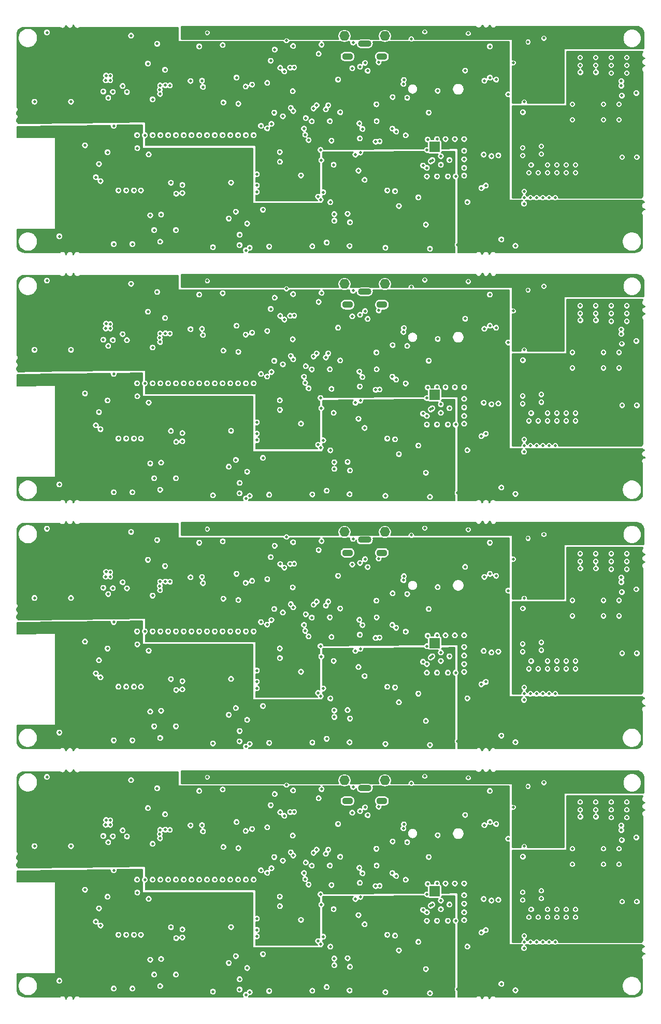
<source format=gbr>
G04 #@! TF.GenerationSoftware,KiCad,Pcbnew,(5.0.0)*
G04 #@! TF.CreationDate,2018-12-28T17:12:47-06:00*
G04 #@! TF.ProjectId,fk-core-v0.15-01x04,666B2D636F72652D76302E31352D3031,0.1*
G04 #@! TF.SameCoordinates,PX791ddc0PY791ddc0*
G04 #@! TF.FileFunction,Copper,L3,Inr,Signal*
G04 #@! TF.FilePolarity,Positive*
%FSLAX46Y46*%
G04 Gerber Fmt 4.6, Leading zero omitted, Abs format (unit mm)*
G04 Created by KiCad (PCBNEW (5.0.0)) date 12/28/18 17:12:47*
%MOMM*%
%LPD*%
G01*
G04 APERTURE LIST*
G04 #@! TA.AperFunction,ViaPad*
%ADD10O,1.651000X1.600000*%
G04 #@! TD*
G04 #@! TA.AperFunction,ViaPad*
%ADD11R,1.700000X1.700000*%
G04 #@! TD*
G04 #@! TA.AperFunction,ViaPad*
%ADD12O,2.200000X1.100000*%
G04 #@! TD*
G04 #@! TA.AperFunction,ViaPad*
%ADD13O,1.800000X1.100000*%
G04 #@! TD*
G04 #@! TA.AperFunction,ViaPad*
%ADD14C,0.500000*%
G04 #@! TD*
G04 #@! TA.AperFunction,Conductor*
%ADD15C,0.203200*%
G04 #@! TD*
G04 #@! TA.AperFunction,Conductor*
%ADD16C,0.254000*%
G04 #@! TD*
G04 APERTURE END LIST*
D10*
G04 #@! TO.N,*
G04 #@! TO.C,J9*
X-13316200Y-33816200D03*
X-19916200Y-33816200D03*
G04 #@! TD*
D11*
G04 #@! TO.N,Net-(J15-Pad1)*
G04 #@! TO.C,J4*
X-5156200Y-51980200D03*
G04 #@! TD*
D12*
G04 #@! TO.N,Net-(J16-Pad8)*
G04 #@! TO.C,J16*
X-16586200Y-35098200D03*
D13*
G04 #@! TO.N,Net-(C14-Pad1)*
X-19386200Y-37248200D03*
G04 #@! TO.N,Net-(J16-Pad6)*
X-13786200Y-37248200D03*
G04 #@! TD*
D10*
G04 #@! TO.N,*
G04 #@! TO.C,J9*
X-19916200Y6683800D03*
X-13316200Y6683800D03*
G04 #@! TD*
D11*
G04 #@! TO.N,Net-(J15-Pad1)*
G04 #@! TO.C,J4*
X-5156200Y-11480200D03*
G04 #@! TD*
D13*
G04 #@! TO.N,Net-(J16-Pad6)*
G04 #@! TO.C,J16*
X-13786200Y3251800D03*
G04 #@! TO.N,Net-(C14-Pad1)*
X-19386200Y3251800D03*
D12*
G04 #@! TO.N,Net-(J16-Pad8)*
X-16586200Y5401800D03*
G04 #@! TD*
D10*
G04 #@! TO.N,*
G04 #@! TO.C,J9*
X-13316200Y47183800D03*
X-19916200Y47183800D03*
G04 #@! TD*
D11*
G04 #@! TO.N,Net-(J15-Pad1)*
G04 #@! TO.C,J4*
X-5156200Y29019800D03*
G04 #@! TD*
D12*
G04 #@! TO.N,Net-(J16-Pad8)*
G04 #@! TO.C,J16*
X-16586200Y45901800D03*
D13*
G04 #@! TO.N,Net-(C14-Pad1)*
X-19386200Y43751800D03*
G04 #@! TO.N,Net-(J16-Pad6)*
X-13786200Y43751800D03*
G04 #@! TD*
D11*
G04 #@! TO.N,Net-(J15-Pad1)*
G04 #@! TO.C,J4*
X-5156200Y69519800D03*
G04 #@! TD*
D13*
G04 #@! TO.N,Net-(J16-Pad6)*
G04 #@! TO.C,J16*
X-13786200Y84251800D03*
G04 #@! TO.N,Net-(C14-Pad1)*
X-19386200Y84251800D03*
D12*
G04 #@! TO.N,Net-(J16-Pad8)*
X-16586200Y86401800D03*
G04 #@! TD*
D10*
G04 #@! TO.N,*
G04 #@! TO.C,J9*
X-19916200Y87683800D03*
X-13316200Y87683800D03*
G04 #@! TD*
D14*
G04 #@! TO.N,*
X-33223200Y59254210D03*
X-33223200Y18754210D03*
X-33223200Y-21745790D03*
X-33223200Y-62245790D03*
G04 #@! TO.N,GND*
X-4775200Y64693800D03*
X-58867200Y81154800D03*
X-58187200Y81094800D03*
X-54777200Y87664800D03*
X-4657200Y78664800D03*
X-58936283Y80369933D03*
X-58186283Y80369933D03*
X-13197200Y53054800D03*
X-66497200Y54914800D03*
X-51638200Y58343800D03*
X-50012647Y54042201D03*
X-62306202Y69773800D03*
X-49860200Y58470800D03*
X-38430200Y63677800D03*
X-53797200Y71424800D03*
X-52527200Y71424800D03*
X-51257200Y71424800D03*
X-49987200Y71424800D03*
X-48717200Y71424800D03*
X-47447200Y71424800D03*
X-46177200Y71424800D03*
X-44907200Y71424800D03*
X-43637200Y71424800D03*
X-42367200Y71424800D03*
X-41097200Y71424800D03*
X-39827200Y71424800D03*
X-38557200Y71424800D03*
X-37287200Y71424800D03*
X-36017200Y71424800D03*
X-34747200Y71424800D03*
X-41380528Y53140790D03*
X-37037200Y53482248D03*
X-45059600Y80264000D03*
X-43180000Y80314800D03*
X-25146000Y53289200D03*
X-32203202Y53238400D03*
X-38811200Y57814390D03*
X-57759600Y78486000D03*
X-35387777Y53054460D03*
X-37541200Y80822800D03*
X-51257200Y77266800D03*
X-52019200Y83108800D03*
X12242800Y69646800D03*
X18592800Y84124800D03*
X21132800Y84124800D03*
X23672800Y84124800D03*
X26212800Y84124800D03*
X26212800Y82854800D03*
X23672800Y82854800D03*
X21132800Y82854800D03*
X18592800Y82854800D03*
X23672800Y81584800D03*
X26212800Y81584800D03*
X12682800Y87278390D03*
X24942800Y73964800D03*
X22402800Y73964800D03*
X17322800Y73964800D03*
X17322800Y76504800D03*
X22402800Y76504800D03*
X24942800Y76504800D03*
X12242800Y68376800D03*
X9194800Y69392800D03*
X9194800Y68122800D03*
X3860800Y85902800D03*
X-4775200Y70789800D03*
X-3378200Y70789800D03*
X-1854200Y70789800D03*
X-330200Y70789800D03*
X-330200Y68884800D03*
X-330200Y67487800D03*
X-330200Y66090800D03*
X-330200Y64820800D03*
X-1727200Y64693800D03*
X-2997200Y64693800D03*
X-6426200Y69011800D03*
X-6426200Y66090800D03*
X-6426200Y64693800D03*
X-10998200Y59867800D03*
X-7823200Y61264800D03*
X-19061200Y53328800D03*
X5257800Y68122800D03*
X-5918684Y52885505D03*
X-17384802Y70894116D03*
X-21654476Y66605495D03*
X6868800Y78087219D03*
X-22809200Y53898800D03*
X8052800Y53361421D03*
X-6299200Y70726300D03*
X25450800Y67868800D03*
X27863800Y67868800D03*
X27800300Y78346300D03*
X25387300Y77901800D03*
X21163566Y81733210D03*
X18623566Y81733210D03*
X-56845200Y62407800D03*
X-55575200Y62407800D03*
X-54305200Y62407800D03*
X-53162200Y62407800D03*
X-64592200Y76885800D03*
X-70561200Y76885800D03*
X-18619200Y82346800D03*
X-14308980Y83315203D03*
X9448800Y76885800D03*
X304800Y88061800D03*
X-6807200Y88315800D03*
X-12024166Y77650236D03*
X203200Y60502800D03*
X-24942800Y75793600D03*
X-32512000Y79959200D03*
X-30466400Y68656200D03*
X-30441000Y67081400D03*
X-27000200Y64846200D03*
X9448800Y62280800D03*
X9448800Y61264800D03*
X9448800Y60248800D03*
X10464800Y61264800D03*
X11480800Y61264800D03*
X12496800Y61264800D03*
X13512800Y61264800D03*
X14528800Y61264800D03*
X-54559200Y53644800D03*
X-9637783Y77530405D03*
X-20944945Y80496590D03*
X-24116476Y84709000D03*
X-23647400Y86182200D03*
X-28350390Y78611796D03*
X-25759672Y70610798D03*
X-20599400Y75158600D03*
X-11455400Y72016980D03*
X-6585077Y56824790D03*
X-68529200Y88188800D03*
X-14681200Y76454000D03*
X-34213800Y62153800D03*
X-34213800Y63220600D03*
X-34213794Y65049400D03*
X9240696Y75209400D03*
X-39801800Y86131400D03*
X-8991600Y87172800D03*
X-39801800Y45631400D03*
X-8991600Y46672800D03*
X-13197200Y12554800D03*
X-41097200Y30924800D03*
X18592800Y43624800D03*
X-51257200Y36766800D03*
X21132800Y42354800D03*
X-48717200Y30924800D03*
X18592800Y42354800D03*
X23672800Y41084800D03*
X-52527200Y30924800D03*
X26212800Y41084800D03*
X-45059600Y39764000D03*
X12682800Y46778390D03*
X24942800Y33464800D03*
X22402800Y33464800D03*
X-66497200Y14414800D03*
X-38811200Y17314390D03*
X-34747200Y30924800D03*
X17322800Y33464800D03*
X17322800Y36004800D03*
X-53797200Y30924800D03*
X22402800Y36004800D03*
X24942800Y36004800D03*
X-25146000Y12789200D03*
X-38430200Y23177800D03*
X-62306202Y29273800D03*
X-46177200Y30924800D03*
X-49987200Y30924800D03*
X-42367200Y30924800D03*
X-4775200Y24193800D03*
X-58867200Y40654800D03*
X-58187200Y40594800D03*
X-58936283Y39869933D03*
X-58186283Y39869933D03*
X-37287200Y30924800D03*
X-49860200Y17970800D03*
X-43637200Y30924800D03*
X-43180000Y39814800D03*
X-57759600Y37986000D03*
X-36017200Y30924800D03*
X-35387777Y12554460D03*
X-47447200Y30924800D03*
X21132800Y43624800D03*
X-39827200Y30924800D03*
X26212800Y42354800D03*
X-41380528Y12640790D03*
X-4657200Y38164800D03*
X-51257200Y30924800D03*
X-44907200Y30924800D03*
X-37037200Y12982248D03*
X-37541200Y40322800D03*
X-50012647Y13542201D03*
X-51638200Y17843800D03*
X-52019200Y42608800D03*
X-38557200Y30924800D03*
X23672800Y43624800D03*
X23672800Y42354800D03*
X-54777200Y47164800D03*
X-32203202Y12738400D03*
X12242800Y29146800D03*
X26212800Y43624800D03*
X-70561200Y36385800D03*
X-12024166Y37150236D03*
X10464800Y20764800D03*
X-6426200Y28511800D03*
X-17384802Y30394116D03*
X-21654476Y26105495D03*
X-64592200Y36385800D03*
X-54559200Y13144800D03*
X3860800Y45402800D03*
X-5918684Y12385505D03*
X9448800Y36385800D03*
X-6807200Y47815800D03*
X8052800Y12861421D03*
X-6426200Y25590800D03*
X-18619200Y41846800D03*
X5257800Y27622800D03*
X-54305200Y21907800D03*
X-4775200Y30289800D03*
X6868800Y37587219D03*
X-14308980Y42815203D03*
X-6299200Y30226300D03*
X203200Y20002800D03*
X-9637783Y37030405D03*
X-20944945Y39996590D03*
X-1854200Y30289800D03*
X304800Y47561800D03*
X-56845200Y21907800D03*
X9448800Y21780800D03*
X14528800Y20764800D03*
X-330200Y26987800D03*
X-330200Y25590800D03*
X-330200Y24320800D03*
X-19061200Y12828800D03*
X9194800Y27622800D03*
X27863800Y27368800D03*
X-330200Y30289800D03*
X-10998200Y19367800D03*
X25387300Y37401800D03*
X21163566Y41233210D03*
X-27000200Y24346200D03*
X-6426200Y24193800D03*
X-55575200Y21907800D03*
X27800300Y37846300D03*
X-24942800Y35293600D03*
X-32512000Y39459200D03*
X9448800Y19748800D03*
X-53162200Y21907800D03*
X12496800Y20764800D03*
X-30441000Y26581400D03*
X13512800Y20764800D03*
X-1727200Y24193800D03*
X-24116476Y44209000D03*
X9194800Y28892800D03*
X-330200Y28384800D03*
X25450800Y27368800D03*
X-30466400Y28156200D03*
X-22809200Y13398800D03*
X9448800Y20764800D03*
X11480800Y20764800D03*
X12242800Y27876800D03*
X-7823200Y20764800D03*
X18623566Y41233210D03*
X-2997200Y24193800D03*
X-3378200Y30289800D03*
X-34213794Y24549400D03*
X-6585077Y16324790D03*
X-11455400Y31516980D03*
X9240696Y34709400D03*
X-14681200Y35954000D03*
X-28350390Y38111796D03*
X-25759672Y30110798D03*
X-20599400Y34658600D03*
X-68529200Y47688800D03*
X-23647400Y45682200D03*
X-34213800Y21653800D03*
X-34213800Y22720600D03*
X-6299200Y-10273700D03*
X9448800Y-4114200D03*
X-21654476Y-14394505D03*
X-32203202Y-27761600D03*
X-54777200Y6664800D03*
X-70561200Y-4114200D03*
X12242800Y-11353200D03*
X5257800Y-12877200D03*
X203200Y-20497200D03*
X-9637783Y-3469595D03*
X-1854200Y-10210200D03*
X9448800Y-18719200D03*
X-6426200Y-11988200D03*
X-6807200Y7315800D03*
X-6426200Y-14909200D03*
X23672800Y1854800D03*
X-54305200Y-18592200D03*
X304800Y7061800D03*
X-38557200Y-9575200D03*
X-56845200Y-18592200D03*
X-64592200Y-4114200D03*
X3860800Y4902800D03*
X-54559200Y-27355200D03*
X-5918684Y-28114495D03*
X-14308980Y2315203D03*
X-20944945Y-503410D03*
X14528800Y-19735200D03*
X-330200Y-14909200D03*
X-19061200Y-27671200D03*
X26212800Y3124800D03*
X-17384802Y-10105884D03*
X-330200Y-16179200D03*
X23672800Y3124800D03*
X-12024166Y-3349764D03*
X8052800Y-27638579D03*
X27863800Y-13131200D03*
X-18619200Y1346800D03*
X-330200Y-10210200D03*
X-10998200Y-21132200D03*
X21163566Y733210D03*
X-4775200Y-10210200D03*
X10464800Y-19735200D03*
X-27000200Y-16153800D03*
X9194800Y-12877200D03*
X25387300Y-3098200D03*
X-52019200Y2108800D03*
X-330200Y-13512200D03*
X6868800Y-2912781D03*
X-6426200Y-16306200D03*
X21132800Y1854800D03*
X-45059600Y-736000D03*
X18592800Y1854800D03*
X24942800Y-7035200D03*
X22402800Y-7035200D03*
X-38811200Y-23185610D03*
X-66497200Y-26085200D03*
X26212800Y584800D03*
X-48717200Y-9575200D03*
X23672800Y584800D03*
X12682800Y6278390D03*
X-52527200Y-9575200D03*
X-58187200Y94800D03*
X-58186283Y-630067D03*
X-49860200Y-22529200D03*
X-57759600Y-2514000D03*
X-36017200Y-9575200D03*
X-35387777Y-27945540D03*
X-4775200Y-16306200D03*
X-37287200Y-9575200D03*
X-58936283Y-630067D03*
X-58867200Y154800D03*
X-43637200Y-9575200D03*
X-43180000Y-685200D03*
X-39801800Y5131400D03*
X-13197200Y-27945200D03*
X-8991600Y6172800D03*
X-41097200Y-9575200D03*
X18592800Y3124800D03*
X-51257200Y-3733200D03*
X-30441000Y-13918600D03*
X9194800Y-11607200D03*
X25450800Y-13131200D03*
X-6585077Y-24175210D03*
X-11455400Y-8983020D03*
X27800300Y-2653700D03*
X18623566Y733210D03*
X-24116476Y3709000D03*
X-34213800Y-17779400D03*
X13512800Y-19735200D03*
X-25759672Y-10389202D03*
X-28350390Y-2388204D03*
X-22809200Y-27101200D03*
X-330200Y-12115200D03*
X9240696Y-5790600D03*
X-7823200Y-19735200D03*
X-68529200Y7188800D03*
X12496800Y-19735200D03*
X-55575200Y-18592200D03*
X9448800Y-20751200D03*
X-1727200Y-16306200D03*
X9448800Y-19735200D03*
X-23647400Y5182200D03*
X11480800Y-19735200D03*
X-20599400Y-5841400D03*
X12242800Y-12623200D03*
X-3378200Y-10210200D03*
X-30466400Y-12343800D03*
X-53162200Y-18592200D03*
X-32512000Y-1040800D03*
X-2997200Y-16306200D03*
X-24942800Y-5206400D03*
X-34213794Y-15950600D03*
X-14681200Y-4546000D03*
X-34213800Y-18846200D03*
X-41380528Y-27859210D03*
X-51638200Y-22656200D03*
X-47447200Y-9575200D03*
X-44907200Y-9575200D03*
X-37037200Y-27517752D03*
X-37541200Y-177200D03*
X-50012647Y-26957799D03*
X-39827200Y-9575200D03*
X21132800Y3124800D03*
X-4657200Y-2335200D03*
X-51257200Y-9575200D03*
X26212800Y1854800D03*
X22402800Y-4495200D03*
X-46177200Y-9575200D03*
X-49987200Y-9575200D03*
X-42367200Y-9575200D03*
X24942800Y-4495200D03*
X17322800Y-7035200D03*
X-25146000Y-27710800D03*
X17322800Y-4495200D03*
X-53797200Y-9575200D03*
X-34747200Y-9575200D03*
X-38430200Y-17322200D03*
X-62306202Y-11226200D03*
X-54777200Y-33835200D03*
X12242800Y-51853200D03*
X5257800Y-53377200D03*
X-9637783Y-43969595D03*
X-1854200Y-50710200D03*
X203200Y-60997200D03*
X-6426200Y-52488200D03*
X9448800Y-44614200D03*
X-6807200Y-33184200D03*
X9448800Y-59219200D03*
X-70561200Y-44614200D03*
X-6426200Y-55409200D03*
X23672800Y-38645200D03*
X-54305200Y-59092200D03*
X304800Y-33438200D03*
X-38557200Y-50075200D03*
X-56845200Y-59092200D03*
X-32203202Y-68261600D03*
X-6299200Y-50773700D03*
X-21654476Y-54894505D03*
X-11455400Y-49483020D03*
X-28350390Y-42888204D03*
X-22809200Y-67601200D03*
X-1727200Y-56806200D03*
X11480800Y-60235200D03*
X27800300Y-43153700D03*
X25450800Y-53631200D03*
X-25759672Y-50889202D03*
X-30466400Y-52843800D03*
X-32512000Y-41540800D03*
X9240696Y-46290600D03*
X-20599400Y-46341400D03*
X-24116476Y-36791000D03*
X-68529200Y-33311200D03*
X9448800Y-60235200D03*
X-23647400Y-35317800D03*
X-34213794Y-56450600D03*
X-7823200Y-60235200D03*
X9448800Y-61251200D03*
X12242800Y-53123200D03*
X-24942800Y-45706400D03*
X-53162200Y-59092200D03*
X-14681200Y-45046000D03*
X18623566Y-39766790D03*
X13512800Y-60235200D03*
X-2997200Y-56806200D03*
X12496800Y-60235200D03*
X-34213800Y-59346200D03*
X-3378200Y-50710200D03*
X-330200Y-52615200D03*
X-55575200Y-59092200D03*
X9194800Y-52107200D03*
X-30441000Y-54418600D03*
X-34213800Y-58279400D03*
X-6585077Y-64675210D03*
X-41380528Y-68359210D03*
X-51638200Y-63156200D03*
X26212800Y-38645200D03*
X-51257200Y-50075200D03*
X-4657200Y-42835200D03*
X-44907200Y-50075200D03*
X-37037200Y-68017752D03*
X-50012647Y-67457799D03*
X-47447200Y-50075200D03*
X-37541200Y-40677200D03*
X-39827200Y-50075200D03*
X21132800Y-37375200D03*
X24942800Y-44995200D03*
X-25146000Y-68210800D03*
X17322800Y-44995200D03*
X-53797200Y-50075200D03*
X-34747200Y-50075200D03*
X-38430200Y-57822200D03*
X22402800Y-44995200D03*
X-46177200Y-50075200D03*
X-49987200Y-50075200D03*
X-42367200Y-50075200D03*
X17322800Y-47535200D03*
X-66497200Y-66585200D03*
X-17384802Y-50605884D03*
X26212800Y-39915200D03*
X-48717200Y-50075200D03*
X-19061200Y-68171200D03*
X23672800Y-39915200D03*
X12682800Y-34221610D03*
X-12024166Y-43849764D03*
X10464800Y-60235200D03*
X9194800Y-53377200D03*
X-52019200Y-38391200D03*
X23672800Y-37375200D03*
X-10998200Y-61632200D03*
X-5918684Y-68614495D03*
X-20944945Y-41003410D03*
X-330200Y-50710200D03*
X25387300Y-43598200D03*
X-6426200Y-56806200D03*
X-330200Y-55409200D03*
X-14308980Y-38184797D03*
X-18619200Y-39153200D03*
X21163566Y-39766790D03*
X8052800Y-68138579D03*
X-4775200Y-50710200D03*
X-27000200Y-56653800D03*
X-330200Y-54012200D03*
X21132800Y-38645200D03*
X-45059600Y-41236000D03*
X-64592200Y-44614200D03*
X3860800Y-35597200D03*
X-54559200Y-67855200D03*
X14528800Y-60235200D03*
X27863800Y-53631200D03*
X18592800Y-38645200D03*
X6868800Y-43412781D03*
X24942800Y-47535200D03*
X-330200Y-56679200D03*
X26212800Y-37375200D03*
X22402800Y-47535200D03*
X-38811200Y-63685610D03*
X-43637200Y-50075200D03*
X-35387777Y-68445540D03*
X-39801800Y-35368600D03*
X-36017200Y-50075200D03*
X-58187200Y-40405200D03*
X-8991600Y-34327200D03*
X-4775200Y-56806200D03*
X-58936283Y-41130067D03*
X-58867200Y-40345200D03*
X18592800Y-37375200D03*
X-52527200Y-50075200D03*
X-49860200Y-63029200D03*
X-13197200Y-68445200D03*
X-57759600Y-43014000D03*
X-51257200Y-44233200D03*
X-37287200Y-50075200D03*
X-58186283Y-41130067D03*
X-43180000Y-41185200D03*
X-41097200Y-50075200D03*
X-62306202Y-51726200D03*
G04 #@! TO.N,/SWCLK*
X-11633200Y62280800D03*
X-14811312Y70367487D03*
X-22936200Y75641200D03*
X-14811312Y29867487D03*
X-11633200Y21780800D03*
X-22936200Y35141200D03*
X-22936200Y-5358800D03*
X-11633200Y-18719200D03*
X-14811312Y-10632513D03*
X-14811312Y-51132513D03*
X-11633200Y-59219200D03*
X-22936200Y-45858800D03*
G04 #@! TO.N,/SWDIO*
X-12903200Y62403810D03*
X-14160844Y70417808D03*
X-22555200Y76301600D03*
X-12903200Y21903810D03*
X-14160844Y29917808D03*
X-22555200Y35801600D03*
X-12903200Y-18596190D03*
X-22555200Y-4698400D03*
X-14160844Y-10582192D03*
X-22555200Y-45198400D03*
X-14160844Y-51082192D03*
X-12903200Y-59096190D03*
G04 #@! TO.N,/MOSI*
X-46384390Y63296800D03*
X-48260000Y63652400D03*
X-18999200Y57200800D03*
X-24206200Y61391798D03*
X-24206200Y20891798D03*
X-18999200Y16700800D03*
X-46384390Y22796800D03*
X-48260000Y23152400D03*
X-18999200Y-23799200D03*
X-46384390Y-17703200D03*
X-24206200Y-19608202D03*
X-48260000Y-17347600D03*
X-18999200Y-64299200D03*
X-24206200Y-60108202D03*
X-46384390Y-58203200D03*
X-48260000Y-57847600D03*
G04 #@! TO.N,/MISO*
X-37642800Y58928000D03*
X-21543602Y57454800D03*
X-23345145Y62116445D03*
X-21543602Y16954800D03*
X-23345145Y21616445D03*
X-37642800Y18428000D03*
X-21543602Y-23545200D03*
X-23345145Y-18883555D03*
X-37642800Y-22072000D03*
X-23345145Y-59383555D03*
X-21543602Y-64045200D03*
X-37642800Y-62572000D03*
G04 #@! TO.N,/SCK*
X-46384390Y61976000D03*
X-47396400Y61874400D03*
X-19380200Y58597800D03*
X-23788895Y60890305D03*
X-46384390Y21476000D03*
X-23788895Y20390305D03*
X-19380200Y18097800D03*
X-47396400Y21374400D03*
X-23788895Y-20109695D03*
X-46384390Y-19024000D03*
X-47396400Y-19125600D03*
X-19380200Y-22402200D03*
X-46384390Y-59524000D03*
X-23788895Y-60609695D03*
X-47396400Y-59625600D03*
X-19380200Y-62902200D03*
G04 #@! TO.N,3V3*
X-1427200Y53524800D03*
X-33477200Y62534800D03*
X-44907200Y74599800D03*
X-46177200Y75869800D03*
X-46177200Y74599800D03*
X-47447200Y75869800D03*
X-47447200Y74599800D03*
X-48717200Y74599800D03*
X-44907200Y75869800D03*
X-34544000Y77825600D03*
X-56083200Y74726800D03*
X-2743200Y83108800D03*
X-25222200Y62153800D03*
X17449800Y54660800D03*
X26720800Y59486800D03*
X-52146200Y70242800D03*
X-33223208Y69519800D03*
X5638800Y72821800D03*
X-30937200Y78587600D03*
X-18491200Y76984400D03*
X-17844476Y72320495D03*
X-28766400Y68757800D03*
X-28766400Y67157600D03*
X13867500Y59423300D03*
X-6811168Y70174491D03*
X-9194800Y70358000D03*
X-10220181Y75459443D03*
X-66751200Y88188800D03*
X4876800Y82600800D03*
X-8849190Y85586069D03*
X-46177200Y34099800D03*
X-47447200Y34099800D03*
X-48717200Y34099800D03*
X-44907200Y35369800D03*
X-34544000Y37325600D03*
X-1427200Y13024800D03*
X-44907200Y34099800D03*
X-47447200Y35369800D03*
X-56083200Y34226800D03*
X-33477200Y22034800D03*
X-46177200Y35369800D03*
X-2743200Y42608800D03*
X-8849190Y45086069D03*
X-25222200Y21653800D03*
X4876800Y42100800D03*
X-66751200Y47688800D03*
X13867500Y18923300D03*
X-9194800Y29858000D03*
X-28766400Y28257800D03*
X5638800Y32321800D03*
X-52146200Y29742800D03*
X-6811168Y29674491D03*
X-10220181Y34959443D03*
X-28766400Y26657600D03*
X17449800Y14160800D03*
X26720800Y18986800D03*
X-30937200Y38087600D03*
X-18491200Y36484400D03*
X-33223208Y29019800D03*
X-17844476Y31820495D03*
X-17844476Y-8679505D03*
X-1427200Y-27475200D03*
X-44907200Y-6400200D03*
X-56083200Y-6273200D03*
X-47447200Y-5130200D03*
X-34544000Y-3174400D03*
X-2743200Y2108800D03*
X-25222200Y-18846200D03*
X-66751200Y7188800D03*
X13867500Y-21576700D03*
X-46177200Y-5130200D03*
X4876800Y1600800D03*
X-33477200Y-18465200D03*
X-8849190Y4586069D03*
X-47447200Y-6400200D03*
X-48717200Y-6400200D03*
X-46177200Y-6400200D03*
X-44907200Y-5130200D03*
X-28766400Y-13842400D03*
X-9194800Y-10642000D03*
X-28766400Y-12242200D03*
X-10220181Y-5540557D03*
X17449800Y-26339200D03*
X-6811168Y-10825509D03*
X26720800Y-21513200D03*
X-30937200Y-2412400D03*
X-33223208Y-11480200D03*
X-18491200Y-4015600D03*
X5638800Y-8178200D03*
X-52146200Y-10757200D03*
X-44907200Y-46900200D03*
X-47447200Y-45630200D03*
X-56083200Y-46773200D03*
X-1427200Y-67975200D03*
X-34544000Y-43674400D03*
X-2743200Y-38391200D03*
X-25222200Y-59346200D03*
X13867500Y-62076700D03*
X-46177200Y-45630200D03*
X4876800Y-38899200D03*
X-66751200Y-33311200D03*
X-17844476Y-49179505D03*
X-47447200Y-46900200D03*
X17449800Y-66839200D03*
X-9194800Y-51142000D03*
X-33477200Y-58965200D03*
X-46177200Y-46900200D03*
X26720800Y-62013200D03*
X-28766400Y-52742200D03*
X-8849190Y-35913931D03*
X-48717200Y-46900200D03*
X-44907200Y-45630200D03*
X-6811168Y-51325509D03*
X-10220181Y-46040557D03*
X-33223208Y-51980200D03*
X-18491200Y-44515600D03*
X-30937200Y-42912400D03*
X5638800Y-48678200D03*
X-52146200Y-51257200D03*
X-28766400Y-54342400D03*
G04 #@! TO.N,/RESET*
X-7061200Y66471800D03*
X-22289476Y73714790D03*
X-22289476Y33214790D03*
X-7061200Y25971800D03*
X-22289476Y-7285210D03*
X-7061200Y-14528200D03*
X-7061200Y-55028200D03*
X-22289476Y-47785210D03*
G04 #@! TO.N,/USB-*
X-16113563Y81936410D03*
X-16113563Y41436410D03*
X-16113563Y936410D03*
X-16113563Y-39563590D03*
G04 #@! TO.N,/USB+*
X-16534597Y83216160D03*
X-16534597Y42716160D03*
X-16534597Y2216160D03*
X-16534597Y-38283840D03*
G04 #@! TO.N,/D30*
X-17463476Y73336495D03*
X2856524Y68256495D03*
X-17463476Y32836495D03*
X2856524Y27756495D03*
X2856524Y-12743505D03*
X-17463476Y-7663505D03*
X2856524Y-53243505D03*
X-17463476Y-48163505D03*
G04 #@! TO.N,/D31*
X-16955476Y72447495D03*
X4126524Y68002495D03*
X-16955476Y31947495D03*
X4126524Y27502495D03*
X4126524Y-12997505D03*
X-16955476Y-8552505D03*
X4126524Y-53497505D03*
X-16955476Y-49052505D03*
G04 #@! TO.N,VUSB*
X-18491200Y86537800D03*
X-18491200Y46037800D03*
X-18491200Y5537800D03*
X-18491200Y-34962200D03*
G04 #@! TO.N,/SDA2*
X-31953200Y83566000D03*
X-31365010Y75096349D03*
X-31953200Y43066000D03*
X-31365010Y34596349D03*
X-31953200Y2566000D03*
X-31365010Y-5903651D03*
X-31365010Y-46403651D03*
X-31953200Y-37934000D03*
G04 #@! TO.N,/BAT_BACKUP*
X5740400Y54406800D03*
X2971800Y80314800D03*
X5740400Y13906800D03*
X2971800Y39814800D03*
X2971800Y-685200D03*
X5740400Y-26593200D03*
X5740400Y-67093200D03*
X2971800Y-41185200D03*
G04 #@! TO.N,VBAT*
X-60528200Y64566800D03*
X-60020200Y66725800D03*
X-60020200Y26225800D03*
X-60528200Y24066800D03*
X-60020200Y-14274200D03*
X-60528200Y-16433200D03*
X-60020200Y-54774200D03*
X-60528200Y-56933200D03*
G04 #@! TO.N,VBUS*
X-50007200Y79544800D03*
X-49147200Y79564800D03*
X-48447200Y79534800D03*
X-50077200Y78854800D03*
X-50037200Y78164800D03*
X-59307200Y78544800D03*
X-55447200Y78464800D03*
X-46177200Y87934800D03*
X-45415200Y87934800D03*
X-44653200Y87934800D03*
X-44653200Y87299800D03*
X-45415200Y87299800D03*
X13512800Y78155800D03*
X12052300Y78155800D03*
X12052300Y78917800D03*
X12750800Y78917798D03*
X12750800Y78155802D03*
X-50077200Y38354800D03*
X13512800Y37655800D03*
X-49147200Y39064800D03*
X12750800Y37655802D03*
X-44653200Y47434800D03*
X-55447200Y37964800D03*
X-44653200Y46799800D03*
X-45415200Y46799800D03*
X-59307200Y38044800D03*
X-46177200Y47434800D03*
X-50007200Y39044800D03*
X-48447200Y39034800D03*
X-50037200Y37664800D03*
X-45415200Y47434800D03*
X12052300Y37655800D03*
X12750800Y38417798D03*
X12052300Y38417800D03*
X12750800Y-2082202D03*
X-59307200Y-2455200D03*
X-50037200Y-2835200D03*
X-45415200Y6934800D03*
X-44653200Y6299800D03*
X-46177200Y6934800D03*
X-50007200Y-1455200D03*
X12052300Y-2844200D03*
X-45415200Y6299800D03*
X-48447200Y-1465200D03*
X-49147200Y-1435200D03*
X-44653200Y6934800D03*
X-50077200Y-2145200D03*
X13512800Y-2844200D03*
X12750800Y-2844198D03*
X-55447200Y-2535200D03*
X12052300Y-2082200D03*
X12052300Y-42582200D03*
X-48447200Y-41965200D03*
X-45415200Y-33565200D03*
X-50007200Y-41955200D03*
X-59307200Y-42955200D03*
X-46177200Y-33565200D03*
X-45415200Y-34200200D03*
X12052300Y-43344200D03*
X12750800Y-42582202D03*
X-50037200Y-43335200D03*
X-44653200Y-34200200D03*
X-44653200Y-33565200D03*
X-55447200Y-43035200D03*
X13512800Y-43344200D03*
X-50077200Y-42645200D03*
X12750800Y-43344198D03*
X-49147200Y-41935200D03*
G04 #@! TO.N,/GPS_FIX*
X7682524Y83257210D03*
X7682524Y42757210D03*
X7682524Y2257210D03*
X7682524Y-38242790D03*
G04 #@! TO.N,Net-(J11-Pad1)*
X25298400Y80264000D03*
X25298400Y79502000D03*
X25298400Y39002000D03*
X25298400Y39764000D03*
X25298400Y-1498000D03*
X25298400Y-736000D03*
X25298400Y-41236000D03*
X25298400Y-41998000D03*
G04 #@! TO.N,Net-(R4-Pad1)*
X-51003200Y55930800D03*
X-51003200Y15430800D03*
X-51003200Y-25069200D03*
X-51003200Y-65569200D03*
G04 #@! TO.N,Net-(R5-Pad1)*
X-47447200Y55930800D03*
X-47447200Y15430800D03*
X-47447200Y-25069200D03*
X-47447200Y-65569200D03*
G04 #@! TO.N,/SCL2*
X-31830343Y73284581D03*
X-30403800Y82423000D03*
X-31830343Y32784581D03*
X-30403800Y41923000D03*
X-30403800Y1423000D03*
X-31830343Y-7715419D03*
X-31830343Y-48215419D03*
X-30403800Y-39077000D03*
G04 #@! TO.N,/PG*
X-50499200Y86334600D03*
X-58510732Y77521136D03*
X-50499200Y45834600D03*
X-58510732Y37021136D03*
X-50499200Y5334600D03*
X-58510732Y-3478864D03*
X-58510732Y-43978864D03*
X-50499200Y-35165400D03*
G04 #@! TO.N,/CHG*
X-56157198Y79454800D03*
X-49225200Y82092800D03*
X-49225200Y41592800D03*
X-56157198Y38954800D03*
X-56157198Y-1545200D03*
X-49225200Y1092800D03*
X-49225200Y-39407200D03*
X-56157198Y-42045200D03*
G04 #@! TO.N,/GPS_TX*
X4888524Y80495602D03*
X4888524Y39995602D03*
X4888524Y-504398D03*
X4888524Y-41004398D03*
G04 #@! TO.N,/GPS_RX*
X3872524Y80826790D03*
X3872524Y40326790D03*
X3872524Y-173210D03*
X3872524Y-40673210D03*
G04 #@! TO.N,/PERIPH_3V3*
X-34239200Y55168800D03*
X-33223200Y55168800D03*
X-34239200Y53644800D03*
X-33223200Y53644800D03*
X-34747200Y59254210D03*
X-31699200Y59254210D03*
X-50241200Y63804800D03*
X-38303200Y62407800D03*
X-40809145Y55672810D03*
X-48814821Y60990915D03*
X-45567600Y55930800D03*
X-49123600Y55930800D03*
X-31835022Y52503103D03*
X-33199924Y57751609D03*
X-31698411Y57751609D03*
X-34743118Y57751609D03*
X-5537200Y59359800D03*
X-36398200Y69011800D03*
X-53057652Y63847790D03*
X-50206246Y69035120D03*
X-64338200Y72186800D03*
X-2616200Y59309000D03*
X-2768600Y58369200D03*
X-33223200Y13144800D03*
X-40809145Y15172810D03*
X-50206246Y28535120D03*
X-48814821Y20490915D03*
X-34747200Y18754210D03*
X-31835022Y12003103D03*
X-36398200Y28511800D03*
X-31698411Y17251609D03*
X-31699200Y18754210D03*
X-33199924Y17251609D03*
X-5537200Y18859800D03*
X-34743118Y17251609D03*
X-53057652Y23347790D03*
X-49123600Y15430800D03*
X-45567600Y15430800D03*
X-64338200Y31686800D03*
X-50241200Y23304800D03*
X-2616200Y18809000D03*
X-38303200Y21907800D03*
X-2768600Y17869200D03*
X-34239200Y14668800D03*
X-33223200Y14668800D03*
X-34239200Y13144800D03*
X-33223200Y-27355200D03*
X-50206246Y-11964880D03*
X-40809145Y-25327190D03*
X-31699200Y-21745790D03*
X-5537200Y-21640200D03*
X-53057652Y-17152210D03*
X-49123600Y-25069200D03*
X-34747200Y-21745790D03*
X-45567600Y-25069200D03*
X-31835022Y-28496897D03*
X-34743118Y-23248391D03*
X-36398200Y-11988200D03*
X-33199924Y-23248391D03*
X-31698411Y-23248391D03*
X-48814821Y-20009085D03*
X-38303200Y-18592200D03*
X-2768600Y-22630800D03*
X-2616200Y-21691000D03*
X-64338200Y-8813200D03*
X-50241200Y-17195200D03*
X-34239200Y-27355200D03*
X-33223200Y-25831200D03*
X-34239200Y-25831200D03*
X-50241200Y-57695200D03*
X-64338200Y-49313200D03*
X-34239200Y-66331200D03*
X-40809145Y-65827190D03*
X-2616200Y-62191000D03*
X-45567600Y-65569200D03*
X-49123600Y-65569200D03*
X-5537200Y-62140200D03*
X-53057652Y-57652210D03*
X-34743118Y-63748391D03*
X-33199924Y-63748391D03*
X-48814821Y-60509085D03*
X-31699200Y-62245790D03*
X-38303200Y-59092200D03*
X-31835022Y-68996897D03*
X-2768600Y-63130800D03*
X-50206246Y-52464880D03*
X-36398200Y-52488200D03*
X-31698411Y-63748391D03*
X-34747200Y-62245790D03*
X-33223200Y-67855200D03*
X-34239200Y-67855200D03*
X-33223200Y-66331200D03*
G04 #@! TO.N,/GPS_3V3*
X13512800Y75869800D03*
X16052800Y75869800D03*
X21894800Y65328800D03*
X23418800Y65328800D03*
X20116800Y65328800D03*
X20116800Y66852800D03*
X21894800Y66852800D03*
X23418800Y66852800D03*
X17703800Y69900800D03*
X9194800Y72059800D03*
X27482800Y62026800D03*
X13512800Y35369800D03*
X27482800Y21526800D03*
X23418800Y24828800D03*
X21894800Y26352800D03*
X16052800Y35369800D03*
X23418800Y26352800D03*
X17703800Y29400800D03*
X20116800Y24828800D03*
X20116800Y26352800D03*
X9194800Y31559800D03*
X21894800Y24828800D03*
X23418800Y-15671200D03*
X21894800Y-14147200D03*
X23418800Y-14147200D03*
X17703800Y-11099200D03*
X16052800Y-5130200D03*
X27482800Y-18973200D03*
X13512800Y-5130200D03*
X9194800Y-8940200D03*
X20116800Y-15671200D03*
X20116800Y-14147200D03*
X21894800Y-15671200D03*
X27482800Y-59473200D03*
X13512800Y-45630200D03*
X20116800Y-56171200D03*
X20116800Y-54647200D03*
X16052800Y-45630200D03*
X21894800Y-56171200D03*
X9194800Y-49440200D03*
X21894800Y-54647200D03*
X23418800Y-54647200D03*
X17703800Y-51599200D03*
X23418800Y-56171200D03*
G04 #@! TO.N,Net-(C29-Pad1)*
X-43027600Y79298800D03*
X-36032236Y79361542D03*
X-43027600Y38798800D03*
X-36032236Y38861542D03*
X-43027600Y-1701200D03*
X-36032236Y-1638458D03*
X-36032236Y-42138458D03*
X-43027600Y-42201200D03*
G04 #@! TO.N,/MODULE_3V3*
X-37236400Y76555600D03*
X-37236400Y36055600D03*
X-37236400Y-4444400D03*
X-37236400Y-44944400D03*
G04 #@! TO.N,/D12_SD_CS*
X-17602200Y65629621D03*
X-17602200Y25129621D03*
X-17602200Y-15370379D03*
X-17602200Y-55870379D03*
G04 #@! TO.N,/A1_WIFI_RST*
X-36017200Y52628800D03*
X-57607200Y53644800D03*
X-57607200Y13144800D03*
X-36017200Y12128800D03*
X-57607200Y-27355200D03*
X-36017200Y-28371200D03*
X-57607200Y-67855200D03*
X-36017200Y-68871200D03*
G04 #@! TO.N,/D2_WIFI_EN*
X-37033200Y55168800D03*
X-21553602Y58541205D03*
X-37033200Y14668800D03*
X-21553602Y18041205D03*
X-37033200Y-25831200D03*
X-21553602Y-22458795D03*
X-37033200Y-66331200D03*
X-21553602Y-62958795D03*
G04 #@! TO.N,/D7_WIFI_CS*
X-22019058Y70522143D03*
X-22019058Y30022143D03*
X-22019058Y-10477857D03*
X-22019058Y-50977857D03*
G04 #@! TO.N,/A2_WIFI_IRQ*
X-32538648Y72534185D03*
X-32538648Y32034185D03*
X-32538648Y-8465815D03*
X-32538648Y-48965815D03*
G04 #@! TO.N,/D8_WIFI_WAKE*
X-25247600Y73685400D03*
X-25247600Y33185400D03*
X-25247600Y-7314600D03*
X-25247600Y-47814600D03*
G04 #@! TO.N,/A4_GPS_EN*
X-28263093Y75352349D03*
X-6127735Y75103832D03*
X-28263093Y34852349D03*
X-6127735Y34603832D03*
X-28263093Y-5647651D03*
X-6127735Y-5896168D03*
X-28263093Y-46147651D03*
X-6127735Y-46396168D03*
G04 #@! TO.N,/D5_RADIO_CS*
X-23679703Y67339390D03*
X-23679703Y26839390D03*
X-23679703Y-13660610D03*
X-23679703Y-54160610D03*
G04 #@! TO.N,/D26_FLASH_CS*
X-35801488Y56997600D03*
X-22206881Y60486056D03*
X-35801488Y16497600D03*
X-22206881Y19986056D03*
X-35801488Y-24002400D03*
X-22206881Y-20513944D03*
X-22206881Y-61013944D03*
X-35801488Y-64502400D03*
G04 #@! TO.N,/D25_PERIPH_EN*
X-28655190Y75873790D03*
X-24434800Y76301600D03*
X-24434800Y35801600D03*
X-28655190Y35373790D03*
X-28655190Y-5126210D03*
X-24434800Y-4698400D03*
X-24434800Y-45198400D03*
X-28655190Y-45626210D03*
G04 #@! TO.N,/GPS_PWR_FILT*
X10591800Y66598800D03*
X17830800Y65328800D03*
X16306800Y65328800D03*
X14782800Y65328800D03*
X13258800Y65328800D03*
X11734800Y65328800D03*
X10210800Y65328800D03*
X13258800Y66598800D03*
X14782800Y66598800D03*
X16306800Y66598800D03*
X17830800Y66598800D03*
X16306800Y24828800D03*
X13258800Y26098800D03*
X17830800Y26098800D03*
X11734800Y24828800D03*
X14782800Y26098800D03*
X14782800Y24828800D03*
X13258800Y24828800D03*
X17830800Y24828800D03*
X10210800Y24828800D03*
X16306800Y26098800D03*
X10591800Y26098800D03*
X16306800Y-15671200D03*
X13258800Y-14401200D03*
X11734800Y-15671200D03*
X10210800Y-15671200D03*
X17830800Y-15671200D03*
X16306800Y-14401200D03*
X14782800Y-14401200D03*
X13258800Y-15671200D03*
X14782800Y-15671200D03*
X10591800Y-14401200D03*
X17830800Y-14401200D03*
X16306800Y-54901200D03*
X10591800Y-54901200D03*
X11734800Y-56171200D03*
X13258800Y-56171200D03*
X14782800Y-56171200D03*
X17830800Y-54901200D03*
X17830800Y-56171200D03*
X14782800Y-54901200D03*
X10210800Y-56171200D03*
X16306800Y-56171200D03*
X13258800Y-54901200D03*
G04 #@! TO.N,Net-(J15-Pad1)*
X-5806297Y67156855D03*
X-5537200Y67360800D03*
X-2743200Y67360800D03*
X-4140200Y67995800D03*
X-4140200Y66598800D03*
X-4140200Y27495800D03*
X-4140200Y26098800D03*
X-5806297Y26656855D03*
X-5537200Y26860800D03*
X-2743200Y26860800D03*
X-4140200Y-13004200D03*
X-4140200Y-14401200D03*
X-5537200Y-13639200D03*
X-2743200Y-13639200D03*
X-5806297Y-13843145D03*
X-5806297Y-54343145D03*
X-4140200Y-53504200D03*
X-4140200Y-54901200D03*
X-2743200Y-54139200D03*
X-5537200Y-54139200D03*
G04 #@! TO.N,/SDA1*
X-51892200Y68280800D03*
X-18112247Y68249800D03*
X-43637200Y85902800D03*
X-9876610Y71399400D03*
X-10185400Y80441800D03*
X-28295600Y85979000D03*
X-31292802Y85394800D03*
X2489200Y62788800D03*
X-51892200Y27780800D03*
X-9876610Y30899400D03*
X-18112247Y27749800D03*
X-31292802Y44894800D03*
X-10185400Y39941800D03*
X-28295600Y45479000D03*
X-43637200Y45402800D03*
X2489200Y22288800D03*
X-43637200Y4902800D03*
X-51892200Y-12719200D03*
X-28295600Y4979000D03*
X-18112247Y-12750200D03*
X-31292802Y4394800D03*
X-10185400Y-558200D03*
X2489200Y-18211200D03*
X-9876610Y-9600600D03*
X-28295600Y-35521000D03*
X-51892200Y-53219200D03*
X2489200Y-58711200D03*
X-31292802Y-36105200D03*
X-10185400Y-41058200D03*
X-43637200Y-35597200D03*
X-18112247Y-53250200D03*
X-9876610Y-50100600D03*
G04 #@! TO.N,/SCL1*
X-10261588Y79793852D03*
X-53744001Y69314531D03*
X-12065000Y72495570D03*
X3200400Y63195200D03*
X-17300727Y68592779D03*
X-42341800Y88163400D03*
X-29387800Y86893400D03*
X-12065000Y31995570D03*
X3200400Y22695200D03*
X-29387800Y46393400D03*
X-17300727Y28092779D03*
X-42341800Y47663400D03*
X-53744001Y28814531D03*
X-10261588Y39293852D03*
X-17300727Y-12407221D03*
X-10261588Y-1206148D03*
X-42341800Y7163400D03*
X-12065000Y-8504430D03*
X3200400Y-17804800D03*
X-29387800Y5893400D03*
X-53744001Y-11685469D03*
X-42341800Y-33336600D03*
X-29387800Y-34606600D03*
X-12065000Y-49004430D03*
X3200400Y-58304800D03*
X-10261588Y-41706148D03*
X-17300727Y-52907221D03*
X-53744001Y-52185469D03*
G04 #@! TO.N,Net-(C40-Pad1)*
X-58623200Y68630800D03*
X-59766200Y63931800D03*
X-59766200Y23431800D03*
X-58623200Y28130800D03*
X-58623200Y-12369200D03*
X-59766200Y-17068200D03*
X-58623200Y-52869200D03*
X-59766200Y-57568200D03*
G04 #@! TO.N,Net-(J16-Pad4)*
X-17348200Y82600800D03*
X-17348200Y42100800D03*
X-17348200Y1600800D03*
X-17348200Y-38899200D03*
G04 #@! TO.N,/A3_STATUS*
X-26212800Y74218800D03*
X10083800Y86664800D03*
X-177800Y81965800D03*
X10083800Y46164800D03*
X-26212800Y33718800D03*
X-177800Y41465800D03*
X-26212800Y-6781200D03*
X10083800Y5664800D03*
X-177800Y965800D03*
X10083800Y-34835200D03*
X-177800Y-39534200D03*
X-26212800Y-47281200D03*
G04 #@! TO.N,/D9_I2S_DATA*
X-29967027Y74517048D03*
X-29722202Y81835793D03*
X-29967027Y34017048D03*
X-29722202Y41335793D03*
X-29967027Y-6482952D03*
X-29722202Y835793D03*
X-29967027Y-46982952D03*
X-29722202Y-39664207D03*
G04 #@! TO.N,/D1_I2S_BCLK*
X-26517600Y72491600D03*
X-28134368Y82474176D03*
X-26517600Y31991600D03*
X-28134368Y41974176D03*
X-28134368Y1474176D03*
X-26517600Y-8508400D03*
X-28134368Y-39025824D03*
X-26517600Y-49008400D03*
G04 #@! TO.N,/D0_I2S_WS*
X-26316861Y71508034D03*
X-28786188Y82446394D03*
X-28786188Y41946394D03*
X-26316861Y31008034D03*
X-26316861Y-9491966D03*
X-28786188Y1446394D03*
X-26316861Y-49991966D03*
X-28786188Y-39053606D03*
G04 #@! TO.N,/LORA_D0*
X-23813476Y69033210D03*
X-23813476Y28533210D03*
X-23813476Y-11966790D03*
X-23813476Y-52466790D03*
G04 #@! TO.N,/LORA_D2*
X-16611600Y64135000D03*
X-16611600Y23635000D03*
X-16611600Y-16865000D03*
X-16611600Y-57365000D03*
G04 #@! TO.N,/LORA_D1*
X-14627780Y73714790D03*
X-14627780Y33214790D03*
X-14627780Y-7285210D03*
X-14627780Y-47785210D03*
G04 #@! TO.N,/A5_BATT_V*
X-57607200Y72948800D03*
X-33549576Y72948800D03*
X-57607200Y32448800D03*
X-33549576Y32448800D03*
X-57607200Y-8051200D03*
X-33549576Y-8051200D03*
X-57607200Y-48551200D03*
X-33549576Y-48551200D03*
G04 #@! TO.N,/A5_MODULE_EN*
X-35001200Y79679800D03*
X-39674800Y76758800D03*
X-39674800Y36258800D03*
X-35001200Y39179800D03*
X-35001200Y-1320200D03*
X-39674800Y-4241200D03*
X-35001200Y-41820200D03*
X-39674800Y-44741200D03*
G04 #@! TD*
D15*
G04 #@! TO.N,/PERIPH_3V3*
G36*
X-52882800Y71853805D02*
X-52958141Y71778464D01*
X-53018857Y71687596D01*
X-53060679Y71586629D01*
X-53082000Y71479443D01*
X-53082000Y71370157D01*
X-53060679Y71262971D01*
X-53018857Y71162004D01*
X-52958141Y71071136D01*
X-52882800Y70995795D01*
X-52882800Y69392800D01*
X-52880848Y69372979D01*
X-52875066Y69353919D01*
X-52865677Y69336354D01*
X-52853042Y69320958D01*
X-52837646Y69308323D01*
X-52820081Y69298934D01*
X-52801021Y69293152D01*
X-52781200Y69291200D01*
X-34848800Y69291200D01*
X-34848800Y60375800D01*
X-34846848Y60355979D01*
X-34841066Y60336919D01*
X-34831677Y60319354D01*
X-34819042Y60303958D01*
X-34803646Y60291323D01*
X-34786081Y60281934D01*
X-34767021Y60276152D01*
X-34747200Y60274200D01*
X-23571200Y60274200D01*
X-23551379Y60276152D01*
X-23532319Y60281934D01*
X-23514754Y60291323D01*
X-23499358Y60303958D01*
X-23486723Y60319354D01*
X-23477334Y60336919D01*
X-23471552Y60355979D01*
X-23469600Y60375800D01*
X-23469600Y60436399D01*
X-23435231Y60459364D01*
X-23357954Y60536641D01*
X-23355243Y60540699D01*
X-22761681Y60540699D01*
X-22761681Y60431413D01*
X-22740360Y60324227D01*
X-22698538Y60223260D01*
X-22637822Y60132392D01*
X-22560545Y60055115D01*
X-22469677Y59994399D01*
X-22368710Y59952577D01*
X-22261524Y59931256D01*
X-22152238Y59931256D01*
X-22045052Y59952577D01*
X-21944085Y59994399D01*
X-21853217Y60055115D01*
X-21775940Y60132392D01*
X-21715224Y60223260D01*
X-21673402Y60324227D01*
X-21652081Y60431413D01*
X-21652081Y60540699D01*
X-21673402Y60647885D01*
X-21715224Y60748852D01*
X-21775940Y60839720D01*
X-21853217Y60916997D01*
X-21944085Y60977713D01*
X-22045052Y61019535D01*
X-22152238Y61040856D01*
X-22261524Y61040856D01*
X-22368710Y61019535D01*
X-22469677Y60977713D01*
X-22560545Y60916997D01*
X-22637822Y60839720D01*
X-22698538Y60748852D01*
X-22740360Y60647885D01*
X-22761681Y60540699D01*
X-23355243Y60540699D01*
X-23297238Y60627509D01*
X-23255416Y60728476D01*
X-23234095Y60835662D01*
X-23234095Y60944948D01*
X-23255416Y61052134D01*
X-23297238Y61153101D01*
X-23357954Y61243969D01*
X-23433428Y61319443D01*
X-8378000Y61319443D01*
X-8378000Y61210157D01*
X-8356679Y61102971D01*
X-8314857Y61002004D01*
X-8254141Y60911136D01*
X-8176864Y60833859D01*
X-8085996Y60773143D01*
X-7985029Y60731321D01*
X-7877843Y60710000D01*
X-7768557Y60710000D01*
X-7661371Y60731321D01*
X-7560404Y60773143D01*
X-7469536Y60833859D01*
X-7392259Y60911136D01*
X-7331543Y61002004D01*
X-7289721Y61102971D01*
X-7268400Y61210157D01*
X-7268400Y61319443D01*
X-7289721Y61426629D01*
X-7331543Y61527596D01*
X-7392259Y61618464D01*
X-7469536Y61695741D01*
X-7560404Y61756457D01*
X-7661371Y61798279D01*
X-7768557Y61819600D01*
X-7877843Y61819600D01*
X-7985029Y61798279D01*
X-8085996Y61756457D01*
X-8176864Y61695741D01*
X-8254141Y61618464D01*
X-8314857Y61527596D01*
X-8356679Y61426629D01*
X-8378000Y61319443D01*
X-23433428Y61319443D01*
X-23435231Y61321246D01*
X-23469600Y61344211D01*
X-23469600Y61575532D01*
X-23399788Y61561645D01*
X-23290502Y61561645D01*
X-23183316Y61582966D01*
X-23082349Y61624788D01*
X-22991481Y61685504D01*
X-22914204Y61762781D01*
X-22853488Y61853649D01*
X-22811666Y61954616D01*
X-22790345Y62061802D01*
X-22790345Y62171088D01*
X-22811666Y62278274D01*
X-22853488Y62379241D01*
X-22906415Y62458453D01*
X-13458000Y62458453D01*
X-13458000Y62349167D01*
X-13436679Y62241981D01*
X-13394857Y62141014D01*
X-13334141Y62050146D01*
X-13256864Y61972869D01*
X-13165996Y61912153D01*
X-13065029Y61870331D01*
X-12957843Y61849010D01*
X-12848557Y61849010D01*
X-12741371Y61870331D01*
X-12640404Y61912153D01*
X-12549536Y61972869D01*
X-12472259Y62050146D01*
X-12411543Y62141014D01*
X-12369721Y62241981D01*
X-12351130Y62335443D01*
X-12188000Y62335443D01*
X-12188000Y62226157D01*
X-12166679Y62118971D01*
X-12124857Y62018004D01*
X-12064141Y61927136D01*
X-11986864Y61849859D01*
X-11895996Y61789143D01*
X-11795029Y61747321D01*
X-11687843Y61726000D01*
X-11578557Y61726000D01*
X-11471371Y61747321D01*
X-11370404Y61789143D01*
X-11279536Y61849859D01*
X-11202259Y61927136D01*
X-11141543Y62018004D01*
X-11099721Y62118971D01*
X-11078400Y62226157D01*
X-11078400Y62335443D01*
X-11099721Y62442629D01*
X-11141543Y62543596D01*
X-11202259Y62634464D01*
X-11279536Y62711741D01*
X-11370404Y62772457D01*
X-11471371Y62814279D01*
X-11578557Y62835600D01*
X-11687843Y62835600D01*
X-11795029Y62814279D01*
X-11895996Y62772457D01*
X-11986864Y62711741D01*
X-12064141Y62634464D01*
X-12124857Y62543596D01*
X-12166679Y62442629D01*
X-12188000Y62335443D01*
X-12351130Y62335443D01*
X-12348400Y62349167D01*
X-12348400Y62458453D01*
X-12369721Y62565639D01*
X-12411543Y62666606D01*
X-12472259Y62757474D01*
X-12549536Y62834751D01*
X-12640404Y62895467D01*
X-12741371Y62937289D01*
X-12848557Y62958610D01*
X-12957843Y62958610D01*
X-13065029Y62937289D01*
X-13165996Y62895467D01*
X-13256864Y62834751D01*
X-13334141Y62757474D01*
X-13394857Y62666606D01*
X-13436679Y62565639D01*
X-13458000Y62458453D01*
X-22906415Y62458453D01*
X-22914204Y62470109D01*
X-22991481Y62547386D01*
X-23082349Y62608102D01*
X-23183316Y62649924D01*
X-23290502Y62671245D01*
X-23399788Y62671245D01*
X-23469600Y62657358D01*
X-23469600Y64189643D01*
X-17166400Y64189643D01*
X-17166400Y64080357D01*
X-17145079Y63973171D01*
X-17103257Y63872204D01*
X-17042541Y63781336D01*
X-16965264Y63704059D01*
X-16874396Y63643343D01*
X-16773429Y63601521D01*
X-16666243Y63580200D01*
X-16556957Y63580200D01*
X-16449771Y63601521D01*
X-16348804Y63643343D01*
X-16257936Y63704059D01*
X-16180659Y63781336D01*
X-16119943Y63872204D01*
X-16078121Y63973171D01*
X-16056800Y64080357D01*
X-16056800Y64189643D01*
X-16078121Y64296829D01*
X-16119943Y64397796D01*
X-16180659Y64488664D01*
X-16257936Y64565941D01*
X-16348804Y64626657D01*
X-16449771Y64668479D01*
X-16556957Y64689800D01*
X-16666243Y64689800D01*
X-16773429Y64668479D01*
X-16874396Y64626657D01*
X-16965264Y64565941D01*
X-17042541Y64488664D01*
X-17103257Y64397796D01*
X-17145079Y64296829D01*
X-17166400Y64189643D01*
X-23469600Y64189643D01*
X-23469600Y64748443D01*
X-6981000Y64748443D01*
X-6981000Y64639157D01*
X-6959679Y64531971D01*
X-6917857Y64431004D01*
X-6857141Y64340136D01*
X-6779864Y64262859D01*
X-6688996Y64202143D01*
X-6588029Y64160321D01*
X-6480843Y64139000D01*
X-6371557Y64139000D01*
X-6264371Y64160321D01*
X-6163404Y64202143D01*
X-6072536Y64262859D01*
X-5995259Y64340136D01*
X-5934543Y64431004D01*
X-5892721Y64531971D01*
X-5871400Y64639157D01*
X-5871400Y64748443D01*
X-5330000Y64748443D01*
X-5330000Y64639157D01*
X-5308679Y64531971D01*
X-5266857Y64431004D01*
X-5206141Y64340136D01*
X-5128864Y64262859D01*
X-5037996Y64202143D01*
X-4937029Y64160321D01*
X-4829843Y64139000D01*
X-4720557Y64139000D01*
X-4613371Y64160321D01*
X-4512404Y64202143D01*
X-4421536Y64262859D01*
X-4344259Y64340136D01*
X-4283543Y64431004D01*
X-4241721Y64531971D01*
X-4220400Y64639157D01*
X-4220400Y64748443D01*
X-3552000Y64748443D01*
X-3552000Y64639157D01*
X-3530679Y64531971D01*
X-3488857Y64431004D01*
X-3428141Y64340136D01*
X-3350864Y64262859D01*
X-3259996Y64202143D01*
X-3159029Y64160321D01*
X-3051843Y64139000D01*
X-2942557Y64139000D01*
X-2835371Y64160321D01*
X-2734404Y64202143D01*
X-2643536Y64262859D01*
X-2566259Y64340136D01*
X-2505543Y64431004D01*
X-2463721Y64531971D01*
X-2442400Y64639157D01*
X-2442400Y64748443D01*
X-2463721Y64855629D01*
X-2505543Y64956596D01*
X-2566259Y65047464D01*
X-2643536Y65124741D01*
X-2734404Y65185457D01*
X-2835371Y65227279D01*
X-2942557Y65248600D01*
X-3051843Y65248600D01*
X-3159029Y65227279D01*
X-3259996Y65185457D01*
X-3350864Y65124741D01*
X-3428141Y65047464D01*
X-3488857Y64956596D01*
X-3530679Y64855629D01*
X-3552000Y64748443D01*
X-4220400Y64748443D01*
X-4241721Y64855629D01*
X-4283543Y64956596D01*
X-4344259Y65047464D01*
X-4421536Y65124741D01*
X-4512404Y65185457D01*
X-4613371Y65227279D01*
X-4720557Y65248600D01*
X-4829843Y65248600D01*
X-4937029Y65227279D01*
X-5037996Y65185457D01*
X-5128864Y65124741D01*
X-5206141Y65047464D01*
X-5266857Y64956596D01*
X-5308679Y64855629D01*
X-5330000Y64748443D01*
X-5871400Y64748443D01*
X-5892721Y64855629D01*
X-5934543Y64956596D01*
X-5995259Y65047464D01*
X-6072536Y65124741D01*
X-6163404Y65185457D01*
X-6264371Y65227279D01*
X-6371557Y65248600D01*
X-6480843Y65248600D01*
X-6588029Y65227279D01*
X-6688996Y65185457D01*
X-6779864Y65124741D01*
X-6857141Y65047464D01*
X-6917857Y64956596D01*
X-6959679Y64855629D01*
X-6981000Y64748443D01*
X-23469600Y64748443D01*
X-23469600Y65684264D01*
X-18157000Y65684264D01*
X-18157000Y65574978D01*
X-18135679Y65467792D01*
X-18093857Y65366825D01*
X-18033141Y65275957D01*
X-17955864Y65198680D01*
X-17864996Y65137964D01*
X-17764029Y65096142D01*
X-17656843Y65074821D01*
X-17547557Y65074821D01*
X-17440371Y65096142D01*
X-17339404Y65137964D01*
X-17248536Y65198680D01*
X-17171259Y65275957D01*
X-17110543Y65366825D01*
X-17068721Y65467792D01*
X-17047400Y65574978D01*
X-17047400Y65684264D01*
X-17068721Y65791450D01*
X-17110543Y65892417D01*
X-17171259Y65983285D01*
X-17248536Y66060562D01*
X-17339404Y66121278D01*
X-17440371Y66163100D01*
X-17547557Y66184421D01*
X-17656843Y66184421D01*
X-17764029Y66163100D01*
X-17864996Y66121278D01*
X-17955864Y66060562D01*
X-18033141Y65983285D01*
X-18093857Y65892417D01*
X-18135679Y65791450D01*
X-18157000Y65684264D01*
X-23469600Y65684264D01*
X-23469600Y66660138D01*
X-22209276Y66660138D01*
X-22209276Y66550852D01*
X-22187955Y66443666D01*
X-22146133Y66342699D01*
X-22085417Y66251831D01*
X-22008140Y66174554D01*
X-21917272Y66113838D01*
X-21816305Y66072016D01*
X-21709119Y66050695D01*
X-21599833Y66050695D01*
X-21492647Y66072016D01*
X-21391680Y66113838D01*
X-21300812Y66174554D01*
X-21223535Y66251831D01*
X-21162819Y66342699D01*
X-21120997Y66443666D01*
X-21104532Y66526443D01*
X-7616000Y66526443D01*
X-7616000Y66417157D01*
X-7594679Y66309971D01*
X-7552857Y66209004D01*
X-7492141Y66118136D01*
X-7414864Y66040859D01*
X-7323996Y65980143D01*
X-7223029Y65938321D01*
X-7115843Y65917000D01*
X-7006557Y65917000D01*
X-6958666Y65926526D01*
X-6917857Y65828004D01*
X-6857141Y65737136D01*
X-6779864Y65659859D01*
X-6688996Y65599143D01*
X-6588029Y65557321D01*
X-6480843Y65536000D01*
X-6371557Y65536000D01*
X-6264371Y65557321D01*
X-6163404Y65599143D01*
X-6072536Y65659859D01*
X-5995259Y65737136D01*
X-5934543Y65828004D01*
X-5892721Y65928971D01*
X-5871400Y66036157D01*
X-5871400Y66145443D01*
X-5892721Y66252629D01*
X-5934543Y66353596D01*
X-5995259Y66444464D01*
X-6072536Y66521741D01*
X-6163404Y66582457D01*
X-6264371Y66624279D01*
X-6371557Y66645600D01*
X-6480843Y66645600D01*
X-6528734Y66636074D01*
X-6569543Y66734596D01*
X-6630259Y66825464D01*
X-6707536Y66902741D01*
X-6798404Y66963457D01*
X-6899371Y67005279D01*
X-7006557Y67026600D01*
X-7115843Y67026600D01*
X-7223029Y67005279D01*
X-7323996Y66963457D01*
X-7414864Y66902741D01*
X-7492141Y66825464D01*
X-7552857Y66734596D01*
X-7594679Y66633629D01*
X-7616000Y66526443D01*
X-21104532Y66526443D01*
X-21099676Y66550852D01*
X-21099676Y66660138D01*
X-21120997Y66767324D01*
X-21162819Y66868291D01*
X-21223535Y66959159D01*
X-21300812Y67036436D01*
X-21391680Y67097152D01*
X-21492647Y67138974D01*
X-21599833Y67160295D01*
X-21709119Y67160295D01*
X-21816305Y67138974D01*
X-21917272Y67097152D01*
X-22008140Y67036436D01*
X-22085417Y66959159D01*
X-22146133Y66868291D01*
X-22187955Y66767324D01*
X-22209276Y66660138D01*
X-23469600Y66660138D01*
X-23469600Y66825907D01*
X-23416907Y66847733D01*
X-23326039Y66908449D01*
X-23248762Y66985726D01*
X-23188046Y67076594D01*
X-23146224Y67177561D01*
X-23139474Y67211498D01*
X-6361097Y67211498D01*
X-6361097Y67102212D01*
X-6339776Y66995026D01*
X-6297954Y66894059D01*
X-6237238Y66803191D01*
X-6159961Y66725914D01*
X-6069093Y66665198D01*
X-5968126Y66623376D01*
X-5860940Y66602055D01*
X-5751654Y66602055D01*
X-5644468Y66623376D01*
X-5571881Y66653443D01*
X-4695000Y66653443D01*
X-4695000Y66544157D01*
X-4673679Y66436971D01*
X-4631857Y66336004D01*
X-4571141Y66245136D01*
X-4493864Y66167859D01*
X-4402996Y66107143D01*
X-4302029Y66065321D01*
X-4194843Y66044000D01*
X-4085557Y66044000D01*
X-3978371Y66065321D01*
X-3877404Y66107143D01*
X-3786536Y66167859D01*
X-3709259Y66245136D01*
X-3648543Y66336004D01*
X-3606721Y66436971D01*
X-3585400Y66544157D01*
X-3585400Y66653443D01*
X-3606721Y66760629D01*
X-3648543Y66861596D01*
X-3709259Y66952464D01*
X-3786536Y67029741D01*
X-3877404Y67090457D01*
X-3978371Y67132279D01*
X-4085557Y67153600D01*
X-4194843Y67153600D01*
X-4302029Y67132279D01*
X-4402996Y67090457D01*
X-4493864Y67029741D01*
X-4571141Y66952464D01*
X-4631857Y66861596D01*
X-4673679Y66760629D01*
X-4695000Y66653443D01*
X-5571881Y66653443D01*
X-5543501Y66665198D01*
X-5452633Y66725914D01*
X-5375356Y66803191D01*
X-5353057Y66836564D01*
X-5274404Y66869143D01*
X-5183536Y66929859D01*
X-5106259Y67007136D01*
X-5045543Y67098004D01*
X-5003721Y67198971D01*
X-4982400Y67306157D01*
X-4982400Y67415443D01*
X-3298000Y67415443D01*
X-3298000Y67306157D01*
X-3276679Y67198971D01*
X-3234857Y67098004D01*
X-3174141Y67007136D01*
X-3096864Y66929859D01*
X-3005996Y66869143D01*
X-2905029Y66827321D01*
X-2797843Y66806000D01*
X-2688557Y66806000D01*
X-2581371Y66827321D01*
X-2480404Y66869143D01*
X-2389536Y66929859D01*
X-2312259Y67007136D01*
X-2251543Y67098004D01*
X-2209721Y67198971D01*
X-2188400Y67306157D01*
X-2188400Y67415443D01*
X-2209721Y67522629D01*
X-2251543Y67623596D01*
X-2312259Y67714464D01*
X-2389536Y67791741D01*
X-2480404Y67852457D01*
X-2581371Y67894279D01*
X-2688557Y67915600D01*
X-2797843Y67915600D01*
X-2905029Y67894279D01*
X-3005996Y67852457D01*
X-3096864Y67791741D01*
X-3174141Y67714464D01*
X-3234857Y67623596D01*
X-3276679Y67522629D01*
X-3298000Y67415443D01*
X-4982400Y67415443D01*
X-5003721Y67522629D01*
X-5045543Y67623596D01*
X-5106259Y67714464D01*
X-5183536Y67791741D01*
X-5274404Y67852457D01*
X-5375371Y67894279D01*
X-5482557Y67915600D01*
X-5591843Y67915600D01*
X-5699029Y67894279D01*
X-5799996Y67852457D01*
X-5890864Y67791741D01*
X-5968141Y67714464D01*
X-5990440Y67681091D01*
X-6069093Y67648512D01*
X-6159961Y67587796D01*
X-6237238Y67510519D01*
X-6297954Y67419651D01*
X-6339776Y67318684D01*
X-6361097Y67211498D01*
X-23139474Y67211498D01*
X-23124903Y67284747D01*
X-23124903Y67394033D01*
X-23146224Y67501219D01*
X-23188046Y67602186D01*
X-23248762Y67693054D01*
X-23326039Y67770331D01*
X-23416907Y67831047D01*
X-23469600Y67852873D01*
X-23469600Y68595729D01*
X-23459812Y68602269D01*
X-23404916Y68657165D01*
X-18458152Y68685925D01*
X-18465911Y68680741D01*
X-18543188Y68603464D01*
X-18603904Y68512596D01*
X-18645726Y68411629D01*
X-18667047Y68304443D01*
X-18667047Y68195157D01*
X-18645726Y68087971D01*
X-18603904Y67987004D01*
X-18543188Y67896136D01*
X-18465911Y67818859D01*
X-18375043Y67758143D01*
X-18274076Y67716321D01*
X-18166890Y67695000D01*
X-18057604Y67695000D01*
X-17950418Y67716321D01*
X-17849451Y67758143D01*
X-17758583Y67818859D01*
X-17681306Y67896136D01*
X-17620590Y67987004D01*
X-17578768Y68087971D01*
X-17574670Y68108570D01*
X-17563523Y68101122D01*
X-17462556Y68059300D01*
X-17355370Y68037979D01*
X-17246084Y68037979D01*
X-17138898Y68059300D01*
X-17037931Y68101122D01*
X-16947063Y68161838D01*
X-16869786Y68239115D01*
X-16809070Y68329983D01*
X-16767248Y68430950D01*
X-16745927Y68538136D01*
X-16745927Y68647422D01*
X-16755555Y68695824D01*
X-6919517Y68753011D01*
X-6917857Y68749004D01*
X-6857141Y68658136D01*
X-6779864Y68580859D01*
X-6688996Y68520143D01*
X-6588029Y68478321D01*
X-6480843Y68457000D01*
X-6371557Y68457000D01*
X-6264371Y68478321D01*
X-6248690Y68484816D01*
X-6222768Y68453232D01*
X-6176357Y68415142D01*
X-6123406Y68386840D01*
X-6065951Y68369411D01*
X-6006200Y68363526D01*
X-4557079Y68363526D01*
X-4571141Y68349464D01*
X-4631857Y68258596D01*
X-4673679Y68157629D01*
X-4695000Y68050443D01*
X-4695000Y67941157D01*
X-4673679Y67833971D01*
X-4631857Y67733004D01*
X-4571141Y67642136D01*
X-4493864Y67564859D01*
X-4402996Y67504143D01*
X-4302029Y67462321D01*
X-4194843Y67441000D01*
X-4085557Y67441000D01*
X-3978371Y67462321D01*
X-3877404Y67504143D01*
X-3786536Y67564859D01*
X-3709259Y67642136D01*
X-3648543Y67733004D01*
X-3606721Y67833971D01*
X-3585400Y67941157D01*
X-3585400Y68050443D01*
X-3606721Y68157629D01*
X-3648543Y68258596D01*
X-3709259Y68349464D01*
X-3786536Y68426741D01*
X-3877404Y68487457D01*
X-3978371Y68529279D01*
X-4030192Y68539587D01*
X-4023240Y68552594D01*
X-4005811Y68610049D01*
X-3999926Y68669800D01*
X-3999926Y68769985D01*
X-1828800Y68782608D01*
X-1828800Y65239260D01*
X-1889029Y65227279D01*
X-1989996Y65185457D01*
X-2080864Y65124741D01*
X-2158141Y65047464D01*
X-2218857Y64956596D01*
X-2260679Y64855629D01*
X-2282000Y64748443D01*
X-2282000Y64639157D01*
X-2260679Y64531971D01*
X-2218857Y64431004D01*
X-2158141Y64340136D01*
X-2080864Y64262859D01*
X-1989996Y64202143D01*
X-1889029Y64160321D01*
X-1828800Y64148340D01*
X-1828800Y53907805D01*
X-1858141Y53878464D01*
X-1918857Y53787596D01*
X-1960679Y53686629D01*
X-1982000Y53579443D01*
X-1982000Y53470157D01*
X-1960679Y53362971D01*
X-1918857Y53262004D01*
X-1858141Y53171136D01*
X-1828800Y53141795D01*
X-1828800Y52290400D01*
X-35576060Y52290400D01*
X-35525543Y52366004D01*
X-35483721Y52466971D01*
X-35475894Y52506319D01*
X-35442420Y52499660D01*
X-35333134Y52499660D01*
X-35225948Y52520981D01*
X-35124981Y52562803D01*
X-35034113Y52623519D01*
X-34956836Y52700796D01*
X-34896120Y52791664D01*
X-34854298Y52892631D01*
X-34832977Y52999817D01*
X-34832977Y53109103D01*
X-34854298Y53216289D01*
X-34886090Y53293043D01*
X-32758002Y53293043D01*
X-32758002Y53183757D01*
X-32736681Y53076571D01*
X-32694859Y52975604D01*
X-32634143Y52884736D01*
X-32556866Y52807459D01*
X-32465998Y52746743D01*
X-32365031Y52704921D01*
X-32257845Y52683600D01*
X-32148559Y52683600D01*
X-32041373Y52704921D01*
X-31940406Y52746743D01*
X-31849538Y52807459D01*
X-31772261Y52884736D01*
X-31711545Y52975604D01*
X-31669723Y53076571D01*
X-31648402Y53183757D01*
X-31648402Y53293043D01*
X-31658506Y53343843D01*
X-25700800Y53343843D01*
X-25700800Y53234557D01*
X-25679479Y53127371D01*
X-25637657Y53026404D01*
X-25576941Y52935536D01*
X-25499664Y52858259D01*
X-25408796Y52797543D01*
X-25307829Y52755721D01*
X-25200643Y52734400D01*
X-25091357Y52734400D01*
X-24984171Y52755721D01*
X-24883204Y52797543D01*
X-24792336Y52858259D01*
X-24715059Y52935536D01*
X-24654343Y53026404D01*
X-24612521Y53127371D01*
X-24591200Y53234557D01*
X-24591200Y53343843D01*
X-24612521Y53451029D01*
X-24654343Y53551996D01*
X-24715059Y53642864D01*
X-24792336Y53720141D01*
X-24883204Y53780857D01*
X-24984171Y53822679D01*
X-25091357Y53844000D01*
X-25200643Y53844000D01*
X-25307829Y53822679D01*
X-25408796Y53780857D01*
X-25499664Y53720141D01*
X-25576941Y53642864D01*
X-25637657Y53551996D01*
X-25679479Y53451029D01*
X-25700800Y53343843D01*
X-31658506Y53343843D01*
X-31669723Y53400229D01*
X-31711545Y53501196D01*
X-31772261Y53592064D01*
X-31849538Y53669341D01*
X-31940406Y53730057D01*
X-32041373Y53771879D01*
X-32148559Y53793200D01*
X-32257845Y53793200D01*
X-32365031Y53771879D01*
X-32465998Y53730057D01*
X-32556866Y53669341D01*
X-32634143Y53592064D01*
X-32694859Y53501196D01*
X-32736681Y53400229D01*
X-32758002Y53293043D01*
X-34886090Y53293043D01*
X-34896120Y53317256D01*
X-34956836Y53408124D01*
X-35034113Y53485401D01*
X-35124981Y53546117D01*
X-35225948Y53587939D01*
X-35333134Y53609260D01*
X-35442420Y53609260D01*
X-35549606Y53587939D01*
X-35650573Y53546117D01*
X-35741441Y53485401D01*
X-35818718Y53408124D01*
X-35879434Y53317256D01*
X-35921256Y53216289D01*
X-35929083Y53176941D01*
X-35962557Y53183600D01*
X-36071843Y53183600D01*
X-36179029Y53162279D01*
X-36279996Y53120457D01*
X-36370864Y53059741D01*
X-36448141Y52982464D01*
X-36508857Y52891596D01*
X-36550679Y52790629D01*
X-36572000Y52683443D01*
X-36572000Y52574157D01*
X-36550679Y52466971D01*
X-36508857Y52366004D01*
X-36458340Y52290400D01*
X-63183795Y52290400D01*
X-63234936Y52341541D01*
X-63325804Y52402257D01*
X-63426771Y52444079D01*
X-63533957Y52465400D01*
X-63643243Y52465400D01*
X-63750429Y52444079D01*
X-63851396Y52402257D01*
X-63942264Y52341541D01*
X-64019541Y52264264D01*
X-64080257Y52173396D01*
X-64122079Y52072429D01*
X-64143400Y51965243D01*
X-64143400Y51940227D01*
X-64233800Y51940003D01*
X-64233800Y51965243D01*
X-64255121Y52072429D01*
X-64296943Y52173396D01*
X-64357659Y52264264D01*
X-64434936Y52341541D01*
X-64525804Y52402257D01*
X-64626771Y52444079D01*
X-64733957Y52465400D01*
X-64843243Y52465400D01*
X-64950429Y52444079D01*
X-65051396Y52402257D01*
X-65142264Y52341541D01*
X-65219541Y52264264D01*
X-65280257Y52173396D01*
X-65322079Y52072429D01*
X-65343400Y51965243D01*
X-65343400Y51937244D01*
X-65433800Y51937019D01*
X-65433800Y51965243D01*
X-65455121Y52072429D01*
X-65496943Y52173396D01*
X-65557659Y52264264D01*
X-65634936Y52341541D01*
X-65725804Y52402257D01*
X-65826771Y52444079D01*
X-65933957Y52465400D01*
X-66043243Y52465400D01*
X-66150429Y52444079D01*
X-66251396Y52402257D01*
X-66342264Y52341541D01*
X-66393405Y52290400D01*
X-72179197Y52290400D01*
X-72234864Y52302233D01*
X-72240139Y52302787D01*
X-72494425Y52327720D01*
X-72703383Y52390808D01*
X-72896099Y52493277D01*
X-73065250Y52631233D01*
X-73204377Y52799410D01*
X-73308192Y52991410D01*
X-73372736Y53199918D01*
X-73397407Y53434642D01*
X-73397863Y54214904D01*
X-73217000Y54214904D01*
X-73217000Y53904696D01*
X-73156482Y53600448D01*
X-73037770Y53313852D01*
X-72865427Y53055923D01*
X-72646077Y52836573D01*
X-72388148Y52664230D01*
X-72101552Y52545518D01*
X-71797304Y52485000D01*
X-71487096Y52485000D01*
X-71182848Y52545518D01*
X-70896252Y52664230D01*
X-70638323Y52836573D01*
X-70418973Y53055923D01*
X-70246630Y53313852D01*
X-70127918Y53600448D01*
X-70108227Y53699443D01*
X-58162000Y53699443D01*
X-58162000Y53590157D01*
X-58140679Y53482971D01*
X-58098857Y53382004D01*
X-58038141Y53291136D01*
X-57960864Y53213859D01*
X-57869996Y53153143D01*
X-57769029Y53111321D01*
X-57661843Y53090000D01*
X-57552557Y53090000D01*
X-57445371Y53111321D01*
X-57344404Y53153143D01*
X-57253536Y53213859D01*
X-57176259Y53291136D01*
X-57115543Y53382004D01*
X-57073721Y53482971D01*
X-57052400Y53590157D01*
X-57052400Y53699443D01*
X-55114000Y53699443D01*
X-55114000Y53590157D01*
X-55092679Y53482971D01*
X-55050857Y53382004D01*
X-54990141Y53291136D01*
X-54912864Y53213859D01*
X-54821996Y53153143D01*
X-54721029Y53111321D01*
X-54613843Y53090000D01*
X-54504557Y53090000D01*
X-54397371Y53111321D01*
X-54296404Y53153143D01*
X-54233113Y53195433D01*
X-41935328Y53195433D01*
X-41935328Y53086147D01*
X-41914007Y52978961D01*
X-41872185Y52877994D01*
X-41811469Y52787126D01*
X-41734192Y52709849D01*
X-41643324Y52649133D01*
X-41542357Y52607311D01*
X-41435171Y52585990D01*
X-41325885Y52585990D01*
X-41218699Y52607311D01*
X-41117732Y52649133D01*
X-41026864Y52709849D01*
X-40949587Y52787126D01*
X-40888871Y52877994D01*
X-40847049Y52978961D01*
X-40825728Y53086147D01*
X-40825728Y53195433D01*
X-40847049Y53302619D01*
X-40888871Y53403586D01*
X-40949587Y53494454D01*
X-40992024Y53536891D01*
X-37592000Y53536891D01*
X-37592000Y53427605D01*
X-37570679Y53320419D01*
X-37528857Y53219452D01*
X-37468141Y53128584D01*
X-37390864Y53051307D01*
X-37299996Y52990591D01*
X-37199029Y52948769D01*
X-37091843Y52927448D01*
X-36982557Y52927448D01*
X-36875371Y52948769D01*
X-36774404Y52990591D01*
X-36683536Y53051307D01*
X-36606259Y53128584D01*
X-36545543Y53219452D01*
X-36503721Y53320419D01*
X-36482400Y53427605D01*
X-36482400Y53536891D01*
X-36503721Y53644077D01*
X-36545543Y53745044D01*
X-36606259Y53835912D01*
X-36683536Y53913189D01*
X-36743780Y53953443D01*
X-23364000Y53953443D01*
X-23364000Y53844157D01*
X-23342679Y53736971D01*
X-23300857Y53636004D01*
X-23240141Y53545136D01*
X-23162864Y53467859D01*
X-23071996Y53407143D01*
X-22971029Y53365321D01*
X-22863843Y53344000D01*
X-22754557Y53344000D01*
X-22647371Y53365321D01*
X-22603621Y53383443D01*
X-19616000Y53383443D01*
X-19616000Y53274157D01*
X-19594679Y53166971D01*
X-19552857Y53066004D01*
X-19492141Y52975136D01*
X-19414864Y52897859D01*
X-19323996Y52837143D01*
X-19223029Y52795321D01*
X-19115843Y52774000D01*
X-19006557Y52774000D01*
X-18899371Y52795321D01*
X-18798404Y52837143D01*
X-18707536Y52897859D01*
X-18630259Y52975136D01*
X-18569543Y53066004D01*
X-18551550Y53109443D01*
X-13752000Y53109443D01*
X-13752000Y53000157D01*
X-13730679Y52892971D01*
X-13688857Y52792004D01*
X-13628141Y52701136D01*
X-13550864Y52623859D01*
X-13459996Y52563143D01*
X-13359029Y52521321D01*
X-13251843Y52500000D01*
X-13142557Y52500000D01*
X-13035371Y52521321D01*
X-12934404Y52563143D01*
X-12843536Y52623859D01*
X-12766259Y52701136D01*
X-12705543Y52792004D01*
X-12663721Y52892971D01*
X-12654337Y52940148D01*
X-6473484Y52940148D01*
X-6473484Y52830862D01*
X-6452163Y52723676D01*
X-6410341Y52622709D01*
X-6349625Y52531841D01*
X-6272348Y52454564D01*
X-6181480Y52393848D01*
X-6080513Y52352026D01*
X-5973327Y52330705D01*
X-5864041Y52330705D01*
X-5756855Y52352026D01*
X-5655888Y52393848D01*
X-5565020Y52454564D01*
X-5487743Y52531841D01*
X-5427027Y52622709D01*
X-5385205Y52723676D01*
X-5363884Y52830862D01*
X-5363884Y52940148D01*
X-5385205Y53047334D01*
X-5427027Y53148301D01*
X-5487743Y53239169D01*
X-5565020Y53316446D01*
X-5655888Y53377162D01*
X-5756855Y53418984D01*
X-5864041Y53440305D01*
X-5973327Y53440305D01*
X-6080513Y53418984D01*
X-6181480Y53377162D01*
X-6272348Y53316446D01*
X-6349625Y53239169D01*
X-6410341Y53148301D01*
X-6452163Y53047334D01*
X-6473484Y52940148D01*
X-12654337Y52940148D01*
X-12642400Y53000157D01*
X-12642400Y53109443D01*
X-12663721Y53216629D01*
X-12705543Y53317596D01*
X-12766259Y53408464D01*
X-12843536Y53485741D01*
X-12934404Y53546457D01*
X-13035371Y53588279D01*
X-13142557Y53609600D01*
X-13251843Y53609600D01*
X-13359029Y53588279D01*
X-13459996Y53546457D01*
X-13550864Y53485741D01*
X-13628141Y53408464D01*
X-13688857Y53317596D01*
X-13730679Y53216629D01*
X-13752000Y53109443D01*
X-18551550Y53109443D01*
X-18527721Y53166971D01*
X-18506400Y53274157D01*
X-18506400Y53383443D01*
X-18527721Y53490629D01*
X-18569543Y53591596D01*
X-18630259Y53682464D01*
X-18707536Y53759741D01*
X-18798404Y53820457D01*
X-18899371Y53862279D01*
X-19006557Y53883600D01*
X-19115843Y53883600D01*
X-19223029Y53862279D01*
X-19323996Y53820457D01*
X-19414864Y53759741D01*
X-19492141Y53682464D01*
X-19552857Y53591596D01*
X-19594679Y53490629D01*
X-19616000Y53383443D01*
X-22603621Y53383443D01*
X-22546404Y53407143D01*
X-22455536Y53467859D01*
X-22378259Y53545136D01*
X-22317543Y53636004D01*
X-22275721Y53736971D01*
X-22254400Y53844157D01*
X-22254400Y53953443D01*
X-22275721Y54060629D01*
X-22317543Y54161596D01*
X-22378259Y54252464D01*
X-22455536Y54329741D01*
X-22546404Y54390457D01*
X-22647371Y54432279D01*
X-22754557Y54453600D01*
X-22863843Y54453600D01*
X-22971029Y54432279D01*
X-23071996Y54390457D01*
X-23162864Y54329741D01*
X-23240141Y54252464D01*
X-23300857Y54161596D01*
X-23342679Y54060629D01*
X-23364000Y53953443D01*
X-36743780Y53953443D01*
X-36774404Y53973905D01*
X-36875371Y54015727D01*
X-36982557Y54037048D01*
X-37091843Y54037048D01*
X-37199029Y54015727D01*
X-37299996Y53973905D01*
X-37390864Y53913189D01*
X-37468141Y53835912D01*
X-37528857Y53745044D01*
X-37570679Y53644077D01*
X-37592000Y53536891D01*
X-40992024Y53536891D01*
X-41026864Y53571731D01*
X-41117732Y53632447D01*
X-41218699Y53674269D01*
X-41325885Y53695590D01*
X-41435171Y53695590D01*
X-41542357Y53674269D01*
X-41643324Y53632447D01*
X-41734192Y53571731D01*
X-41811469Y53494454D01*
X-41872185Y53403586D01*
X-41914007Y53302619D01*
X-41935328Y53195433D01*
X-54233113Y53195433D01*
X-54205536Y53213859D01*
X-54128259Y53291136D01*
X-54067543Y53382004D01*
X-54025721Y53482971D01*
X-54004400Y53590157D01*
X-54004400Y53699443D01*
X-54025721Y53806629D01*
X-54067543Y53907596D01*
X-54128259Y53998464D01*
X-54205536Y54075741D01*
X-54237118Y54096844D01*
X-50567447Y54096844D01*
X-50567447Y53987558D01*
X-50546126Y53880372D01*
X-50504304Y53779405D01*
X-50443588Y53688537D01*
X-50366311Y53611260D01*
X-50275443Y53550544D01*
X-50174476Y53508722D01*
X-50067290Y53487401D01*
X-49958004Y53487401D01*
X-49850818Y53508722D01*
X-49749851Y53550544D01*
X-49658983Y53611260D01*
X-49581706Y53688537D01*
X-49520990Y53779405D01*
X-49479168Y53880372D01*
X-49457847Y53987558D01*
X-49457847Y54096844D01*
X-49479168Y54204030D01*
X-49520990Y54304997D01*
X-49581706Y54395865D01*
X-49658983Y54473142D01*
X-49749851Y54533858D01*
X-49850818Y54575680D01*
X-49958004Y54597001D01*
X-50067290Y54597001D01*
X-50174476Y54575680D01*
X-50275443Y54533858D01*
X-50366311Y54473142D01*
X-50443588Y54395865D01*
X-50504304Y54304997D01*
X-50546126Y54204030D01*
X-50567447Y54096844D01*
X-54237118Y54096844D01*
X-54296404Y54136457D01*
X-54397371Y54178279D01*
X-54504557Y54199600D01*
X-54613843Y54199600D01*
X-54721029Y54178279D01*
X-54821996Y54136457D01*
X-54912864Y54075741D01*
X-54990141Y53998464D01*
X-55050857Y53907596D01*
X-55092679Y53806629D01*
X-55114000Y53699443D01*
X-57052400Y53699443D01*
X-57073721Y53806629D01*
X-57115543Y53907596D01*
X-57176259Y53998464D01*
X-57253536Y54075741D01*
X-57344404Y54136457D01*
X-57445371Y54178279D01*
X-57552557Y54199600D01*
X-57661843Y54199600D01*
X-57769029Y54178279D01*
X-57869996Y54136457D01*
X-57960864Y54075741D01*
X-58038141Y53998464D01*
X-58098857Y53907596D01*
X-58140679Y53806629D01*
X-58162000Y53699443D01*
X-70108227Y53699443D01*
X-70067400Y53904696D01*
X-70067400Y54214904D01*
X-70127918Y54519152D01*
X-70246630Y54805748D01*
X-70356007Y54969443D01*
X-67052000Y54969443D01*
X-67052000Y54860157D01*
X-67030679Y54752971D01*
X-66988857Y54652004D01*
X-66928141Y54561136D01*
X-66850864Y54483859D01*
X-66759996Y54423143D01*
X-66659029Y54381321D01*
X-66551843Y54360000D01*
X-66442557Y54360000D01*
X-66335371Y54381321D01*
X-66234404Y54423143D01*
X-66143536Y54483859D01*
X-66066259Y54561136D01*
X-66005543Y54652004D01*
X-65963721Y54752971D01*
X-65942400Y54860157D01*
X-65942400Y54969443D01*
X-65963721Y55076629D01*
X-66005543Y55177596D01*
X-66036176Y55223443D01*
X-37588000Y55223443D01*
X-37588000Y55114157D01*
X-37566679Y55006971D01*
X-37524857Y54906004D01*
X-37464141Y54815136D01*
X-37386864Y54737859D01*
X-37295996Y54677143D01*
X-37195029Y54635321D01*
X-37087843Y54614000D01*
X-36978557Y54614000D01*
X-36871371Y54635321D01*
X-36770404Y54677143D01*
X-36679536Y54737859D01*
X-36602259Y54815136D01*
X-36541543Y54906004D01*
X-36499721Y55006971D01*
X-36478400Y55114157D01*
X-36478400Y55223443D01*
X-36499721Y55330629D01*
X-36541543Y55431596D01*
X-36602259Y55522464D01*
X-36679536Y55599741D01*
X-36770404Y55660457D01*
X-36871371Y55702279D01*
X-36978557Y55723600D01*
X-37087843Y55723600D01*
X-37195029Y55702279D01*
X-37295996Y55660457D01*
X-37386864Y55599741D01*
X-37464141Y55522464D01*
X-37524857Y55431596D01*
X-37566679Y55330629D01*
X-37588000Y55223443D01*
X-66036176Y55223443D01*
X-66066259Y55268464D01*
X-66143536Y55345741D01*
X-66234404Y55406457D01*
X-66335371Y55448279D01*
X-66442557Y55469600D01*
X-66551843Y55469600D01*
X-66659029Y55448279D01*
X-66759996Y55406457D01*
X-66850864Y55345741D01*
X-66928141Y55268464D01*
X-66988857Y55177596D01*
X-67030679Y55076629D01*
X-67052000Y54969443D01*
X-70356007Y54969443D01*
X-70418973Y55063677D01*
X-70638323Y55283027D01*
X-70896252Y55455370D01*
X-71182848Y55574082D01*
X-71487096Y55634600D01*
X-71797304Y55634600D01*
X-72101552Y55574082D01*
X-72388148Y55455370D01*
X-72646077Y55283027D01*
X-72865427Y55063677D01*
X-73037770Y54805748D01*
X-73156482Y54519152D01*
X-73217000Y54214904D01*
X-73397863Y54214904D01*
X-73398898Y55985443D01*
X-51558000Y55985443D01*
X-51558000Y55876157D01*
X-51536679Y55768971D01*
X-51494857Y55668004D01*
X-51434141Y55577136D01*
X-51356864Y55499859D01*
X-51265996Y55439143D01*
X-51165029Y55397321D01*
X-51057843Y55376000D01*
X-50948557Y55376000D01*
X-50841371Y55397321D01*
X-50740404Y55439143D01*
X-50649536Y55499859D01*
X-50572259Y55577136D01*
X-50511543Y55668004D01*
X-50469721Y55768971D01*
X-50448400Y55876157D01*
X-50448400Y55985443D01*
X-48002000Y55985443D01*
X-48002000Y55876157D01*
X-47980679Y55768971D01*
X-47938857Y55668004D01*
X-47878141Y55577136D01*
X-47800864Y55499859D01*
X-47709996Y55439143D01*
X-47609029Y55397321D01*
X-47501843Y55376000D01*
X-47392557Y55376000D01*
X-47285371Y55397321D01*
X-47184404Y55439143D01*
X-47093536Y55499859D01*
X-47016259Y55577136D01*
X-46955543Y55668004D01*
X-46913721Y55768971D01*
X-46892400Y55876157D01*
X-46892400Y55985443D01*
X-46913721Y56092629D01*
X-46955543Y56193596D01*
X-47016259Y56284464D01*
X-47093536Y56361741D01*
X-47184404Y56422457D01*
X-47285371Y56464279D01*
X-47392557Y56485600D01*
X-47501843Y56485600D01*
X-47609029Y56464279D01*
X-47709996Y56422457D01*
X-47800864Y56361741D01*
X-47878141Y56284464D01*
X-47938857Y56193596D01*
X-47980679Y56092629D01*
X-48002000Y55985443D01*
X-50448400Y55985443D01*
X-50469721Y56092629D01*
X-50511543Y56193596D01*
X-50572259Y56284464D01*
X-50649536Y56361741D01*
X-50740404Y56422457D01*
X-50841371Y56464279D01*
X-50948557Y56485600D01*
X-51057843Y56485600D01*
X-51165029Y56464279D01*
X-51265996Y56422457D01*
X-51356864Y56361741D01*
X-51434141Y56284464D01*
X-51494857Y56193596D01*
X-51536679Y56092629D01*
X-51558000Y55985443D01*
X-73398898Y55985443D01*
X-73398956Y56083200D01*
X-67208400Y56083200D01*
X-67169519Y56090934D01*
X-67136558Y56112958D01*
X-67114534Y56145919D01*
X-67106800Y56184800D01*
X-67106800Y57052243D01*
X-36356288Y57052243D01*
X-36356288Y56942957D01*
X-36334967Y56835771D01*
X-36293145Y56734804D01*
X-36232429Y56643936D01*
X-36155152Y56566659D01*
X-36064284Y56505943D01*
X-35963317Y56464121D01*
X-35856131Y56442800D01*
X-35746845Y56442800D01*
X-35639659Y56464121D01*
X-35538692Y56505943D01*
X-35447824Y56566659D01*
X-35370547Y56643936D01*
X-35309831Y56734804D01*
X-35268009Y56835771D01*
X-35246688Y56942957D01*
X-35246688Y57052243D01*
X-35268009Y57159429D01*
X-35309831Y57260396D01*
X-35370547Y57351264D01*
X-35447824Y57428541D01*
X-35538692Y57489257D01*
X-35639659Y57531079D01*
X-35746845Y57552400D01*
X-35856131Y57552400D01*
X-35963317Y57531079D01*
X-36064284Y57489257D01*
X-36155152Y57428541D01*
X-36232429Y57351264D01*
X-36293145Y57260396D01*
X-36334967Y57159429D01*
X-36356288Y57052243D01*
X-67106800Y57052243D01*
X-67106800Y58398443D01*
X-52193000Y58398443D01*
X-52193000Y58289157D01*
X-52171679Y58181971D01*
X-52129857Y58081004D01*
X-52069141Y57990136D01*
X-51991864Y57912859D01*
X-51900996Y57852143D01*
X-51800029Y57810321D01*
X-51692843Y57789000D01*
X-51583557Y57789000D01*
X-51476371Y57810321D01*
X-51375404Y57852143D01*
X-51350127Y57869033D01*
X-39366000Y57869033D01*
X-39366000Y57759747D01*
X-39344679Y57652561D01*
X-39302857Y57551594D01*
X-39242141Y57460726D01*
X-39164864Y57383449D01*
X-39073996Y57322733D01*
X-38973029Y57280911D01*
X-38865843Y57259590D01*
X-38756557Y57259590D01*
X-38649371Y57280911D01*
X-38548404Y57322733D01*
X-38457536Y57383449D01*
X-38380259Y57460726D01*
X-38319543Y57551594D01*
X-38277721Y57652561D01*
X-38256400Y57759747D01*
X-38256400Y57869033D01*
X-38277721Y57976219D01*
X-38319543Y58077186D01*
X-38380259Y58168054D01*
X-38457536Y58245331D01*
X-38548404Y58306047D01*
X-38649371Y58347869D01*
X-38756557Y58369190D01*
X-38865843Y58369190D01*
X-38973029Y58347869D01*
X-39073996Y58306047D01*
X-39164864Y58245331D01*
X-39242141Y58168054D01*
X-39302857Y58077186D01*
X-39344679Y57976219D01*
X-39366000Y57869033D01*
X-51350127Y57869033D01*
X-51284536Y57912859D01*
X-51207259Y57990136D01*
X-51146543Y58081004D01*
X-51104721Y58181971D01*
X-51083400Y58289157D01*
X-51083400Y58398443D01*
X-51104721Y58505629D01*
X-51112928Y58525443D01*
X-50415000Y58525443D01*
X-50415000Y58416157D01*
X-50393679Y58308971D01*
X-50351857Y58208004D01*
X-50291141Y58117136D01*
X-50213864Y58039859D01*
X-50122996Y57979143D01*
X-50022029Y57937321D01*
X-49914843Y57916000D01*
X-49805557Y57916000D01*
X-49698371Y57937321D01*
X-49597404Y57979143D01*
X-49506536Y58039859D01*
X-49429259Y58117136D01*
X-49368543Y58208004D01*
X-49326721Y58308971D01*
X-49305400Y58416157D01*
X-49305400Y58525443D01*
X-49326721Y58632629D01*
X-49368543Y58733596D01*
X-49429259Y58824464D01*
X-49506536Y58901741D01*
X-49597404Y58962457D01*
X-49646137Y58982643D01*
X-38197600Y58982643D01*
X-38197600Y58873357D01*
X-38176279Y58766171D01*
X-38134457Y58665204D01*
X-38073741Y58574336D01*
X-37996464Y58497059D01*
X-37905596Y58436343D01*
X-37804629Y58394521D01*
X-37697443Y58373200D01*
X-37588157Y58373200D01*
X-37480971Y58394521D01*
X-37380004Y58436343D01*
X-37289136Y58497059D01*
X-37211859Y58574336D01*
X-37197486Y58595848D01*
X-22108402Y58595848D01*
X-22108402Y58486562D01*
X-22087081Y58379376D01*
X-22045259Y58278409D01*
X-21984543Y58187541D01*
X-21907266Y58110264D01*
X-21816398Y58049548D01*
X-21715431Y58007726D01*
X-21661549Y57997008D01*
X-21705431Y57988279D01*
X-21806398Y57946457D01*
X-21897266Y57885741D01*
X-21974543Y57808464D01*
X-22035259Y57717596D01*
X-22077081Y57616629D01*
X-22098402Y57509443D01*
X-22098402Y57400157D01*
X-22077081Y57292971D01*
X-22035259Y57192004D01*
X-21974543Y57101136D01*
X-21897266Y57023859D01*
X-21806398Y56963143D01*
X-21705431Y56921321D01*
X-21598245Y56900000D01*
X-21488959Y56900000D01*
X-21381773Y56921321D01*
X-21280806Y56963143D01*
X-21189938Y57023859D01*
X-21112661Y57101136D01*
X-21051945Y57192004D01*
X-21025668Y57255443D01*
X-19554000Y57255443D01*
X-19554000Y57146157D01*
X-19532679Y57038971D01*
X-19490857Y56938004D01*
X-19430141Y56847136D01*
X-19352864Y56769859D01*
X-19261996Y56709143D01*
X-19161029Y56667321D01*
X-19053843Y56646000D01*
X-18944557Y56646000D01*
X-18837371Y56667321D01*
X-18736404Y56709143D01*
X-18645536Y56769859D01*
X-18568259Y56847136D01*
X-18546679Y56879433D01*
X-7139877Y56879433D01*
X-7139877Y56770147D01*
X-7118556Y56662961D01*
X-7076734Y56561994D01*
X-7016018Y56471126D01*
X-6938741Y56393849D01*
X-6847873Y56333133D01*
X-6746906Y56291311D01*
X-6639720Y56269990D01*
X-6530434Y56269990D01*
X-6423248Y56291311D01*
X-6322281Y56333133D01*
X-6231413Y56393849D01*
X-6154136Y56471126D01*
X-6093420Y56561994D01*
X-6051598Y56662961D01*
X-6030277Y56770147D01*
X-6030277Y56879433D01*
X-6051598Y56986619D01*
X-6093420Y57087586D01*
X-6154136Y57178454D01*
X-6231413Y57255731D01*
X-6322281Y57316447D01*
X-6423248Y57358269D01*
X-6530434Y57379590D01*
X-6639720Y57379590D01*
X-6746906Y57358269D01*
X-6847873Y57316447D01*
X-6938741Y57255731D01*
X-7016018Y57178454D01*
X-7076734Y57087586D01*
X-7118556Y56986619D01*
X-7139877Y56879433D01*
X-18546679Y56879433D01*
X-18507543Y56938004D01*
X-18465721Y57038971D01*
X-18444400Y57146157D01*
X-18444400Y57255443D01*
X-18465721Y57362629D01*
X-18507543Y57463596D01*
X-18568259Y57554464D01*
X-18645536Y57631741D01*
X-18736404Y57692457D01*
X-18837371Y57734279D01*
X-18944557Y57755600D01*
X-19053843Y57755600D01*
X-19161029Y57734279D01*
X-19261996Y57692457D01*
X-19352864Y57631741D01*
X-19430141Y57554464D01*
X-19490857Y57463596D01*
X-19532679Y57362629D01*
X-19554000Y57255443D01*
X-21025668Y57255443D01*
X-21010123Y57292971D01*
X-20988802Y57400157D01*
X-20988802Y57509443D01*
X-21010123Y57616629D01*
X-21051945Y57717596D01*
X-21112661Y57808464D01*
X-21189938Y57885741D01*
X-21280806Y57946457D01*
X-21381773Y57988279D01*
X-21435655Y57998997D01*
X-21391773Y58007726D01*
X-21290806Y58049548D01*
X-21199938Y58110264D01*
X-21122661Y58187541D01*
X-21061945Y58278409D01*
X-21020123Y58379376D01*
X-20998802Y58486562D01*
X-20998802Y58595848D01*
X-21010059Y58652443D01*
X-19935000Y58652443D01*
X-19935000Y58543157D01*
X-19913679Y58435971D01*
X-19871857Y58335004D01*
X-19811141Y58244136D01*
X-19733864Y58166859D01*
X-19642996Y58106143D01*
X-19542029Y58064321D01*
X-19434843Y58043000D01*
X-19325557Y58043000D01*
X-19218371Y58064321D01*
X-19117404Y58106143D01*
X-19026536Y58166859D01*
X-18949259Y58244136D01*
X-18888543Y58335004D01*
X-18846721Y58435971D01*
X-18825400Y58543157D01*
X-18825400Y58652443D01*
X-18846721Y58759629D01*
X-18888543Y58860596D01*
X-18949259Y58951464D01*
X-19026536Y59028741D01*
X-19117404Y59089457D01*
X-19218371Y59131279D01*
X-19325557Y59152600D01*
X-19434843Y59152600D01*
X-19542029Y59131279D01*
X-19642996Y59089457D01*
X-19733864Y59028741D01*
X-19811141Y58951464D01*
X-19871857Y58860596D01*
X-19913679Y58759629D01*
X-19935000Y58652443D01*
X-21010059Y58652443D01*
X-21020123Y58703034D01*
X-21061945Y58804001D01*
X-21122661Y58894869D01*
X-21199938Y58972146D01*
X-21290806Y59032862D01*
X-21391773Y59074684D01*
X-21498959Y59096005D01*
X-21608245Y59096005D01*
X-21715431Y59074684D01*
X-21816398Y59032862D01*
X-21907266Y58972146D01*
X-21984543Y58894869D01*
X-22045259Y58804001D01*
X-22087081Y58703034D01*
X-22108402Y58595848D01*
X-37197486Y58595848D01*
X-37151143Y58665204D01*
X-37109321Y58766171D01*
X-37088000Y58873357D01*
X-37088000Y58982643D01*
X-37109321Y59089829D01*
X-37151143Y59190796D01*
X-37211859Y59281664D01*
X-37239048Y59308853D01*
X-33778000Y59308853D01*
X-33778000Y59199567D01*
X-33756679Y59092381D01*
X-33714857Y58991414D01*
X-33654141Y58900546D01*
X-33576864Y58823269D01*
X-33485996Y58762553D01*
X-33385029Y58720731D01*
X-33277843Y58699410D01*
X-33168557Y58699410D01*
X-33061371Y58720731D01*
X-32960404Y58762553D01*
X-32869536Y58823269D01*
X-32792259Y58900546D01*
X-32731543Y58991414D01*
X-32689721Y59092381D01*
X-32668400Y59199567D01*
X-32668400Y59308853D01*
X-32689721Y59416039D01*
X-32731543Y59517006D01*
X-32792259Y59607874D01*
X-32869536Y59685151D01*
X-32960404Y59745867D01*
X-33061371Y59787689D01*
X-33168557Y59809010D01*
X-33277843Y59809010D01*
X-33385029Y59787689D01*
X-33485996Y59745867D01*
X-33576864Y59685151D01*
X-33654141Y59607874D01*
X-33714857Y59517006D01*
X-33756679Y59416039D01*
X-33778000Y59308853D01*
X-37239048Y59308853D01*
X-37289136Y59358941D01*
X-37380004Y59419657D01*
X-37480971Y59461479D01*
X-37588157Y59482800D01*
X-37697443Y59482800D01*
X-37804629Y59461479D01*
X-37905596Y59419657D01*
X-37996464Y59358941D01*
X-38073741Y59281664D01*
X-38134457Y59190796D01*
X-38176279Y59089829D01*
X-38197600Y58982643D01*
X-49646137Y58982643D01*
X-49698371Y59004279D01*
X-49805557Y59025600D01*
X-49914843Y59025600D01*
X-50022029Y59004279D01*
X-50122996Y58962457D01*
X-50213864Y58901741D01*
X-50291141Y58824464D01*
X-50351857Y58733596D01*
X-50393679Y58632629D01*
X-50415000Y58525443D01*
X-51112928Y58525443D01*
X-51146543Y58606596D01*
X-51207259Y58697464D01*
X-51284536Y58774741D01*
X-51375404Y58835457D01*
X-51476371Y58877279D01*
X-51583557Y58898600D01*
X-51692843Y58898600D01*
X-51800029Y58877279D01*
X-51900996Y58835457D01*
X-51991864Y58774741D01*
X-52069141Y58697464D01*
X-52129857Y58606596D01*
X-52171679Y58505629D01*
X-52193000Y58398443D01*
X-67106800Y58398443D01*
X-67106800Y59922443D01*
X-11553000Y59922443D01*
X-11553000Y59813157D01*
X-11531679Y59705971D01*
X-11489857Y59605004D01*
X-11429141Y59514136D01*
X-11351864Y59436859D01*
X-11260996Y59376143D01*
X-11160029Y59334321D01*
X-11052843Y59313000D01*
X-10943557Y59313000D01*
X-10836371Y59334321D01*
X-10735404Y59376143D01*
X-10644536Y59436859D01*
X-10567259Y59514136D01*
X-10506543Y59605004D01*
X-10464721Y59705971D01*
X-10443400Y59813157D01*
X-10443400Y59922443D01*
X-10464721Y60029629D01*
X-10506543Y60130596D01*
X-10567259Y60221464D01*
X-10644536Y60298741D01*
X-10735404Y60359457D01*
X-10836371Y60401279D01*
X-10943557Y60422600D01*
X-11052843Y60422600D01*
X-11160029Y60401279D01*
X-11260996Y60359457D01*
X-11351864Y60298741D01*
X-11429141Y60221464D01*
X-11489857Y60130596D01*
X-11531679Y60029629D01*
X-11553000Y59922443D01*
X-67106800Y59922443D01*
X-67106800Y62462443D01*
X-57400000Y62462443D01*
X-57400000Y62353157D01*
X-57378679Y62245971D01*
X-57336857Y62145004D01*
X-57276141Y62054136D01*
X-57198864Y61976859D01*
X-57107996Y61916143D01*
X-57007029Y61874321D01*
X-56899843Y61853000D01*
X-56790557Y61853000D01*
X-56683371Y61874321D01*
X-56582404Y61916143D01*
X-56491536Y61976859D01*
X-56414259Y62054136D01*
X-56353543Y62145004D01*
X-56311721Y62245971D01*
X-56290400Y62353157D01*
X-56290400Y62462443D01*
X-56130000Y62462443D01*
X-56130000Y62353157D01*
X-56108679Y62245971D01*
X-56066857Y62145004D01*
X-56006141Y62054136D01*
X-55928864Y61976859D01*
X-55837996Y61916143D01*
X-55737029Y61874321D01*
X-55629843Y61853000D01*
X-55520557Y61853000D01*
X-55413371Y61874321D01*
X-55312404Y61916143D01*
X-55221536Y61976859D01*
X-55144259Y62054136D01*
X-55083543Y62145004D01*
X-55041721Y62245971D01*
X-55020400Y62353157D01*
X-55020400Y62462443D01*
X-54860000Y62462443D01*
X-54860000Y62353157D01*
X-54838679Y62245971D01*
X-54796857Y62145004D01*
X-54736141Y62054136D01*
X-54658864Y61976859D01*
X-54567996Y61916143D01*
X-54467029Y61874321D01*
X-54359843Y61853000D01*
X-54250557Y61853000D01*
X-54143371Y61874321D01*
X-54042404Y61916143D01*
X-53951536Y61976859D01*
X-53874259Y62054136D01*
X-53813543Y62145004D01*
X-53771721Y62245971D01*
X-53750400Y62353157D01*
X-53750400Y62462443D01*
X-53717000Y62462443D01*
X-53717000Y62353157D01*
X-53695679Y62245971D01*
X-53653857Y62145004D01*
X-53593141Y62054136D01*
X-53515864Y61976859D01*
X-53424996Y61916143D01*
X-53324029Y61874321D01*
X-53216843Y61853000D01*
X-53107557Y61853000D01*
X-53000371Y61874321D01*
X-52899404Y61916143D01*
X-52880098Y61929043D01*
X-47951200Y61929043D01*
X-47951200Y61819757D01*
X-47929879Y61712571D01*
X-47888057Y61611604D01*
X-47827341Y61520736D01*
X-47750064Y61443459D01*
X-47659196Y61382743D01*
X-47558229Y61340921D01*
X-47451043Y61319600D01*
X-47341757Y61319600D01*
X-47234571Y61340921D01*
X-47133604Y61382743D01*
X-47042736Y61443459D01*
X-46965459Y61520736D01*
X-46904743Y61611604D01*
X-46867782Y61700835D01*
X-46815331Y61622336D01*
X-46738054Y61545059D01*
X-46647186Y61484343D01*
X-46546219Y61442521D01*
X-46439033Y61421200D01*
X-46329747Y61421200D01*
X-46222561Y61442521D01*
X-46121594Y61484343D01*
X-46030726Y61545059D01*
X-45953449Y61622336D01*
X-45892733Y61713204D01*
X-45850911Y61814171D01*
X-45829590Y61921357D01*
X-45829590Y62030643D01*
X-45850911Y62137829D01*
X-45892733Y62238796D01*
X-45953449Y62329664D01*
X-46030726Y62406941D01*
X-46121594Y62467657D01*
X-46222561Y62509479D01*
X-46329747Y62530800D01*
X-46439033Y62530800D01*
X-46546219Y62509479D01*
X-46647186Y62467657D01*
X-46738054Y62406941D01*
X-46815331Y62329664D01*
X-46876047Y62238796D01*
X-46913008Y62149565D01*
X-46965459Y62228064D01*
X-47042736Y62305341D01*
X-47133604Y62366057D01*
X-47234571Y62407879D01*
X-47341757Y62429200D01*
X-47451043Y62429200D01*
X-47558229Y62407879D01*
X-47659196Y62366057D01*
X-47750064Y62305341D01*
X-47827341Y62228064D01*
X-47888057Y62137196D01*
X-47929879Y62036229D01*
X-47951200Y61929043D01*
X-52880098Y61929043D01*
X-52808536Y61976859D01*
X-52731259Y62054136D01*
X-52670543Y62145004D01*
X-52628721Y62245971D01*
X-52607400Y62353157D01*
X-52607400Y62462443D01*
X-52628721Y62569629D01*
X-52670543Y62670596D01*
X-52731259Y62761464D01*
X-52808536Y62838741D01*
X-52899404Y62899457D01*
X-53000371Y62941279D01*
X-53107557Y62962600D01*
X-53216843Y62962600D01*
X-53324029Y62941279D01*
X-53424996Y62899457D01*
X-53515864Y62838741D01*
X-53593141Y62761464D01*
X-53653857Y62670596D01*
X-53695679Y62569629D01*
X-53717000Y62462443D01*
X-53750400Y62462443D01*
X-53771721Y62569629D01*
X-53813543Y62670596D01*
X-53874259Y62761464D01*
X-53951536Y62838741D01*
X-54042404Y62899457D01*
X-54143371Y62941279D01*
X-54250557Y62962600D01*
X-54359843Y62962600D01*
X-54467029Y62941279D01*
X-54567996Y62899457D01*
X-54658864Y62838741D01*
X-54736141Y62761464D01*
X-54796857Y62670596D01*
X-54838679Y62569629D01*
X-54860000Y62462443D01*
X-55020400Y62462443D01*
X-55041721Y62569629D01*
X-55083543Y62670596D01*
X-55144259Y62761464D01*
X-55221536Y62838741D01*
X-55312404Y62899457D01*
X-55413371Y62941279D01*
X-55520557Y62962600D01*
X-55629843Y62962600D01*
X-55737029Y62941279D01*
X-55837996Y62899457D01*
X-55928864Y62838741D01*
X-56006141Y62761464D01*
X-56066857Y62670596D01*
X-56108679Y62569629D01*
X-56130000Y62462443D01*
X-56290400Y62462443D01*
X-56311721Y62569629D01*
X-56353543Y62670596D01*
X-56414259Y62761464D01*
X-56491536Y62838741D01*
X-56582404Y62899457D01*
X-56683371Y62941279D01*
X-56790557Y62962600D01*
X-56899843Y62962600D01*
X-57007029Y62941279D01*
X-57107996Y62899457D01*
X-57198864Y62838741D01*
X-57276141Y62761464D01*
X-57336857Y62670596D01*
X-57378679Y62569629D01*
X-57400000Y62462443D01*
X-67106800Y62462443D01*
X-67106800Y64621443D01*
X-61083000Y64621443D01*
X-61083000Y64512157D01*
X-61061679Y64404971D01*
X-61019857Y64304004D01*
X-60959141Y64213136D01*
X-60881864Y64135859D01*
X-60790996Y64075143D01*
X-60690029Y64033321D01*
X-60582843Y64012000D01*
X-60473557Y64012000D01*
X-60366371Y64033321D01*
X-60306764Y64058011D01*
X-60321000Y63986443D01*
X-60321000Y63877157D01*
X-60299679Y63769971D01*
X-60257857Y63669004D01*
X-60197141Y63578136D01*
X-60119864Y63500859D01*
X-60028996Y63440143D01*
X-59928029Y63398321D01*
X-59820843Y63377000D01*
X-59711557Y63377000D01*
X-59604371Y63398321D01*
X-59503404Y63440143D01*
X-59412536Y63500859D01*
X-59335259Y63578136D01*
X-59274543Y63669004D01*
X-59258787Y63707043D01*
X-48814800Y63707043D01*
X-48814800Y63597757D01*
X-48793479Y63490571D01*
X-48751657Y63389604D01*
X-48690941Y63298736D01*
X-48613664Y63221459D01*
X-48522796Y63160743D01*
X-48421829Y63118921D01*
X-48314643Y63097600D01*
X-48205357Y63097600D01*
X-48098171Y63118921D01*
X-47997204Y63160743D01*
X-47906336Y63221459D01*
X-47829059Y63298736D01*
X-47793842Y63351443D01*
X-46939190Y63351443D01*
X-46939190Y63242157D01*
X-46917869Y63134971D01*
X-46876047Y63034004D01*
X-46815331Y62943136D01*
X-46738054Y62865859D01*
X-46647186Y62805143D01*
X-46546219Y62763321D01*
X-46439033Y62742000D01*
X-46329747Y62742000D01*
X-46222561Y62763321D01*
X-46121594Y62805143D01*
X-46030726Y62865859D01*
X-45953449Y62943136D01*
X-45892733Y63034004D01*
X-45850911Y63134971D01*
X-45829590Y63242157D01*
X-45829590Y63351443D01*
X-45850911Y63458629D01*
X-45892733Y63559596D01*
X-45953449Y63650464D01*
X-46030726Y63727741D01*
X-46037763Y63732443D01*
X-38985000Y63732443D01*
X-38985000Y63623157D01*
X-38963679Y63515971D01*
X-38921857Y63415004D01*
X-38861141Y63324136D01*
X-38783864Y63246859D01*
X-38692996Y63186143D01*
X-38592029Y63144321D01*
X-38484843Y63123000D01*
X-38375557Y63123000D01*
X-38268371Y63144321D01*
X-38167404Y63186143D01*
X-38076536Y63246859D01*
X-37999259Y63324136D01*
X-37938543Y63415004D01*
X-37896721Y63515971D01*
X-37875400Y63623157D01*
X-37875400Y63732443D01*
X-37896721Y63839629D01*
X-37938543Y63940596D01*
X-37999259Y64031464D01*
X-38076536Y64108741D01*
X-38167404Y64169457D01*
X-38268371Y64211279D01*
X-38375557Y64232600D01*
X-38484843Y64232600D01*
X-38592029Y64211279D01*
X-38692996Y64169457D01*
X-38783864Y64108741D01*
X-38861141Y64031464D01*
X-38921857Y63940596D01*
X-38963679Y63839629D01*
X-38985000Y63732443D01*
X-46037763Y63732443D01*
X-46121594Y63788457D01*
X-46222561Y63830279D01*
X-46329747Y63851600D01*
X-46439033Y63851600D01*
X-46546219Y63830279D01*
X-46647186Y63788457D01*
X-46738054Y63727741D01*
X-46815331Y63650464D01*
X-46876047Y63559596D01*
X-46917869Y63458629D01*
X-46939190Y63351443D01*
X-47793842Y63351443D01*
X-47768343Y63389604D01*
X-47726521Y63490571D01*
X-47705200Y63597757D01*
X-47705200Y63707043D01*
X-47726521Y63814229D01*
X-47768343Y63915196D01*
X-47829059Y64006064D01*
X-47906336Y64083341D01*
X-47997204Y64144057D01*
X-48098171Y64185879D01*
X-48205357Y64207200D01*
X-48314643Y64207200D01*
X-48421829Y64185879D01*
X-48522796Y64144057D01*
X-48613664Y64083341D01*
X-48690941Y64006064D01*
X-48751657Y63915196D01*
X-48793479Y63814229D01*
X-48814800Y63707043D01*
X-59258787Y63707043D01*
X-59232721Y63769971D01*
X-59211400Y63877157D01*
X-59211400Y63986443D01*
X-59232721Y64093629D01*
X-59274543Y64194596D01*
X-59335259Y64285464D01*
X-59412536Y64362741D01*
X-59503404Y64423457D01*
X-59604371Y64465279D01*
X-59711557Y64486600D01*
X-59820843Y64486600D01*
X-59928029Y64465279D01*
X-59987636Y64440589D01*
X-59973400Y64512157D01*
X-59973400Y64621443D01*
X-59994721Y64728629D01*
X-60036543Y64829596D01*
X-60097259Y64920464D01*
X-60174536Y64997741D01*
X-60265404Y65058457D01*
X-60366371Y65100279D01*
X-60473557Y65121600D01*
X-60582843Y65121600D01*
X-60690029Y65100279D01*
X-60790996Y65058457D01*
X-60881864Y64997741D01*
X-60959141Y64920464D01*
X-61019857Y64829596D01*
X-61061679Y64728629D01*
X-61083000Y64621443D01*
X-67106800Y64621443D01*
X-67106800Y66780443D01*
X-60575000Y66780443D01*
X-60575000Y66671157D01*
X-60553679Y66563971D01*
X-60511857Y66463004D01*
X-60451141Y66372136D01*
X-60373864Y66294859D01*
X-60282996Y66234143D01*
X-60182029Y66192321D01*
X-60074843Y66171000D01*
X-59965557Y66171000D01*
X-59858371Y66192321D01*
X-59757404Y66234143D01*
X-59666536Y66294859D01*
X-59589259Y66372136D01*
X-59528543Y66463004D01*
X-59486721Y66563971D01*
X-59465400Y66671157D01*
X-59465400Y66780443D01*
X-59486721Y66887629D01*
X-59528543Y66988596D01*
X-59589259Y67079464D01*
X-59666536Y67156741D01*
X-59757404Y67217457D01*
X-59858371Y67259279D01*
X-59965557Y67280600D01*
X-60074843Y67280600D01*
X-60182029Y67259279D01*
X-60282996Y67217457D01*
X-60373864Y67156741D01*
X-60451141Y67079464D01*
X-60511857Y66988596D01*
X-60553679Y66887629D01*
X-60575000Y66780443D01*
X-67106800Y66780443D01*
X-67106800Y68685443D01*
X-59178000Y68685443D01*
X-59178000Y68576157D01*
X-59156679Y68468971D01*
X-59114857Y68368004D01*
X-59054141Y68277136D01*
X-58976864Y68199859D01*
X-58885996Y68139143D01*
X-58785029Y68097321D01*
X-58677843Y68076000D01*
X-58568557Y68076000D01*
X-58461371Y68097321D01*
X-58360404Y68139143D01*
X-58269536Y68199859D01*
X-58192259Y68277136D01*
X-58153300Y68335443D01*
X-52447000Y68335443D01*
X-52447000Y68226157D01*
X-52425679Y68118971D01*
X-52383857Y68018004D01*
X-52323141Y67927136D01*
X-52245864Y67849859D01*
X-52154996Y67789143D01*
X-52054029Y67747321D01*
X-51946843Y67726000D01*
X-51837557Y67726000D01*
X-51730371Y67747321D01*
X-51629404Y67789143D01*
X-51538536Y67849859D01*
X-51461259Y67927136D01*
X-51400543Y68018004D01*
X-51358721Y68118971D01*
X-51337400Y68226157D01*
X-51337400Y68335443D01*
X-51358721Y68442629D01*
X-51400543Y68543596D01*
X-51461259Y68634464D01*
X-51538536Y68711741D01*
X-51629404Y68772457D01*
X-51730371Y68814279D01*
X-51837557Y68835600D01*
X-51946843Y68835600D01*
X-52054029Y68814279D01*
X-52154996Y68772457D01*
X-52245864Y68711741D01*
X-52323141Y68634464D01*
X-52383857Y68543596D01*
X-52425679Y68442629D01*
X-52447000Y68335443D01*
X-58153300Y68335443D01*
X-58131543Y68368004D01*
X-58089721Y68468971D01*
X-58068400Y68576157D01*
X-58068400Y68685443D01*
X-58089721Y68792629D01*
X-58131543Y68893596D01*
X-58192259Y68984464D01*
X-58269536Y69061741D01*
X-58360404Y69122457D01*
X-58461371Y69164279D01*
X-58568557Y69185600D01*
X-58677843Y69185600D01*
X-58785029Y69164279D01*
X-58885996Y69122457D01*
X-58976864Y69061741D01*
X-59054141Y68984464D01*
X-59114857Y68893596D01*
X-59156679Y68792629D01*
X-59178000Y68685443D01*
X-67106800Y68685443D01*
X-67106800Y69828443D01*
X-62861002Y69828443D01*
X-62861002Y69719157D01*
X-62839681Y69611971D01*
X-62797859Y69511004D01*
X-62737143Y69420136D01*
X-62659866Y69342859D01*
X-62568998Y69282143D01*
X-62468031Y69240321D01*
X-62360845Y69219000D01*
X-62251559Y69219000D01*
X-62144373Y69240321D01*
X-62043406Y69282143D01*
X-61952538Y69342859D01*
X-61926223Y69369174D01*
X-54298801Y69369174D01*
X-54298801Y69259888D01*
X-54277480Y69152702D01*
X-54235658Y69051735D01*
X-54174942Y68960867D01*
X-54097665Y68883590D01*
X-54006797Y68822874D01*
X-53905830Y68781052D01*
X-53798644Y68759731D01*
X-53689358Y68759731D01*
X-53582172Y68781052D01*
X-53481205Y68822874D01*
X-53390337Y68883590D01*
X-53313060Y68960867D01*
X-53252344Y69051735D01*
X-53210522Y69152702D01*
X-53189201Y69259888D01*
X-53189201Y69369174D01*
X-53210522Y69476360D01*
X-53252344Y69577327D01*
X-53313060Y69668195D01*
X-53390337Y69745472D01*
X-53481205Y69806188D01*
X-53582172Y69848010D01*
X-53689358Y69869331D01*
X-53798644Y69869331D01*
X-53905830Y69848010D01*
X-54006797Y69806188D01*
X-54097665Y69745472D01*
X-54174942Y69668195D01*
X-54235658Y69577327D01*
X-54277480Y69476360D01*
X-54298801Y69369174D01*
X-61926223Y69369174D01*
X-61875261Y69420136D01*
X-61814545Y69511004D01*
X-61772723Y69611971D01*
X-61751402Y69719157D01*
X-61751402Y69828443D01*
X-61772723Y69935629D01*
X-61814545Y70036596D01*
X-61875261Y70127464D01*
X-61952538Y70204741D01*
X-62043406Y70265457D01*
X-62144373Y70307279D01*
X-62251559Y70328600D01*
X-62360845Y70328600D01*
X-62468031Y70307279D01*
X-62568998Y70265457D01*
X-62659866Y70204741D01*
X-62737143Y70127464D01*
X-62797859Y70036596D01*
X-62839681Y69935629D01*
X-62861002Y69828443D01*
X-67106800Y69828443D01*
X-67106800Y70967600D01*
X-67114838Y71007207D01*
X-67137117Y71039997D01*
X-67170248Y71061765D01*
X-67209188Y71069197D01*
X-73407695Y71021147D01*
X-73407963Y71479443D01*
X-54352000Y71479443D01*
X-54352000Y71370157D01*
X-54330679Y71262971D01*
X-54288857Y71162004D01*
X-54228141Y71071136D01*
X-54150864Y70993859D01*
X-54059996Y70933143D01*
X-53959029Y70891321D01*
X-53851843Y70870000D01*
X-53742557Y70870000D01*
X-53635371Y70891321D01*
X-53534404Y70933143D01*
X-53443536Y70993859D01*
X-53366259Y71071136D01*
X-53305543Y71162004D01*
X-53263721Y71262971D01*
X-53242400Y71370157D01*
X-53242400Y71479443D01*
X-53263721Y71586629D01*
X-53305543Y71687596D01*
X-53366259Y71778464D01*
X-53443536Y71855741D01*
X-53534404Y71916457D01*
X-53635371Y71958279D01*
X-53742557Y71979600D01*
X-53851843Y71979600D01*
X-53959029Y71958279D01*
X-54059996Y71916457D01*
X-54150864Y71855741D01*
X-54228141Y71778464D01*
X-54288857Y71687596D01*
X-54330679Y71586629D01*
X-54352000Y71479443D01*
X-73407963Y71479443D01*
X-73408739Y72805856D01*
X-73364417Y72850178D01*
X-58155593Y73035652D01*
X-58162000Y73003443D01*
X-58162000Y72894157D01*
X-58140679Y72786971D01*
X-58098857Y72686004D01*
X-58038141Y72595136D01*
X-57960864Y72517859D01*
X-57869996Y72457143D01*
X-57769029Y72415321D01*
X-57661843Y72394000D01*
X-57552557Y72394000D01*
X-57445371Y72415321D01*
X-57344404Y72457143D01*
X-57253536Y72517859D01*
X-57176259Y72595136D01*
X-57115543Y72686004D01*
X-57073721Y72786971D01*
X-57052400Y72894157D01*
X-57052400Y73003443D01*
X-57061461Y73048995D01*
X-52882800Y73099954D01*
X-52882800Y71853805D01*
X-52882800Y71853805D01*
G37*
X-52882800Y71853805D02*
X-52958141Y71778464D01*
X-53018857Y71687596D01*
X-53060679Y71586629D01*
X-53082000Y71479443D01*
X-53082000Y71370157D01*
X-53060679Y71262971D01*
X-53018857Y71162004D01*
X-52958141Y71071136D01*
X-52882800Y70995795D01*
X-52882800Y69392800D01*
X-52880848Y69372979D01*
X-52875066Y69353919D01*
X-52865677Y69336354D01*
X-52853042Y69320958D01*
X-52837646Y69308323D01*
X-52820081Y69298934D01*
X-52801021Y69293152D01*
X-52781200Y69291200D01*
X-34848800Y69291200D01*
X-34848800Y60375800D01*
X-34846848Y60355979D01*
X-34841066Y60336919D01*
X-34831677Y60319354D01*
X-34819042Y60303958D01*
X-34803646Y60291323D01*
X-34786081Y60281934D01*
X-34767021Y60276152D01*
X-34747200Y60274200D01*
X-23571200Y60274200D01*
X-23551379Y60276152D01*
X-23532319Y60281934D01*
X-23514754Y60291323D01*
X-23499358Y60303958D01*
X-23486723Y60319354D01*
X-23477334Y60336919D01*
X-23471552Y60355979D01*
X-23469600Y60375800D01*
X-23469600Y60436399D01*
X-23435231Y60459364D01*
X-23357954Y60536641D01*
X-23355243Y60540699D01*
X-22761681Y60540699D01*
X-22761681Y60431413D01*
X-22740360Y60324227D01*
X-22698538Y60223260D01*
X-22637822Y60132392D01*
X-22560545Y60055115D01*
X-22469677Y59994399D01*
X-22368710Y59952577D01*
X-22261524Y59931256D01*
X-22152238Y59931256D01*
X-22045052Y59952577D01*
X-21944085Y59994399D01*
X-21853217Y60055115D01*
X-21775940Y60132392D01*
X-21715224Y60223260D01*
X-21673402Y60324227D01*
X-21652081Y60431413D01*
X-21652081Y60540699D01*
X-21673402Y60647885D01*
X-21715224Y60748852D01*
X-21775940Y60839720D01*
X-21853217Y60916997D01*
X-21944085Y60977713D01*
X-22045052Y61019535D01*
X-22152238Y61040856D01*
X-22261524Y61040856D01*
X-22368710Y61019535D01*
X-22469677Y60977713D01*
X-22560545Y60916997D01*
X-22637822Y60839720D01*
X-22698538Y60748852D01*
X-22740360Y60647885D01*
X-22761681Y60540699D01*
X-23355243Y60540699D01*
X-23297238Y60627509D01*
X-23255416Y60728476D01*
X-23234095Y60835662D01*
X-23234095Y60944948D01*
X-23255416Y61052134D01*
X-23297238Y61153101D01*
X-23357954Y61243969D01*
X-23433428Y61319443D01*
X-8378000Y61319443D01*
X-8378000Y61210157D01*
X-8356679Y61102971D01*
X-8314857Y61002004D01*
X-8254141Y60911136D01*
X-8176864Y60833859D01*
X-8085996Y60773143D01*
X-7985029Y60731321D01*
X-7877843Y60710000D01*
X-7768557Y60710000D01*
X-7661371Y60731321D01*
X-7560404Y60773143D01*
X-7469536Y60833859D01*
X-7392259Y60911136D01*
X-7331543Y61002004D01*
X-7289721Y61102971D01*
X-7268400Y61210157D01*
X-7268400Y61319443D01*
X-7289721Y61426629D01*
X-7331543Y61527596D01*
X-7392259Y61618464D01*
X-7469536Y61695741D01*
X-7560404Y61756457D01*
X-7661371Y61798279D01*
X-7768557Y61819600D01*
X-7877843Y61819600D01*
X-7985029Y61798279D01*
X-8085996Y61756457D01*
X-8176864Y61695741D01*
X-8254141Y61618464D01*
X-8314857Y61527596D01*
X-8356679Y61426629D01*
X-8378000Y61319443D01*
X-23433428Y61319443D01*
X-23435231Y61321246D01*
X-23469600Y61344211D01*
X-23469600Y61575532D01*
X-23399788Y61561645D01*
X-23290502Y61561645D01*
X-23183316Y61582966D01*
X-23082349Y61624788D01*
X-22991481Y61685504D01*
X-22914204Y61762781D01*
X-22853488Y61853649D01*
X-22811666Y61954616D01*
X-22790345Y62061802D01*
X-22790345Y62171088D01*
X-22811666Y62278274D01*
X-22853488Y62379241D01*
X-22906415Y62458453D01*
X-13458000Y62458453D01*
X-13458000Y62349167D01*
X-13436679Y62241981D01*
X-13394857Y62141014D01*
X-13334141Y62050146D01*
X-13256864Y61972869D01*
X-13165996Y61912153D01*
X-13065029Y61870331D01*
X-12957843Y61849010D01*
X-12848557Y61849010D01*
X-12741371Y61870331D01*
X-12640404Y61912153D01*
X-12549536Y61972869D01*
X-12472259Y62050146D01*
X-12411543Y62141014D01*
X-12369721Y62241981D01*
X-12351130Y62335443D01*
X-12188000Y62335443D01*
X-12188000Y62226157D01*
X-12166679Y62118971D01*
X-12124857Y62018004D01*
X-12064141Y61927136D01*
X-11986864Y61849859D01*
X-11895996Y61789143D01*
X-11795029Y61747321D01*
X-11687843Y61726000D01*
X-11578557Y61726000D01*
X-11471371Y61747321D01*
X-11370404Y61789143D01*
X-11279536Y61849859D01*
X-11202259Y61927136D01*
X-11141543Y62018004D01*
X-11099721Y62118971D01*
X-11078400Y62226157D01*
X-11078400Y62335443D01*
X-11099721Y62442629D01*
X-11141543Y62543596D01*
X-11202259Y62634464D01*
X-11279536Y62711741D01*
X-11370404Y62772457D01*
X-11471371Y62814279D01*
X-11578557Y62835600D01*
X-11687843Y62835600D01*
X-11795029Y62814279D01*
X-11895996Y62772457D01*
X-11986864Y62711741D01*
X-12064141Y62634464D01*
X-12124857Y62543596D01*
X-12166679Y62442629D01*
X-12188000Y62335443D01*
X-12351130Y62335443D01*
X-12348400Y62349167D01*
X-12348400Y62458453D01*
X-12369721Y62565639D01*
X-12411543Y62666606D01*
X-12472259Y62757474D01*
X-12549536Y62834751D01*
X-12640404Y62895467D01*
X-12741371Y62937289D01*
X-12848557Y62958610D01*
X-12957843Y62958610D01*
X-13065029Y62937289D01*
X-13165996Y62895467D01*
X-13256864Y62834751D01*
X-13334141Y62757474D01*
X-13394857Y62666606D01*
X-13436679Y62565639D01*
X-13458000Y62458453D01*
X-22906415Y62458453D01*
X-22914204Y62470109D01*
X-22991481Y62547386D01*
X-23082349Y62608102D01*
X-23183316Y62649924D01*
X-23290502Y62671245D01*
X-23399788Y62671245D01*
X-23469600Y62657358D01*
X-23469600Y64189643D01*
X-17166400Y64189643D01*
X-17166400Y64080357D01*
X-17145079Y63973171D01*
X-17103257Y63872204D01*
X-17042541Y63781336D01*
X-16965264Y63704059D01*
X-16874396Y63643343D01*
X-16773429Y63601521D01*
X-16666243Y63580200D01*
X-16556957Y63580200D01*
X-16449771Y63601521D01*
X-16348804Y63643343D01*
X-16257936Y63704059D01*
X-16180659Y63781336D01*
X-16119943Y63872204D01*
X-16078121Y63973171D01*
X-16056800Y64080357D01*
X-16056800Y64189643D01*
X-16078121Y64296829D01*
X-16119943Y64397796D01*
X-16180659Y64488664D01*
X-16257936Y64565941D01*
X-16348804Y64626657D01*
X-16449771Y64668479D01*
X-16556957Y64689800D01*
X-16666243Y64689800D01*
X-16773429Y64668479D01*
X-16874396Y64626657D01*
X-16965264Y64565941D01*
X-17042541Y64488664D01*
X-17103257Y64397796D01*
X-17145079Y64296829D01*
X-17166400Y64189643D01*
X-23469600Y64189643D01*
X-23469600Y64748443D01*
X-6981000Y64748443D01*
X-6981000Y64639157D01*
X-6959679Y64531971D01*
X-6917857Y64431004D01*
X-6857141Y64340136D01*
X-6779864Y64262859D01*
X-6688996Y64202143D01*
X-6588029Y64160321D01*
X-6480843Y64139000D01*
X-6371557Y64139000D01*
X-6264371Y64160321D01*
X-6163404Y64202143D01*
X-6072536Y64262859D01*
X-5995259Y64340136D01*
X-5934543Y64431004D01*
X-5892721Y64531971D01*
X-5871400Y64639157D01*
X-5871400Y64748443D01*
X-5330000Y64748443D01*
X-5330000Y64639157D01*
X-5308679Y64531971D01*
X-5266857Y64431004D01*
X-5206141Y64340136D01*
X-5128864Y64262859D01*
X-5037996Y64202143D01*
X-4937029Y64160321D01*
X-4829843Y64139000D01*
X-4720557Y64139000D01*
X-4613371Y64160321D01*
X-4512404Y64202143D01*
X-4421536Y64262859D01*
X-4344259Y64340136D01*
X-4283543Y64431004D01*
X-4241721Y64531971D01*
X-4220400Y64639157D01*
X-4220400Y64748443D01*
X-3552000Y64748443D01*
X-3552000Y64639157D01*
X-3530679Y64531971D01*
X-3488857Y64431004D01*
X-3428141Y64340136D01*
X-3350864Y64262859D01*
X-3259996Y64202143D01*
X-3159029Y64160321D01*
X-3051843Y64139000D01*
X-2942557Y64139000D01*
X-2835371Y64160321D01*
X-2734404Y64202143D01*
X-2643536Y64262859D01*
X-2566259Y64340136D01*
X-2505543Y64431004D01*
X-2463721Y64531971D01*
X-2442400Y64639157D01*
X-2442400Y64748443D01*
X-2463721Y64855629D01*
X-2505543Y64956596D01*
X-2566259Y65047464D01*
X-2643536Y65124741D01*
X-2734404Y65185457D01*
X-2835371Y65227279D01*
X-2942557Y65248600D01*
X-3051843Y65248600D01*
X-3159029Y65227279D01*
X-3259996Y65185457D01*
X-3350864Y65124741D01*
X-3428141Y65047464D01*
X-3488857Y64956596D01*
X-3530679Y64855629D01*
X-3552000Y64748443D01*
X-4220400Y64748443D01*
X-4241721Y64855629D01*
X-4283543Y64956596D01*
X-4344259Y65047464D01*
X-4421536Y65124741D01*
X-4512404Y65185457D01*
X-4613371Y65227279D01*
X-4720557Y65248600D01*
X-4829843Y65248600D01*
X-4937029Y65227279D01*
X-5037996Y65185457D01*
X-5128864Y65124741D01*
X-5206141Y65047464D01*
X-5266857Y64956596D01*
X-5308679Y64855629D01*
X-5330000Y64748443D01*
X-5871400Y64748443D01*
X-5892721Y64855629D01*
X-5934543Y64956596D01*
X-5995259Y65047464D01*
X-6072536Y65124741D01*
X-6163404Y65185457D01*
X-6264371Y65227279D01*
X-6371557Y65248600D01*
X-6480843Y65248600D01*
X-6588029Y65227279D01*
X-6688996Y65185457D01*
X-6779864Y65124741D01*
X-6857141Y65047464D01*
X-6917857Y64956596D01*
X-6959679Y64855629D01*
X-6981000Y64748443D01*
X-23469600Y64748443D01*
X-23469600Y65684264D01*
X-18157000Y65684264D01*
X-18157000Y65574978D01*
X-18135679Y65467792D01*
X-18093857Y65366825D01*
X-18033141Y65275957D01*
X-17955864Y65198680D01*
X-17864996Y65137964D01*
X-17764029Y65096142D01*
X-17656843Y65074821D01*
X-17547557Y65074821D01*
X-17440371Y65096142D01*
X-17339404Y65137964D01*
X-17248536Y65198680D01*
X-17171259Y65275957D01*
X-17110543Y65366825D01*
X-17068721Y65467792D01*
X-17047400Y65574978D01*
X-17047400Y65684264D01*
X-17068721Y65791450D01*
X-17110543Y65892417D01*
X-17171259Y65983285D01*
X-17248536Y66060562D01*
X-17339404Y66121278D01*
X-17440371Y66163100D01*
X-17547557Y66184421D01*
X-17656843Y66184421D01*
X-17764029Y66163100D01*
X-17864996Y66121278D01*
X-17955864Y66060562D01*
X-18033141Y65983285D01*
X-18093857Y65892417D01*
X-18135679Y65791450D01*
X-18157000Y65684264D01*
X-23469600Y65684264D01*
X-23469600Y66660138D01*
X-22209276Y66660138D01*
X-22209276Y66550852D01*
X-22187955Y66443666D01*
X-22146133Y66342699D01*
X-22085417Y66251831D01*
X-22008140Y66174554D01*
X-21917272Y66113838D01*
X-21816305Y66072016D01*
X-21709119Y66050695D01*
X-21599833Y66050695D01*
X-21492647Y66072016D01*
X-21391680Y66113838D01*
X-21300812Y66174554D01*
X-21223535Y66251831D01*
X-21162819Y66342699D01*
X-21120997Y66443666D01*
X-21104532Y66526443D01*
X-7616000Y66526443D01*
X-7616000Y66417157D01*
X-7594679Y66309971D01*
X-7552857Y66209004D01*
X-7492141Y66118136D01*
X-7414864Y66040859D01*
X-7323996Y65980143D01*
X-7223029Y65938321D01*
X-7115843Y65917000D01*
X-7006557Y65917000D01*
X-6958666Y65926526D01*
X-6917857Y65828004D01*
X-6857141Y65737136D01*
X-6779864Y65659859D01*
X-6688996Y65599143D01*
X-6588029Y65557321D01*
X-6480843Y65536000D01*
X-6371557Y65536000D01*
X-6264371Y65557321D01*
X-6163404Y65599143D01*
X-6072536Y65659859D01*
X-5995259Y65737136D01*
X-5934543Y65828004D01*
X-5892721Y65928971D01*
X-5871400Y66036157D01*
X-5871400Y66145443D01*
X-5892721Y66252629D01*
X-5934543Y66353596D01*
X-5995259Y66444464D01*
X-6072536Y66521741D01*
X-6163404Y66582457D01*
X-6264371Y66624279D01*
X-6371557Y66645600D01*
X-6480843Y66645600D01*
X-6528734Y66636074D01*
X-6569543Y66734596D01*
X-6630259Y66825464D01*
X-6707536Y66902741D01*
X-6798404Y66963457D01*
X-6899371Y67005279D01*
X-7006557Y67026600D01*
X-7115843Y67026600D01*
X-7223029Y67005279D01*
X-7323996Y66963457D01*
X-7414864Y66902741D01*
X-7492141Y66825464D01*
X-7552857Y66734596D01*
X-7594679Y66633629D01*
X-7616000Y66526443D01*
X-21104532Y66526443D01*
X-21099676Y66550852D01*
X-21099676Y66660138D01*
X-21120997Y66767324D01*
X-21162819Y66868291D01*
X-21223535Y66959159D01*
X-21300812Y67036436D01*
X-21391680Y67097152D01*
X-21492647Y67138974D01*
X-21599833Y67160295D01*
X-21709119Y67160295D01*
X-21816305Y67138974D01*
X-21917272Y67097152D01*
X-22008140Y67036436D01*
X-22085417Y66959159D01*
X-22146133Y66868291D01*
X-22187955Y66767324D01*
X-22209276Y66660138D01*
X-23469600Y66660138D01*
X-23469600Y66825907D01*
X-23416907Y66847733D01*
X-23326039Y66908449D01*
X-23248762Y66985726D01*
X-23188046Y67076594D01*
X-23146224Y67177561D01*
X-23139474Y67211498D01*
X-6361097Y67211498D01*
X-6361097Y67102212D01*
X-6339776Y66995026D01*
X-6297954Y66894059D01*
X-6237238Y66803191D01*
X-6159961Y66725914D01*
X-6069093Y66665198D01*
X-5968126Y66623376D01*
X-5860940Y66602055D01*
X-5751654Y66602055D01*
X-5644468Y66623376D01*
X-5571881Y66653443D01*
X-4695000Y66653443D01*
X-4695000Y66544157D01*
X-4673679Y66436971D01*
X-4631857Y66336004D01*
X-4571141Y66245136D01*
X-4493864Y66167859D01*
X-4402996Y66107143D01*
X-4302029Y66065321D01*
X-4194843Y66044000D01*
X-4085557Y66044000D01*
X-3978371Y66065321D01*
X-3877404Y66107143D01*
X-3786536Y66167859D01*
X-3709259Y66245136D01*
X-3648543Y66336004D01*
X-3606721Y66436971D01*
X-3585400Y66544157D01*
X-3585400Y66653443D01*
X-3606721Y66760629D01*
X-3648543Y66861596D01*
X-3709259Y66952464D01*
X-3786536Y67029741D01*
X-3877404Y67090457D01*
X-3978371Y67132279D01*
X-4085557Y67153600D01*
X-4194843Y67153600D01*
X-4302029Y67132279D01*
X-4402996Y67090457D01*
X-4493864Y67029741D01*
X-4571141Y66952464D01*
X-4631857Y66861596D01*
X-4673679Y66760629D01*
X-4695000Y66653443D01*
X-5571881Y66653443D01*
X-5543501Y66665198D01*
X-5452633Y66725914D01*
X-5375356Y66803191D01*
X-5353057Y66836564D01*
X-5274404Y66869143D01*
X-5183536Y66929859D01*
X-5106259Y67007136D01*
X-5045543Y67098004D01*
X-5003721Y67198971D01*
X-4982400Y67306157D01*
X-4982400Y67415443D01*
X-3298000Y67415443D01*
X-3298000Y67306157D01*
X-3276679Y67198971D01*
X-3234857Y67098004D01*
X-3174141Y67007136D01*
X-3096864Y66929859D01*
X-3005996Y66869143D01*
X-2905029Y66827321D01*
X-2797843Y66806000D01*
X-2688557Y66806000D01*
X-2581371Y66827321D01*
X-2480404Y66869143D01*
X-2389536Y66929859D01*
X-2312259Y67007136D01*
X-2251543Y67098004D01*
X-2209721Y67198971D01*
X-2188400Y67306157D01*
X-2188400Y67415443D01*
X-2209721Y67522629D01*
X-2251543Y67623596D01*
X-2312259Y67714464D01*
X-2389536Y67791741D01*
X-2480404Y67852457D01*
X-2581371Y67894279D01*
X-2688557Y67915600D01*
X-2797843Y67915600D01*
X-2905029Y67894279D01*
X-3005996Y67852457D01*
X-3096864Y67791741D01*
X-3174141Y67714464D01*
X-3234857Y67623596D01*
X-3276679Y67522629D01*
X-3298000Y67415443D01*
X-4982400Y67415443D01*
X-5003721Y67522629D01*
X-5045543Y67623596D01*
X-5106259Y67714464D01*
X-5183536Y67791741D01*
X-5274404Y67852457D01*
X-5375371Y67894279D01*
X-5482557Y67915600D01*
X-5591843Y67915600D01*
X-5699029Y67894279D01*
X-5799996Y67852457D01*
X-5890864Y67791741D01*
X-5968141Y67714464D01*
X-5990440Y67681091D01*
X-6069093Y67648512D01*
X-6159961Y67587796D01*
X-6237238Y67510519D01*
X-6297954Y67419651D01*
X-6339776Y67318684D01*
X-6361097Y67211498D01*
X-23139474Y67211498D01*
X-23124903Y67284747D01*
X-23124903Y67394033D01*
X-23146224Y67501219D01*
X-23188046Y67602186D01*
X-23248762Y67693054D01*
X-23326039Y67770331D01*
X-23416907Y67831047D01*
X-23469600Y67852873D01*
X-23469600Y68595729D01*
X-23459812Y68602269D01*
X-23404916Y68657165D01*
X-18458152Y68685925D01*
X-18465911Y68680741D01*
X-18543188Y68603464D01*
X-18603904Y68512596D01*
X-18645726Y68411629D01*
X-18667047Y68304443D01*
X-18667047Y68195157D01*
X-18645726Y68087971D01*
X-18603904Y67987004D01*
X-18543188Y67896136D01*
X-18465911Y67818859D01*
X-18375043Y67758143D01*
X-18274076Y67716321D01*
X-18166890Y67695000D01*
X-18057604Y67695000D01*
X-17950418Y67716321D01*
X-17849451Y67758143D01*
X-17758583Y67818859D01*
X-17681306Y67896136D01*
X-17620590Y67987004D01*
X-17578768Y68087971D01*
X-17574670Y68108570D01*
X-17563523Y68101122D01*
X-17462556Y68059300D01*
X-17355370Y68037979D01*
X-17246084Y68037979D01*
X-17138898Y68059300D01*
X-17037931Y68101122D01*
X-16947063Y68161838D01*
X-16869786Y68239115D01*
X-16809070Y68329983D01*
X-16767248Y68430950D01*
X-16745927Y68538136D01*
X-16745927Y68647422D01*
X-16755555Y68695824D01*
X-6919517Y68753011D01*
X-6917857Y68749004D01*
X-6857141Y68658136D01*
X-6779864Y68580859D01*
X-6688996Y68520143D01*
X-6588029Y68478321D01*
X-6480843Y68457000D01*
X-6371557Y68457000D01*
X-6264371Y68478321D01*
X-6248690Y68484816D01*
X-6222768Y68453232D01*
X-6176357Y68415142D01*
X-6123406Y68386840D01*
X-6065951Y68369411D01*
X-6006200Y68363526D01*
X-4557079Y68363526D01*
X-4571141Y68349464D01*
X-4631857Y68258596D01*
X-4673679Y68157629D01*
X-4695000Y68050443D01*
X-4695000Y67941157D01*
X-4673679Y67833971D01*
X-4631857Y67733004D01*
X-4571141Y67642136D01*
X-4493864Y67564859D01*
X-4402996Y67504143D01*
X-4302029Y67462321D01*
X-4194843Y67441000D01*
X-4085557Y67441000D01*
X-3978371Y67462321D01*
X-3877404Y67504143D01*
X-3786536Y67564859D01*
X-3709259Y67642136D01*
X-3648543Y67733004D01*
X-3606721Y67833971D01*
X-3585400Y67941157D01*
X-3585400Y68050443D01*
X-3606721Y68157629D01*
X-3648543Y68258596D01*
X-3709259Y68349464D01*
X-3786536Y68426741D01*
X-3877404Y68487457D01*
X-3978371Y68529279D01*
X-4030192Y68539587D01*
X-4023240Y68552594D01*
X-4005811Y68610049D01*
X-3999926Y68669800D01*
X-3999926Y68769985D01*
X-1828800Y68782608D01*
X-1828800Y65239260D01*
X-1889029Y65227279D01*
X-1989996Y65185457D01*
X-2080864Y65124741D01*
X-2158141Y65047464D01*
X-2218857Y64956596D01*
X-2260679Y64855629D01*
X-2282000Y64748443D01*
X-2282000Y64639157D01*
X-2260679Y64531971D01*
X-2218857Y64431004D01*
X-2158141Y64340136D01*
X-2080864Y64262859D01*
X-1989996Y64202143D01*
X-1889029Y64160321D01*
X-1828800Y64148340D01*
X-1828800Y53907805D01*
X-1858141Y53878464D01*
X-1918857Y53787596D01*
X-1960679Y53686629D01*
X-1982000Y53579443D01*
X-1982000Y53470157D01*
X-1960679Y53362971D01*
X-1918857Y53262004D01*
X-1858141Y53171136D01*
X-1828800Y53141795D01*
X-1828800Y52290400D01*
X-35576060Y52290400D01*
X-35525543Y52366004D01*
X-35483721Y52466971D01*
X-35475894Y52506319D01*
X-35442420Y52499660D01*
X-35333134Y52499660D01*
X-35225948Y52520981D01*
X-35124981Y52562803D01*
X-35034113Y52623519D01*
X-34956836Y52700796D01*
X-34896120Y52791664D01*
X-34854298Y52892631D01*
X-34832977Y52999817D01*
X-34832977Y53109103D01*
X-34854298Y53216289D01*
X-34886090Y53293043D01*
X-32758002Y53293043D01*
X-32758002Y53183757D01*
X-32736681Y53076571D01*
X-32694859Y52975604D01*
X-32634143Y52884736D01*
X-32556866Y52807459D01*
X-32465998Y52746743D01*
X-32365031Y52704921D01*
X-32257845Y52683600D01*
X-32148559Y52683600D01*
X-32041373Y52704921D01*
X-31940406Y52746743D01*
X-31849538Y52807459D01*
X-31772261Y52884736D01*
X-31711545Y52975604D01*
X-31669723Y53076571D01*
X-31648402Y53183757D01*
X-31648402Y53293043D01*
X-31658506Y53343843D01*
X-25700800Y53343843D01*
X-25700800Y53234557D01*
X-25679479Y53127371D01*
X-25637657Y53026404D01*
X-25576941Y52935536D01*
X-25499664Y52858259D01*
X-25408796Y52797543D01*
X-25307829Y52755721D01*
X-25200643Y52734400D01*
X-25091357Y52734400D01*
X-24984171Y52755721D01*
X-24883204Y52797543D01*
X-24792336Y52858259D01*
X-24715059Y52935536D01*
X-24654343Y53026404D01*
X-24612521Y53127371D01*
X-24591200Y53234557D01*
X-24591200Y53343843D01*
X-24612521Y53451029D01*
X-24654343Y53551996D01*
X-24715059Y53642864D01*
X-24792336Y53720141D01*
X-24883204Y53780857D01*
X-24984171Y53822679D01*
X-25091357Y53844000D01*
X-25200643Y53844000D01*
X-25307829Y53822679D01*
X-25408796Y53780857D01*
X-25499664Y53720141D01*
X-25576941Y53642864D01*
X-25637657Y53551996D01*
X-25679479Y53451029D01*
X-25700800Y53343843D01*
X-31658506Y53343843D01*
X-31669723Y53400229D01*
X-31711545Y53501196D01*
X-31772261Y53592064D01*
X-31849538Y53669341D01*
X-31940406Y53730057D01*
X-32041373Y53771879D01*
X-32148559Y53793200D01*
X-32257845Y53793200D01*
X-32365031Y53771879D01*
X-32465998Y53730057D01*
X-32556866Y53669341D01*
X-32634143Y53592064D01*
X-32694859Y53501196D01*
X-32736681Y53400229D01*
X-32758002Y53293043D01*
X-34886090Y53293043D01*
X-34896120Y53317256D01*
X-34956836Y53408124D01*
X-35034113Y53485401D01*
X-35124981Y53546117D01*
X-35225948Y53587939D01*
X-35333134Y53609260D01*
X-35442420Y53609260D01*
X-35549606Y53587939D01*
X-35650573Y53546117D01*
X-35741441Y53485401D01*
X-35818718Y53408124D01*
X-35879434Y53317256D01*
X-35921256Y53216289D01*
X-35929083Y53176941D01*
X-35962557Y53183600D01*
X-36071843Y53183600D01*
X-36179029Y53162279D01*
X-36279996Y53120457D01*
X-36370864Y53059741D01*
X-36448141Y52982464D01*
X-36508857Y52891596D01*
X-36550679Y52790629D01*
X-36572000Y52683443D01*
X-36572000Y52574157D01*
X-36550679Y52466971D01*
X-36508857Y52366004D01*
X-36458340Y52290400D01*
X-63183795Y52290400D01*
X-63234936Y52341541D01*
X-63325804Y52402257D01*
X-63426771Y52444079D01*
X-63533957Y52465400D01*
X-63643243Y52465400D01*
X-63750429Y52444079D01*
X-63851396Y52402257D01*
X-63942264Y52341541D01*
X-64019541Y52264264D01*
X-64080257Y52173396D01*
X-64122079Y52072429D01*
X-64143400Y51965243D01*
X-64143400Y51940227D01*
X-64233800Y51940003D01*
X-64233800Y51965243D01*
X-64255121Y52072429D01*
X-64296943Y52173396D01*
X-64357659Y52264264D01*
X-64434936Y52341541D01*
X-64525804Y52402257D01*
X-64626771Y52444079D01*
X-64733957Y52465400D01*
X-64843243Y52465400D01*
X-64950429Y52444079D01*
X-65051396Y52402257D01*
X-65142264Y52341541D01*
X-65219541Y52264264D01*
X-65280257Y52173396D01*
X-65322079Y52072429D01*
X-65343400Y51965243D01*
X-65343400Y51937244D01*
X-65433800Y51937019D01*
X-65433800Y51965243D01*
X-65455121Y52072429D01*
X-65496943Y52173396D01*
X-65557659Y52264264D01*
X-65634936Y52341541D01*
X-65725804Y52402257D01*
X-65826771Y52444079D01*
X-65933957Y52465400D01*
X-66043243Y52465400D01*
X-66150429Y52444079D01*
X-66251396Y52402257D01*
X-66342264Y52341541D01*
X-66393405Y52290400D01*
X-72179197Y52290400D01*
X-72234864Y52302233D01*
X-72240139Y52302787D01*
X-72494425Y52327720D01*
X-72703383Y52390808D01*
X-72896099Y52493277D01*
X-73065250Y52631233D01*
X-73204377Y52799410D01*
X-73308192Y52991410D01*
X-73372736Y53199918D01*
X-73397407Y53434642D01*
X-73397863Y54214904D01*
X-73217000Y54214904D01*
X-73217000Y53904696D01*
X-73156482Y53600448D01*
X-73037770Y53313852D01*
X-72865427Y53055923D01*
X-72646077Y52836573D01*
X-72388148Y52664230D01*
X-72101552Y52545518D01*
X-71797304Y52485000D01*
X-71487096Y52485000D01*
X-71182848Y52545518D01*
X-70896252Y52664230D01*
X-70638323Y52836573D01*
X-70418973Y53055923D01*
X-70246630Y53313852D01*
X-70127918Y53600448D01*
X-70108227Y53699443D01*
X-58162000Y53699443D01*
X-58162000Y53590157D01*
X-58140679Y53482971D01*
X-58098857Y53382004D01*
X-58038141Y53291136D01*
X-57960864Y53213859D01*
X-57869996Y53153143D01*
X-57769029Y53111321D01*
X-57661843Y53090000D01*
X-57552557Y53090000D01*
X-57445371Y53111321D01*
X-57344404Y53153143D01*
X-57253536Y53213859D01*
X-57176259Y53291136D01*
X-57115543Y53382004D01*
X-57073721Y53482971D01*
X-57052400Y53590157D01*
X-57052400Y53699443D01*
X-55114000Y53699443D01*
X-55114000Y53590157D01*
X-55092679Y53482971D01*
X-55050857Y53382004D01*
X-54990141Y53291136D01*
X-54912864Y53213859D01*
X-54821996Y53153143D01*
X-54721029Y53111321D01*
X-54613843Y53090000D01*
X-54504557Y53090000D01*
X-54397371Y53111321D01*
X-54296404Y53153143D01*
X-54233113Y53195433D01*
X-41935328Y53195433D01*
X-41935328Y53086147D01*
X-41914007Y52978961D01*
X-41872185Y52877994D01*
X-41811469Y52787126D01*
X-41734192Y52709849D01*
X-41643324Y52649133D01*
X-41542357Y52607311D01*
X-41435171Y52585990D01*
X-41325885Y52585990D01*
X-41218699Y52607311D01*
X-41117732Y52649133D01*
X-41026864Y52709849D01*
X-40949587Y52787126D01*
X-40888871Y52877994D01*
X-40847049Y52978961D01*
X-40825728Y53086147D01*
X-40825728Y53195433D01*
X-40847049Y53302619D01*
X-40888871Y53403586D01*
X-40949587Y53494454D01*
X-40992024Y53536891D01*
X-37592000Y53536891D01*
X-37592000Y53427605D01*
X-37570679Y53320419D01*
X-37528857Y53219452D01*
X-37468141Y53128584D01*
X-37390864Y53051307D01*
X-37299996Y52990591D01*
X-37199029Y52948769D01*
X-37091843Y52927448D01*
X-36982557Y52927448D01*
X-36875371Y52948769D01*
X-36774404Y52990591D01*
X-36683536Y53051307D01*
X-36606259Y53128584D01*
X-36545543Y53219452D01*
X-36503721Y53320419D01*
X-36482400Y53427605D01*
X-36482400Y53536891D01*
X-36503721Y53644077D01*
X-36545543Y53745044D01*
X-36606259Y53835912D01*
X-36683536Y53913189D01*
X-36743780Y53953443D01*
X-23364000Y53953443D01*
X-23364000Y53844157D01*
X-23342679Y53736971D01*
X-23300857Y53636004D01*
X-23240141Y53545136D01*
X-23162864Y53467859D01*
X-23071996Y53407143D01*
X-22971029Y53365321D01*
X-22863843Y53344000D01*
X-22754557Y53344000D01*
X-22647371Y53365321D01*
X-22603621Y53383443D01*
X-19616000Y53383443D01*
X-19616000Y53274157D01*
X-19594679Y53166971D01*
X-19552857Y53066004D01*
X-19492141Y52975136D01*
X-19414864Y52897859D01*
X-19323996Y52837143D01*
X-19223029Y52795321D01*
X-19115843Y52774000D01*
X-19006557Y52774000D01*
X-18899371Y52795321D01*
X-18798404Y52837143D01*
X-18707536Y52897859D01*
X-18630259Y52975136D01*
X-18569543Y53066004D01*
X-18551550Y53109443D01*
X-13752000Y53109443D01*
X-13752000Y53000157D01*
X-13730679Y52892971D01*
X-13688857Y52792004D01*
X-13628141Y52701136D01*
X-13550864Y52623859D01*
X-13459996Y52563143D01*
X-13359029Y52521321D01*
X-13251843Y52500000D01*
X-13142557Y52500000D01*
X-13035371Y52521321D01*
X-12934404Y52563143D01*
X-12843536Y52623859D01*
X-12766259Y52701136D01*
X-12705543Y52792004D01*
X-12663721Y52892971D01*
X-12654337Y52940148D01*
X-6473484Y52940148D01*
X-6473484Y52830862D01*
X-6452163Y52723676D01*
X-6410341Y52622709D01*
X-6349625Y52531841D01*
X-6272348Y52454564D01*
X-6181480Y52393848D01*
X-6080513Y52352026D01*
X-5973327Y52330705D01*
X-5864041Y52330705D01*
X-5756855Y52352026D01*
X-5655888Y52393848D01*
X-5565020Y52454564D01*
X-5487743Y52531841D01*
X-5427027Y52622709D01*
X-5385205Y52723676D01*
X-5363884Y52830862D01*
X-5363884Y52940148D01*
X-5385205Y53047334D01*
X-5427027Y53148301D01*
X-5487743Y53239169D01*
X-5565020Y53316446D01*
X-5655888Y53377162D01*
X-5756855Y53418984D01*
X-5864041Y53440305D01*
X-5973327Y53440305D01*
X-6080513Y53418984D01*
X-6181480Y53377162D01*
X-6272348Y53316446D01*
X-6349625Y53239169D01*
X-6410341Y53148301D01*
X-6452163Y53047334D01*
X-6473484Y52940148D01*
X-12654337Y52940148D01*
X-12642400Y53000157D01*
X-12642400Y53109443D01*
X-12663721Y53216629D01*
X-12705543Y53317596D01*
X-12766259Y53408464D01*
X-12843536Y53485741D01*
X-12934404Y53546457D01*
X-13035371Y53588279D01*
X-13142557Y53609600D01*
X-13251843Y53609600D01*
X-13359029Y53588279D01*
X-13459996Y53546457D01*
X-13550864Y53485741D01*
X-13628141Y53408464D01*
X-13688857Y53317596D01*
X-13730679Y53216629D01*
X-13752000Y53109443D01*
X-18551550Y53109443D01*
X-18527721Y53166971D01*
X-18506400Y53274157D01*
X-18506400Y53383443D01*
X-18527721Y53490629D01*
X-18569543Y53591596D01*
X-18630259Y53682464D01*
X-18707536Y53759741D01*
X-18798404Y53820457D01*
X-18899371Y53862279D01*
X-19006557Y53883600D01*
X-19115843Y53883600D01*
X-19223029Y53862279D01*
X-19323996Y53820457D01*
X-19414864Y53759741D01*
X-19492141Y53682464D01*
X-19552857Y53591596D01*
X-19594679Y53490629D01*
X-19616000Y53383443D01*
X-22603621Y53383443D01*
X-22546404Y53407143D01*
X-22455536Y53467859D01*
X-22378259Y53545136D01*
X-22317543Y53636004D01*
X-22275721Y53736971D01*
X-22254400Y53844157D01*
X-22254400Y53953443D01*
X-22275721Y54060629D01*
X-22317543Y54161596D01*
X-22378259Y54252464D01*
X-22455536Y54329741D01*
X-22546404Y54390457D01*
X-22647371Y54432279D01*
X-22754557Y54453600D01*
X-22863843Y54453600D01*
X-22971029Y54432279D01*
X-23071996Y54390457D01*
X-23162864Y54329741D01*
X-23240141Y54252464D01*
X-23300857Y54161596D01*
X-23342679Y54060629D01*
X-23364000Y53953443D01*
X-36743780Y53953443D01*
X-36774404Y53973905D01*
X-36875371Y54015727D01*
X-36982557Y54037048D01*
X-37091843Y54037048D01*
X-37199029Y54015727D01*
X-37299996Y53973905D01*
X-37390864Y53913189D01*
X-37468141Y53835912D01*
X-37528857Y53745044D01*
X-37570679Y53644077D01*
X-37592000Y53536891D01*
X-40992024Y53536891D01*
X-41026864Y53571731D01*
X-41117732Y53632447D01*
X-41218699Y53674269D01*
X-41325885Y53695590D01*
X-41435171Y53695590D01*
X-41542357Y53674269D01*
X-41643324Y53632447D01*
X-41734192Y53571731D01*
X-41811469Y53494454D01*
X-41872185Y53403586D01*
X-41914007Y53302619D01*
X-41935328Y53195433D01*
X-54233113Y53195433D01*
X-54205536Y53213859D01*
X-54128259Y53291136D01*
X-54067543Y53382004D01*
X-54025721Y53482971D01*
X-54004400Y53590157D01*
X-54004400Y53699443D01*
X-54025721Y53806629D01*
X-54067543Y53907596D01*
X-54128259Y53998464D01*
X-54205536Y54075741D01*
X-54237118Y54096844D01*
X-50567447Y54096844D01*
X-50567447Y53987558D01*
X-50546126Y53880372D01*
X-50504304Y53779405D01*
X-50443588Y53688537D01*
X-50366311Y53611260D01*
X-50275443Y53550544D01*
X-50174476Y53508722D01*
X-50067290Y53487401D01*
X-49958004Y53487401D01*
X-49850818Y53508722D01*
X-49749851Y53550544D01*
X-49658983Y53611260D01*
X-49581706Y53688537D01*
X-49520990Y53779405D01*
X-49479168Y53880372D01*
X-49457847Y53987558D01*
X-49457847Y54096844D01*
X-49479168Y54204030D01*
X-49520990Y54304997D01*
X-49581706Y54395865D01*
X-49658983Y54473142D01*
X-49749851Y54533858D01*
X-49850818Y54575680D01*
X-49958004Y54597001D01*
X-50067290Y54597001D01*
X-50174476Y54575680D01*
X-50275443Y54533858D01*
X-50366311Y54473142D01*
X-50443588Y54395865D01*
X-50504304Y54304997D01*
X-50546126Y54204030D01*
X-50567447Y54096844D01*
X-54237118Y54096844D01*
X-54296404Y54136457D01*
X-54397371Y54178279D01*
X-54504557Y54199600D01*
X-54613843Y54199600D01*
X-54721029Y54178279D01*
X-54821996Y54136457D01*
X-54912864Y54075741D01*
X-54990141Y53998464D01*
X-55050857Y53907596D01*
X-55092679Y53806629D01*
X-55114000Y53699443D01*
X-57052400Y53699443D01*
X-57073721Y53806629D01*
X-57115543Y53907596D01*
X-57176259Y53998464D01*
X-57253536Y54075741D01*
X-57344404Y54136457D01*
X-57445371Y54178279D01*
X-57552557Y54199600D01*
X-57661843Y54199600D01*
X-57769029Y54178279D01*
X-57869996Y54136457D01*
X-57960864Y54075741D01*
X-58038141Y53998464D01*
X-58098857Y53907596D01*
X-58140679Y53806629D01*
X-58162000Y53699443D01*
X-70108227Y53699443D01*
X-70067400Y53904696D01*
X-70067400Y54214904D01*
X-70127918Y54519152D01*
X-70246630Y54805748D01*
X-70356007Y54969443D01*
X-67052000Y54969443D01*
X-67052000Y54860157D01*
X-67030679Y54752971D01*
X-66988857Y54652004D01*
X-66928141Y54561136D01*
X-66850864Y54483859D01*
X-66759996Y54423143D01*
X-66659029Y54381321D01*
X-66551843Y54360000D01*
X-66442557Y54360000D01*
X-66335371Y54381321D01*
X-66234404Y54423143D01*
X-66143536Y54483859D01*
X-66066259Y54561136D01*
X-66005543Y54652004D01*
X-65963721Y54752971D01*
X-65942400Y54860157D01*
X-65942400Y54969443D01*
X-65963721Y55076629D01*
X-66005543Y55177596D01*
X-66036176Y55223443D01*
X-37588000Y55223443D01*
X-37588000Y55114157D01*
X-37566679Y55006971D01*
X-37524857Y54906004D01*
X-37464141Y54815136D01*
X-37386864Y54737859D01*
X-37295996Y54677143D01*
X-37195029Y54635321D01*
X-37087843Y54614000D01*
X-36978557Y54614000D01*
X-36871371Y54635321D01*
X-36770404Y54677143D01*
X-36679536Y54737859D01*
X-36602259Y54815136D01*
X-36541543Y54906004D01*
X-36499721Y55006971D01*
X-36478400Y55114157D01*
X-36478400Y55223443D01*
X-36499721Y55330629D01*
X-36541543Y55431596D01*
X-36602259Y55522464D01*
X-36679536Y55599741D01*
X-36770404Y55660457D01*
X-36871371Y55702279D01*
X-36978557Y55723600D01*
X-37087843Y55723600D01*
X-37195029Y55702279D01*
X-37295996Y55660457D01*
X-37386864Y55599741D01*
X-37464141Y55522464D01*
X-37524857Y55431596D01*
X-37566679Y55330629D01*
X-37588000Y55223443D01*
X-66036176Y55223443D01*
X-66066259Y55268464D01*
X-66143536Y55345741D01*
X-66234404Y55406457D01*
X-66335371Y55448279D01*
X-66442557Y55469600D01*
X-66551843Y55469600D01*
X-66659029Y55448279D01*
X-66759996Y55406457D01*
X-66850864Y55345741D01*
X-66928141Y55268464D01*
X-66988857Y55177596D01*
X-67030679Y55076629D01*
X-67052000Y54969443D01*
X-70356007Y54969443D01*
X-70418973Y55063677D01*
X-70638323Y55283027D01*
X-70896252Y55455370D01*
X-71182848Y55574082D01*
X-71487096Y55634600D01*
X-71797304Y55634600D01*
X-72101552Y55574082D01*
X-72388148Y55455370D01*
X-72646077Y55283027D01*
X-72865427Y55063677D01*
X-73037770Y54805748D01*
X-73156482Y54519152D01*
X-73217000Y54214904D01*
X-73397863Y54214904D01*
X-73398898Y55985443D01*
X-51558000Y55985443D01*
X-51558000Y55876157D01*
X-51536679Y55768971D01*
X-51494857Y55668004D01*
X-51434141Y55577136D01*
X-51356864Y55499859D01*
X-51265996Y55439143D01*
X-51165029Y55397321D01*
X-51057843Y55376000D01*
X-50948557Y55376000D01*
X-50841371Y55397321D01*
X-50740404Y55439143D01*
X-50649536Y55499859D01*
X-50572259Y55577136D01*
X-50511543Y55668004D01*
X-50469721Y55768971D01*
X-50448400Y55876157D01*
X-50448400Y55985443D01*
X-48002000Y55985443D01*
X-48002000Y55876157D01*
X-47980679Y55768971D01*
X-47938857Y55668004D01*
X-47878141Y55577136D01*
X-47800864Y55499859D01*
X-47709996Y55439143D01*
X-47609029Y55397321D01*
X-47501843Y55376000D01*
X-47392557Y55376000D01*
X-47285371Y55397321D01*
X-47184404Y55439143D01*
X-47093536Y55499859D01*
X-47016259Y55577136D01*
X-46955543Y55668004D01*
X-46913721Y55768971D01*
X-46892400Y55876157D01*
X-46892400Y55985443D01*
X-46913721Y56092629D01*
X-46955543Y56193596D01*
X-47016259Y56284464D01*
X-47093536Y56361741D01*
X-47184404Y56422457D01*
X-47285371Y56464279D01*
X-47392557Y56485600D01*
X-47501843Y56485600D01*
X-47609029Y56464279D01*
X-47709996Y56422457D01*
X-47800864Y56361741D01*
X-47878141Y56284464D01*
X-47938857Y56193596D01*
X-47980679Y56092629D01*
X-48002000Y55985443D01*
X-50448400Y55985443D01*
X-50469721Y56092629D01*
X-50511543Y56193596D01*
X-50572259Y56284464D01*
X-50649536Y56361741D01*
X-50740404Y56422457D01*
X-50841371Y56464279D01*
X-50948557Y56485600D01*
X-51057843Y56485600D01*
X-51165029Y56464279D01*
X-51265996Y56422457D01*
X-51356864Y56361741D01*
X-51434141Y56284464D01*
X-51494857Y56193596D01*
X-51536679Y56092629D01*
X-51558000Y55985443D01*
X-73398898Y55985443D01*
X-73398956Y56083200D01*
X-67208400Y56083200D01*
X-67169519Y56090934D01*
X-67136558Y56112958D01*
X-67114534Y56145919D01*
X-67106800Y56184800D01*
X-67106800Y57052243D01*
X-36356288Y57052243D01*
X-36356288Y56942957D01*
X-36334967Y56835771D01*
X-36293145Y56734804D01*
X-36232429Y56643936D01*
X-36155152Y56566659D01*
X-36064284Y56505943D01*
X-35963317Y56464121D01*
X-35856131Y56442800D01*
X-35746845Y56442800D01*
X-35639659Y56464121D01*
X-35538692Y56505943D01*
X-35447824Y56566659D01*
X-35370547Y56643936D01*
X-35309831Y56734804D01*
X-35268009Y56835771D01*
X-35246688Y56942957D01*
X-35246688Y57052243D01*
X-35268009Y57159429D01*
X-35309831Y57260396D01*
X-35370547Y57351264D01*
X-35447824Y57428541D01*
X-35538692Y57489257D01*
X-35639659Y57531079D01*
X-35746845Y57552400D01*
X-35856131Y57552400D01*
X-35963317Y57531079D01*
X-36064284Y57489257D01*
X-36155152Y57428541D01*
X-36232429Y57351264D01*
X-36293145Y57260396D01*
X-36334967Y57159429D01*
X-36356288Y57052243D01*
X-67106800Y57052243D01*
X-67106800Y58398443D01*
X-52193000Y58398443D01*
X-52193000Y58289157D01*
X-52171679Y58181971D01*
X-52129857Y58081004D01*
X-52069141Y57990136D01*
X-51991864Y57912859D01*
X-51900996Y57852143D01*
X-51800029Y57810321D01*
X-51692843Y57789000D01*
X-51583557Y57789000D01*
X-51476371Y57810321D01*
X-51375404Y57852143D01*
X-51350127Y57869033D01*
X-39366000Y57869033D01*
X-39366000Y57759747D01*
X-39344679Y57652561D01*
X-39302857Y57551594D01*
X-39242141Y57460726D01*
X-39164864Y57383449D01*
X-39073996Y57322733D01*
X-38973029Y57280911D01*
X-38865843Y57259590D01*
X-38756557Y57259590D01*
X-38649371Y57280911D01*
X-38548404Y57322733D01*
X-38457536Y57383449D01*
X-38380259Y57460726D01*
X-38319543Y57551594D01*
X-38277721Y57652561D01*
X-38256400Y57759747D01*
X-38256400Y57869033D01*
X-38277721Y57976219D01*
X-38319543Y58077186D01*
X-38380259Y58168054D01*
X-38457536Y58245331D01*
X-38548404Y58306047D01*
X-38649371Y58347869D01*
X-38756557Y58369190D01*
X-38865843Y58369190D01*
X-38973029Y58347869D01*
X-39073996Y58306047D01*
X-39164864Y58245331D01*
X-39242141Y58168054D01*
X-39302857Y58077186D01*
X-39344679Y57976219D01*
X-39366000Y57869033D01*
X-51350127Y57869033D01*
X-51284536Y57912859D01*
X-51207259Y57990136D01*
X-51146543Y58081004D01*
X-51104721Y58181971D01*
X-51083400Y58289157D01*
X-51083400Y58398443D01*
X-51104721Y58505629D01*
X-51112928Y58525443D01*
X-50415000Y58525443D01*
X-50415000Y58416157D01*
X-50393679Y58308971D01*
X-50351857Y58208004D01*
X-50291141Y58117136D01*
X-50213864Y58039859D01*
X-50122996Y57979143D01*
X-50022029Y57937321D01*
X-49914843Y57916000D01*
X-49805557Y57916000D01*
X-49698371Y57937321D01*
X-49597404Y57979143D01*
X-49506536Y58039859D01*
X-49429259Y58117136D01*
X-49368543Y58208004D01*
X-49326721Y58308971D01*
X-49305400Y58416157D01*
X-49305400Y58525443D01*
X-49326721Y58632629D01*
X-49368543Y58733596D01*
X-49429259Y58824464D01*
X-49506536Y58901741D01*
X-49597404Y58962457D01*
X-49646137Y58982643D01*
X-38197600Y58982643D01*
X-38197600Y58873357D01*
X-38176279Y58766171D01*
X-38134457Y58665204D01*
X-38073741Y58574336D01*
X-37996464Y58497059D01*
X-37905596Y58436343D01*
X-37804629Y58394521D01*
X-37697443Y58373200D01*
X-37588157Y58373200D01*
X-37480971Y58394521D01*
X-37380004Y58436343D01*
X-37289136Y58497059D01*
X-37211859Y58574336D01*
X-37197486Y58595848D01*
X-22108402Y58595848D01*
X-22108402Y58486562D01*
X-22087081Y58379376D01*
X-22045259Y58278409D01*
X-21984543Y58187541D01*
X-21907266Y58110264D01*
X-21816398Y58049548D01*
X-21715431Y58007726D01*
X-21661549Y57997008D01*
X-21705431Y57988279D01*
X-21806398Y57946457D01*
X-21897266Y57885741D01*
X-21974543Y57808464D01*
X-22035259Y57717596D01*
X-22077081Y57616629D01*
X-22098402Y57509443D01*
X-22098402Y57400157D01*
X-22077081Y57292971D01*
X-22035259Y57192004D01*
X-21974543Y57101136D01*
X-21897266Y57023859D01*
X-21806398Y56963143D01*
X-21705431Y56921321D01*
X-21598245Y56900000D01*
X-21488959Y56900000D01*
X-21381773Y56921321D01*
X-21280806Y56963143D01*
X-21189938Y57023859D01*
X-21112661Y57101136D01*
X-21051945Y57192004D01*
X-21025668Y57255443D01*
X-19554000Y57255443D01*
X-19554000Y57146157D01*
X-19532679Y57038971D01*
X-19490857Y56938004D01*
X-19430141Y56847136D01*
X-19352864Y56769859D01*
X-19261996Y56709143D01*
X-19161029Y56667321D01*
X-19053843Y56646000D01*
X-18944557Y56646000D01*
X-18837371Y56667321D01*
X-18736404Y56709143D01*
X-18645536Y56769859D01*
X-18568259Y56847136D01*
X-18546679Y56879433D01*
X-7139877Y56879433D01*
X-7139877Y56770147D01*
X-7118556Y56662961D01*
X-7076734Y56561994D01*
X-7016018Y56471126D01*
X-6938741Y56393849D01*
X-6847873Y56333133D01*
X-6746906Y56291311D01*
X-6639720Y56269990D01*
X-6530434Y56269990D01*
X-6423248Y56291311D01*
X-6322281Y56333133D01*
X-6231413Y56393849D01*
X-6154136Y56471126D01*
X-6093420Y56561994D01*
X-6051598Y56662961D01*
X-6030277Y56770147D01*
X-6030277Y56879433D01*
X-6051598Y56986619D01*
X-6093420Y57087586D01*
X-6154136Y57178454D01*
X-6231413Y57255731D01*
X-6322281Y57316447D01*
X-6423248Y57358269D01*
X-6530434Y57379590D01*
X-6639720Y57379590D01*
X-6746906Y57358269D01*
X-6847873Y57316447D01*
X-6938741Y57255731D01*
X-7016018Y57178454D01*
X-7076734Y57087586D01*
X-7118556Y56986619D01*
X-7139877Y56879433D01*
X-18546679Y56879433D01*
X-18507543Y56938004D01*
X-18465721Y57038971D01*
X-18444400Y57146157D01*
X-18444400Y57255443D01*
X-18465721Y57362629D01*
X-18507543Y57463596D01*
X-18568259Y57554464D01*
X-18645536Y57631741D01*
X-18736404Y57692457D01*
X-18837371Y57734279D01*
X-18944557Y57755600D01*
X-19053843Y57755600D01*
X-19161029Y57734279D01*
X-19261996Y57692457D01*
X-19352864Y57631741D01*
X-19430141Y57554464D01*
X-19490857Y57463596D01*
X-19532679Y57362629D01*
X-19554000Y57255443D01*
X-21025668Y57255443D01*
X-21010123Y57292971D01*
X-20988802Y57400157D01*
X-20988802Y57509443D01*
X-21010123Y57616629D01*
X-21051945Y57717596D01*
X-21112661Y57808464D01*
X-21189938Y57885741D01*
X-21280806Y57946457D01*
X-21381773Y57988279D01*
X-21435655Y57998997D01*
X-21391773Y58007726D01*
X-21290806Y58049548D01*
X-21199938Y58110264D01*
X-21122661Y58187541D01*
X-21061945Y58278409D01*
X-21020123Y58379376D01*
X-20998802Y58486562D01*
X-20998802Y58595848D01*
X-21010059Y58652443D01*
X-19935000Y58652443D01*
X-19935000Y58543157D01*
X-19913679Y58435971D01*
X-19871857Y58335004D01*
X-19811141Y58244136D01*
X-19733864Y58166859D01*
X-19642996Y58106143D01*
X-19542029Y58064321D01*
X-19434843Y58043000D01*
X-19325557Y58043000D01*
X-19218371Y58064321D01*
X-19117404Y58106143D01*
X-19026536Y58166859D01*
X-18949259Y58244136D01*
X-18888543Y58335004D01*
X-18846721Y58435971D01*
X-18825400Y58543157D01*
X-18825400Y58652443D01*
X-18846721Y58759629D01*
X-18888543Y58860596D01*
X-18949259Y58951464D01*
X-19026536Y59028741D01*
X-19117404Y59089457D01*
X-19218371Y59131279D01*
X-19325557Y59152600D01*
X-19434843Y59152600D01*
X-19542029Y59131279D01*
X-19642996Y59089457D01*
X-19733864Y59028741D01*
X-19811141Y58951464D01*
X-19871857Y58860596D01*
X-19913679Y58759629D01*
X-19935000Y58652443D01*
X-21010059Y58652443D01*
X-21020123Y58703034D01*
X-21061945Y58804001D01*
X-21122661Y58894869D01*
X-21199938Y58972146D01*
X-21290806Y59032862D01*
X-21391773Y59074684D01*
X-21498959Y59096005D01*
X-21608245Y59096005D01*
X-21715431Y59074684D01*
X-21816398Y59032862D01*
X-21907266Y58972146D01*
X-21984543Y58894869D01*
X-22045259Y58804001D01*
X-22087081Y58703034D01*
X-22108402Y58595848D01*
X-37197486Y58595848D01*
X-37151143Y58665204D01*
X-37109321Y58766171D01*
X-37088000Y58873357D01*
X-37088000Y58982643D01*
X-37109321Y59089829D01*
X-37151143Y59190796D01*
X-37211859Y59281664D01*
X-37239048Y59308853D01*
X-33778000Y59308853D01*
X-33778000Y59199567D01*
X-33756679Y59092381D01*
X-33714857Y58991414D01*
X-33654141Y58900546D01*
X-33576864Y58823269D01*
X-33485996Y58762553D01*
X-33385029Y58720731D01*
X-33277843Y58699410D01*
X-33168557Y58699410D01*
X-33061371Y58720731D01*
X-32960404Y58762553D01*
X-32869536Y58823269D01*
X-32792259Y58900546D01*
X-32731543Y58991414D01*
X-32689721Y59092381D01*
X-32668400Y59199567D01*
X-32668400Y59308853D01*
X-32689721Y59416039D01*
X-32731543Y59517006D01*
X-32792259Y59607874D01*
X-32869536Y59685151D01*
X-32960404Y59745867D01*
X-33061371Y59787689D01*
X-33168557Y59809010D01*
X-33277843Y59809010D01*
X-33385029Y59787689D01*
X-33485996Y59745867D01*
X-33576864Y59685151D01*
X-33654141Y59607874D01*
X-33714857Y59517006D01*
X-33756679Y59416039D01*
X-33778000Y59308853D01*
X-37239048Y59308853D01*
X-37289136Y59358941D01*
X-37380004Y59419657D01*
X-37480971Y59461479D01*
X-37588157Y59482800D01*
X-37697443Y59482800D01*
X-37804629Y59461479D01*
X-37905596Y59419657D01*
X-37996464Y59358941D01*
X-38073741Y59281664D01*
X-38134457Y59190796D01*
X-38176279Y59089829D01*
X-38197600Y58982643D01*
X-49646137Y58982643D01*
X-49698371Y59004279D01*
X-49805557Y59025600D01*
X-49914843Y59025600D01*
X-50022029Y59004279D01*
X-50122996Y58962457D01*
X-50213864Y58901741D01*
X-50291141Y58824464D01*
X-50351857Y58733596D01*
X-50393679Y58632629D01*
X-50415000Y58525443D01*
X-51112928Y58525443D01*
X-51146543Y58606596D01*
X-51207259Y58697464D01*
X-51284536Y58774741D01*
X-51375404Y58835457D01*
X-51476371Y58877279D01*
X-51583557Y58898600D01*
X-51692843Y58898600D01*
X-51800029Y58877279D01*
X-51900996Y58835457D01*
X-51991864Y58774741D01*
X-52069141Y58697464D01*
X-52129857Y58606596D01*
X-52171679Y58505629D01*
X-52193000Y58398443D01*
X-67106800Y58398443D01*
X-67106800Y59922443D01*
X-11553000Y59922443D01*
X-11553000Y59813157D01*
X-11531679Y59705971D01*
X-11489857Y59605004D01*
X-11429141Y59514136D01*
X-11351864Y59436859D01*
X-11260996Y59376143D01*
X-11160029Y59334321D01*
X-11052843Y59313000D01*
X-10943557Y59313000D01*
X-10836371Y59334321D01*
X-10735404Y59376143D01*
X-10644536Y59436859D01*
X-10567259Y59514136D01*
X-10506543Y59605004D01*
X-10464721Y59705971D01*
X-10443400Y59813157D01*
X-10443400Y59922443D01*
X-10464721Y60029629D01*
X-10506543Y60130596D01*
X-10567259Y60221464D01*
X-10644536Y60298741D01*
X-10735404Y60359457D01*
X-10836371Y60401279D01*
X-10943557Y60422600D01*
X-11052843Y60422600D01*
X-11160029Y60401279D01*
X-11260996Y60359457D01*
X-11351864Y60298741D01*
X-11429141Y60221464D01*
X-11489857Y60130596D01*
X-11531679Y60029629D01*
X-11553000Y59922443D01*
X-67106800Y59922443D01*
X-67106800Y62462443D01*
X-57400000Y62462443D01*
X-57400000Y62353157D01*
X-57378679Y62245971D01*
X-57336857Y62145004D01*
X-57276141Y62054136D01*
X-57198864Y61976859D01*
X-57107996Y61916143D01*
X-57007029Y61874321D01*
X-56899843Y61853000D01*
X-56790557Y61853000D01*
X-56683371Y61874321D01*
X-56582404Y61916143D01*
X-56491536Y61976859D01*
X-56414259Y62054136D01*
X-56353543Y62145004D01*
X-56311721Y62245971D01*
X-56290400Y62353157D01*
X-56290400Y62462443D01*
X-56130000Y62462443D01*
X-56130000Y62353157D01*
X-56108679Y62245971D01*
X-56066857Y62145004D01*
X-56006141Y62054136D01*
X-55928864Y61976859D01*
X-55837996Y61916143D01*
X-55737029Y61874321D01*
X-55629843Y61853000D01*
X-55520557Y61853000D01*
X-55413371Y61874321D01*
X-55312404Y61916143D01*
X-55221536Y61976859D01*
X-55144259Y62054136D01*
X-55083543Y62145004D01*
X-55041721Y62245971D01*
X-55020400Y62353157D01*
X-55020400Y62462443D01*
X-54860000Y62462443D01*
X-54860000Y62353157D01*
X-54838679Y62245971D01*
X-54796857Y62145004D01*
X-54736141Y62054136D01*
X-54658864Y61976859D01*
X-54567996Y61916143D01*
X-54467029Y61874321D01*
X-54359843Y61853000D01*
X-54250557Y61853000D01*
X-54143371Y61874321D01*
X-54042404Y61916143D01*
X-53951536Y61976859D01*
X-53874259Y62054136D01*
X-53813543Y62145004D01*
X-53771721Y62245971D01*
X-53750400Y62353157D01*
X-53750400Y62462443D01*
X-53717000Y62462443D01*
X-53717000Y62353157D01*
X-53695679Y62245971D01*
X-53653857Y62145004D01*
X-53593141Y62054136D01*
X-53515864Y61976859D01*
X-53424996Y61916143D01*
X-53324029Y61874321D01*
X-53216843Y61853000D01*
X-53107557Y61853000D01*
X-53000371Y61874321D01*
X-52899404Y61916143D01*
X-52880098Y61929043D01*
X-47951200Y61929043D01*
X-47951200Y61819757D01*
X-47929879Y61712571D01*
X-47888057Y61611604D01*
X-47827341Y61520736D01*
X-47750064Y61443459D01*
X-47659196Y61382743D01*
X-47558229Y61340921D01*
X-47451043Y61319600D01*
X-47341757Y61319600D01*
X-47234571Y61340921D01*
X-47133604Y61382743D01*
X-47042736Y61443459D01*
X-46965459Y61520736D01*
X-46904743Y61611604D01*
X-46867782Y61700835D01*
X-46815331Y61622336D01*
X-46738054Y61545059D01*
X-46647186Y61484343D01*
X-46546219Y61442521D01*
X-46439033Y61421200D01*
X-46329747Y61421200D01*
X-46222561Y61442521D01*
X-46121594Y61484343D01*
X-46030726Y61545059D01*
X-45953449Y61622336D01*
X-45892733Y61713204D01*
X-45850911Y61814171D01*
X-45829590Y61921357D01*
X-45829590Y62030643D01*
X-45850911Y62137829D01*
X-45892733Y62238796D01*
X-45953449Y62329664D01*
X-46030726Y62406941D01*
X-46121594Y62467657D01*
X-46222561Y62509479D01*
X-46329747Y62530800D01*
X-46439033Y62530800D01*
X-46546219Y62509479D01*
X-46647186Y62467657D01*
X-46738054Y62406941D01*
X-46815331Y62329664D01*
X-46876047Y62238796D01*
X-46913008Y62149565D01*
X-46965459Y62228064D01*
X-47042736Y62305341D01*
X-47133604Y62366057D01*
X-47234571Y62407879D01*
X-47341757Y62429200D01*
X-47451043Y62429200D01*
X-47558229Y62407879D01*
X-47659196Y62366057D01*
X-47750064Y62305341D01*
X-47827341Y62228064D01*
X-47888057Y62137196D01*
X-47929879Y62036229D01*
X-47951200Y61929043D01*
X-52880098Y61929043D01*
X-52808536Y61976859D01*
X-52731259Y62054136D01*
X-52670543Y62145004D01*
X-52628721Y62245971D01*
X-52607400Y62353157D01*
X-52607400Y62462443D01*
X-52628721Y62569629D01*
X-52670543Y62670596D01*
X-52731259Y62761464D01*
X-52808536Y62838741D01*
X-52899404Y62899457D01*
X-53000371Y62941279D01*
X-53107557Y62962600D01*
X-53216843Y62962600D01*
X-53324029Y62941279D01*
X-53424996Y62899457D01*
X-53515864Y62838741D01*
X-53593141Y62761464D01*
X-53653857Y62670596D01*
X-53695679Y62569629D01*
X-53717000Y62462443D01*
X-53750400Y62462443D01*
X-53771721Y62569629D01*
X-53813543Y62670596D01*
X-53874259Y62761464D01*
X-53951536Y62838741D01*
X-54042404Y62899457D01*
X-54143371Y62941279D01*
X-54250557Y62962600D01*
X-54359843Y62962600D01*
X-54467029Y62941279D01*
X-54567996Y62899457D01*
X-54658864Y62838741D01*
X-54736141Y62761464D01*
X-54796857Y62670596D01*
X-54838679Y62569629D01*
X-54860000Y62462443D01*
X-55020400Y62462443D01*
X-55041721Y62569629D01*
X-55083543Y62670596D01*
X-55144259Y62761464D01*
X-55221536Y62838741D01*
X-55312404Y62899457D01*
X-55413371Y62941279D01*
X-55520557Y62962600D01*
X-55629843Y62962600D01*
X-55737029Y62941279D01*
X-55837996Y62899457D01*
X-55928864Y62838741D01*
X-56006141Y62761464D01*
X-56066857Y62670596D01*
X-56108679Y62569629D01*
X-56130000Y62462443D01*
X-56290400Y62462443D01*
X-56311721Y62569629D01*
X-56353543Y62670596D01*
X-56414259Y62761464D01*
X-56491536Y62838741D01*
X-56582404Y62899457D01*
X-56683371Y62941279D01*
X-56790557Y62962600D01*
X-56899843Y62962600D01*
X-57007029Y62941279D01*
X-57107996Y62899457D01*
X-57198864Y62838741D01*
X-57276141Y62761464D01*
X-57336857Y62670596D01*
X-57378679Y62569629D01*
X-57400000Y62462443D01*
X-67106800Y62462443D01*
X-67106800Y64621443D01*
X-61083000Y64621443D01*
X-61083000Y64512157D01*
X-61061679Y64404971D01*
X-61019857Y64304004D01*
X-60959141Y64213136D01*
X-60881864Y64135859D01*
X-60790996Y64075143D01*
X-60690029Y64033321D01*
X-60582843Y64012000D01*
X-60473557Y64012000D01*
X-60366371Y64033321D01*
X-60306764Y64058011D01*
X-60321000Y63986443D01*
X-60321000Y63877157D01*
X-60299679Y63769971D01*
X-60257857Y63669004D01*
X-60197141Y63578136D01*
X-60119864Y63500859D01*
X-60028996Y63440143D01*
X-59928029Y63398321D01*
X-59820843Y63377000D01*
X-59711557Y63377000D01*
X-59604371Y63398321D01*
X-59503404Y63440143D01*
X-59412536Y63500859D01*
X-59335259Y63578136D01*
X-59274543Y63669004D01*
X-59258787Y63707043D01*
X-48814800Y63707043D01*
X-48814800Y63597757D01*
X-48793479Y63490571D01*
X-48751657Y63389604D01*
X-48690941Y63298736D01*
X-48613664Y63221459D01*
X-48522796Y63160743D01*
X-48421829Y63118921D01*
X-48314643Y63097600D01*
X-48205357Y63097600D01*
X-48098171Y63118921D01*
X-47997204Y63160743D01*
X-47906336Y63221459D01*
X-47829059Y63298736D01*
X-47793842Y63351443D01*
X-46939190Y63351443D01*
X-46939190Y63242157D01*
X-46917869Y63134971D01*
X-46876047Y63034004D01*
X-46815331Y62943136D01*
X-46738054Y62865859D01*
X-46647186Y62805143D01*
X-46546219Y62763321D01*
X-46439033Y62742000D01*
X-46329747Y62742000D01*
X-46222561Y62763321D01*
X-46121594Y62805143D01*
X-46030726Y62865859D01*
X-45953449Y62943136D01*
X-45892733Y63034004D01*
X-45850911Y63134971D01*
X-45829590Y63242157D01*
X-45829590Y63351443D01*
X-45850911Y63458629D01*
X-45892733Y63559596D01*
X-45953449Y63650464D01*
X-46030726Y63727741D01*
X-46037763Y63732443D01*
X-38985000Y63732443D01*
X-38985000Y63623157D01*
X-38963679Y63515971D01*
X-38921857Y63415004D01*
X-38861141Y63324136D01*
X-38783864Y63246859D01*
X-38692996Y63186143D01*
X-38592029Y63144321D01*
X-38484843Y63123000D01*
X-38375557Y63123000D01*
X-38268371Y63144321D01*
X-38167404Y63186143D01*
X-38076536Y63246859D01*
X-37999259Y63324136D01*
X-37938543Y63415004D01*
X-37896721Y63515971D01*
X-37875400Y63623157D01*
X-37875400Y63732443D01*
X-37896721Y63839629D01*
X-37938543Y63940596D01*
X-37999259Y64031464D01*
X-38076536Y64108741D01*
X-38167404Y64169457D01*
X-38268371Y64211279D01*
X-38375557Y64232600D01*
X-38484843Y64232600D01*
X-38592029Y64211279D01*
X-38692996Y64169457D01*
X-38783864Y64108741D01*
X-38861141Y64031464D01*
X-38921857Y63940596D01*
X-38963679Y63839629D01*
X-38985000Y63732443D01*
X-46037763Y63732443D01*
X-46121594Y63788457D01*
X-46222561Y63830279D01*
X-46329747Y63851600D01*
X-46439033Y63851600D01*
X-46546219Y63830279D01*
X-46647186Y63788457D01*
X-46738054Y63727741D01*
X-46815331Y63650464D01*
X-46876047Y63559596D01*
X-46917869Y63458629D01*
X-46939190Y63351443D01*
X-47793842Y63351443D01*
X-47768343Y63389604D01*
X-47726521Y63490571D01*
X-47705200Y63597757D01*
X-47705200Y63707043D01*
X-47726521Y63814229D01*
X-47768343Y63915196D01*
X-47829059Y64006064D01*
X-47906336Y64083341D01*
X-47997204Y64144057D01*
X-48098171Y64185879D01*
X-48205357Y64207200D01*
X-48314643Y64207200D01*
X-48421829Y64185879D01*
X-48522796Y64144057D01*
X-48613664Y64083341D01*
X-48690941Y64006064D01*
X-48751657Y63915196D01*
X-48793479Y63814229D01*
X-48814800Y63707043D01*
X-59258787Y63707043D01*
X-59232721Y63769971D01*
X-59211400Y63877157D01*
X-59211400Y63986443D01*
X-59232721Y64093629D01*
X-59274543Y64194596D01*
X-59335259Y64285464D01*
X-59412536Y64362741D01*
X-59503404Y64423457D01*
X-59604371Y64465279D01*
X-59711557Y64486600D01*
X-59820843Y64486600D01*
X-59928029Y64465279D01*
X-59987636Y64440589D01*
X-59973400Y64512157D01*
X-59973400Y64621443D01*
X-59994721Y64728629D01*
X-60036543Y64829596D01*
X-60097259Y64920464D01*
X-60174536Y64997741D01*
X-60265404Y65058457D01*
X-60366371Y65100279D01*
X-60473557Y65121600D01*
X-60582843Y65121600D01*
X-60690029Y65100279D01*
X-60790996Y65058457D01*
X-60881864Y64997741D01*
X-60959141Y64920464D01*
X-61019857Y64829596D01*
X-61061679Y64728629D01*
X-61083000Y64621443D01*
X-67106800Y64621443D01*
X-67106800Y66780443D01*
X-60575000Y66780443D01*
X-60575000Y66671157D01*
X-60553679Y66563971D01*
X-60511857Y66463004D01*
X-60451141Y66372136D01*
X-60373864Y66294859D01*
X-60282996Y66234143D01*
X-60182029Y66192321D01*
X-60074843Y66171000D01*
X-59965557Y66171000D01*
X-59858371Y66192321D01*
X-59757404Y66234143D01*
X-59666536Y66294859D01*
X-59589259Y66372136D01*
X-59528543Y66463004D01*
X-59486721Y66563971D01*
X-59465400Y66671157D01*
X-59465400Y66780443D01*
X-59486721Y66887629D01*
X-59528543Y66988596D01*
X-59589259Y67079464D01*
X-59666536Y67156741D01*
X-59757404Y67217457D01*
X-59858371Y67259279D01*
X-59965557Y67280600D01*
X-60074843Y67280600D01*
X-60182029Y67259279D01*
X-60282996Y67217457D01*
X-60373864Y67156741D01*
X-60451141Y67079464D01*
X-60511857Y66988596D01*
X-60553679Y66887629D01*
X-60575000Y66780443D01*
X-67106800Y66780443D01*
X-67106800Y68685443D01*
X-59178000Y68685443D01*
X-59178000Y68576157D01*
X-59156679Y68468971D01*
X-59114857Y68368004D01*
X-59054141Y68277136D01*
X-58976864Y68199859D01*
X-58885996Y68139143D01*
X-58785029Y68097321D01*
X-58677843Y68076000D01*
X-58568557Y68076000D01*
X-58461371Y68097321D01*
X-58360404Y68139143D01*
X-58269536Y68199859D01*
X-58192259Y68277136D01*
X-58153300Y68335443D01*
X-52447000Y68335443D01*
X-52447000Y68226157D01*
X-52425679Y68118971D01*
X-52383857Y68018004D01*
X-52323141Y67927136D01*
X-52245864Y67849859D01*
X-52154996Y67789143D01*
X-52054029Y67747321D01*
X-51946843Y67726000D01*
X-51837557Y67726000D01*
X-51730371Y67747321D01*
X-51629404Y67789143D01*
X-51538536Y67849859D01*
X-51461259Y67927136D01*
X-51400543Y68018004D01*
X-51358721Y68118971D01*
X-51337400Y68226157D01*
X-51337400Y68335443D01*
X-51358721Y68442629D01*
X-51400543Y68543596D01*
X-51461259Y68634464D01*
X-51538536Y68711741D01*
X-51629404Y68772457D01*
X-51730371Y68814279D01*
X-51837557Y68835600D01*
X-51946843Y68835600D01*
X-52054029Y68814279D01*
X-52154996Y68772457D01*
X-52245864Y68711741D01*
X-52323141Y68634464D01*
X-52383857Y68543596D01*
X-52425679Y68442629D01*
X-52447000Y68335443D01*
X-58153300Y68335443D01*
X-58131543Y68368004D01*
X-58089721Y68468971D01*
X-58068400Y68576157D01*
X-58068400Y68685443D01*
X-58089721Y68792629D01*
X-58131543Y68893596D01*
X-58192259Y68984464D01*
X-58269536Y69061741D01*
X-58360404Y69122457D01*
X-58461371Y69164279D01*
X-58568557Y69185600D01*
X-58677843Y69185600D01*
X-58785029Y69164279D01*
X-58885996Y69122457D01*
X-58976864Y69061741D01*
X-59054141Y68984464D01*
X-59114857Y68893596D01*
X-59156679Y68792629D01*
X-59178000Y68685443D01*
X-67106800Y68685443D01*
X-67106800Y69828443D01*
X-62861002Y69828443D01*
X-62861002Y69719157D01*
X-62839681Y69611971D01*
X-62797859Y69511004D01*
X-62737143Y69420136D01*
X-62659866Y69342859D01*
X-62568998Y69282143D01*
X-62468031Y69240321D01*
X-62360845Y69219000D01*
X-62251559Y69219000D01*
X-62144373Y69240321D01*
X-62043406Y69282143D01*
X-61952538Y69342859D01*
X-61926223Y69369174D01*
X-54298801Y69369174D01*
X-54298801Y69259888D01*
X-54277480Y69152702D01*
X-54235658Y69051735D01*
X-54174942Y68960867D01*
X-54097665Y68883590D01*
X-54006797Y68822874D01*
X-53905830Y68781052D01*
X-53798644Y68759731D01*
X-53689358Y68759731D01*
X-53582172Y68781052D01*
X-53481205Y68822874D01*
X-53390337Y68883590D01*
X-53313060Y68960867D01*
X-53252344Y69051735D01*
X-53210522Y69152702D01*
X-53189201Y69259888D01*
X-53189201Y69369174D01*
X-53210522Y69476360D01*
X-53252344Y69577327D01*
X-53313060Y69668195D01*
X-53390337Y69745472D01*
X-53481205Y69806188D01*
X-53582172Y69848010D01*
X-53689358Y69869331D01*
X-53798644Y69869331D01*
X-53905830Y69848010D01*
X-54006797Y69806188D01*
X-54097665Y69745472D01*
X-54174942Y69668195D01*
X-54235658Y69577327D01*
X-54277480Y69476360D01*
X-54298801Y69369174D01*
X-61926223Y69369174D01*
X-61875261Y69420136D01*
X-61814545Y69511004D01*
X-61772723Y69611971D01*
X-61751402Y69719157D01*
X-61751402Y69828443D01*
X-61772723Y69935629D01*
X-61814545Y70036596D01*
X-61875261Y70127464D01*
X-61952538Y70204741D01*
X-62043406Y70265457D01*
X-62144373Y70307279D01*
X-62251559Y70328600D01*
X-62360845Y70328600D01*
X-62468031Y70307279D01*
X-62568998Y70265457D01*
X-62659866Y70204741D01*
X-62737143Y70127464D01*
X-62797859Y70036596D01*
X-62839681Y69935629D01*
X-62861002Y69828443D01*
X-67106800Y69828443D01*
X-67106800Y70967600D01*
X-67114838Y71007207D01*
X-67137117Y71039997D01*
X-67170248Y71061765D01*
X-67209188Y71069197D01*
X-73407695Y71021147D01*
X-73407963Y71479443D01*
X-54352000Y71479443D01*
X-54352000Y71370157D01*
X-54330679Y71262971D01*
X-54288857Y71162004D01*
X-54228141Y71071136D01*
X-54150864Y70993859D01*
X-54059996Y70933143D01*
X-53959029Y70891321D01*
X-53851843Y70870000D01*
X-53742557Y70870000D01*
X-53635371Y70891321D01*
X-53534404Y70933143D01*
X-53443536Y70993859D01*
X-53366259Y71071136D01*
X-53305543Y71162004D01*
X-53263721Y71262971D01*
X-53242400Y71370157D01*
X-53242400Y71479443D01*
X-53263721Y71586629D01*
X-53305543Y71687596D01*
X-53366259Y71778464D01*
X-53443536Y71855741D01*
X-53534404Y71916457D01*
X-53635371Y71958279D01*
X-53742557Y71979600D01*
X-53851843Y71979600D01*
X-53959029Y71958279D01*
X-54059996Y71916457D01*
X-54150864Y71855741D01*
X-54228141Y71778464D01*
X-54288857Y71687596D01*
X-54330679Y71586629D01*
X-54352000Y71479443D01*
X-73407963Y71479443D01*
X-73408739Y72805856D01*
X-73364417Y72850178D01*
X-58155593Y73035652D01*
X-58162000Y73003443D01*
X-58162000Y72894157D01*
X-58140679Y72786971D01*
X-58098857Y72686004D01*
X-58038141Y72595136D01*
X-57960864Y72517859D01*
X-57869996Y72457143D01*
X-57769029Y72415321D01*
X-57661843Y72394000D01*
X-57552557Y72394000D01*
X-57445371Y72415321D01*
X-57344404Y72457143D01*
X-57253536Y72517859D01*
X-57176259Y72595136D01*
X-57115543Y72686004D01*
X-57073721Y72786971D01*
X-57052400Y72894157D01*
X-57052400Y73003443D01*
X-57061461Y73048995D01*
X-52882800Y73099954D01*
X-52882800Y71853805D01*
G04 #@! TO.N,3V3*
G36*
X-64143400Y89355957D02*
X-64122079Y89248771D01*
X-64080257Y89147804D01*
X-64019541Y89056936D01*
X-63942264Y88979659D01*
X-63851396Y88918943D01*
X-63750429Y88877121D01*
X-63643243Y88855800D01*
X-63533957Y88855800D01*
X-63426771Y88877121D01*
X-63325804Y88918943D01*
X-63234936Y88979659D01*
X-63183795Y89030800D01*
X-47040800Y89030800D01*
X-47040800Y86791800D01*
X-47038848Y86771979D01*
X-47033066Y86752919D01*
X-47023677Y86735354D01*
X-47011042Y86719958D01*
X-46995646Y86707323D01*
X-46978081Y86697934D01*
X-46959021Y86692152D01*
X-46939200Y86690200D01*
X-29904143Y86690200D01*
X-29879457Y86630604D01*
X-29818741Y86539736D01*
X-29741464Y86462459D01*
X-29650596Y86401743D01*
X-29549629Y86359921D01*
X-29442443Y86338600D01*
X-29333157Y86338600D01*
X-29225971Y86359921D01*
X-29125004Y86401743D01*
X-29034136Y86462459D01*
X-28956859Y86539736D01*
X-28896143Y86630604D01*
X-28871457Y86690200D01*
X-23870741Y86690200D01*
X-23910196Y86673857D01*
X-24001064Y86613141D01*
X-24078341Y86535864D01*
X-24139057Y86444996D01*
X-24180879Y86344029D01*
X-24202200Y86236843D01*
X-24202200Y86127557D01*
X-24180879Y86020371D01*
X-24139057Y85919404D01*
X-24078341Y85828536D01*
X-24001064Y85751259D01*
X-23910196Y85690543D01*
X-23809229Y85648721D01*
X-23702043Y85627400D01*
X-23592757Y85627400D01*
X-23485571Y85648721D01*
X-23384604Y85690543D01*
X-23293736Y85751259D01*
X-23216459Y85828536D01*
X-23155743Y85919404D01*
X-23113921Y86020371D01*
X-23092600Y86127557D01*
X-23092600Y86236843D01*
X-23113921Y86344029D01*
X-23155743Y86444996D01*
X-23216459Y86535864D01*
X-23293736Y86613141D01*
X-23384604Y86673857D01*
X-23424059Y86690200D01*
X-20426477Y86690200D01*
X-20366534Y86658160D01*
X-20158279Y86594986D01*
X-19995969Y86579000D01*
X-19836431Y86579000D01*
X-19674121Y86594986D01*
X-19465866Y86658160D01*
X-19405923Y86690200D01*
X-19026555Y86690200D01*
X-19046000Y86592443D01*
X-19046000Y86483157D01*
X-19024679Y86375971D01*
X-18982857Y86275004D01*
X-18922141Y86184136D01*
X-18844864Y86106859D01*
X-18753996Y86046143D01*
X-18653029Y86004321D01*
X-18545843Y85983000D01*
X-18436557Y85983000D01*
X-18329371Y86004321D01*
X-18228404Y86046143D01*
X-18137536Y86106859D01*
X-18060259Y86184136D01*
X-17999543Y86275004D01*
X-17985893Y86307957D01*
X-17978632Y86234230D01*
X-17929753Y86073099D01*
X-17850379Y85924601D01*
X-17743559Y85794441D01*
X-17613399Y85687621D01*
X-17464901Y85608247D01*
X-17303770Y85559368D01*
X-17178194Y85547000D01*
X-15994206Y85547000D01*
X-15868630Y85559368D01*
X-15707499Y85608247D01*
X-15559001Y85687621D01*
X-15428841Y85794441D01*
X-15322021Y85924601D01*
X-15304467Y85957443D01*
X3306000Y85957443D01*
X3306000Y85848157D01*
X3327321Y85740971D01*
X3369143Y85640004D01*
X3429859Y85549136D01*
X3507136Y85471859D01*
X3598004Y85411143D01*
X3698971Y85369321D01*
X3806157Y85348000D01*
X3915443Y85348000D01*
X4022629Y85369321D01*
X4123596Y85411143D01*
X4214464Y85471859D01*
X4291741Y85549136D01*
X4352457Y85640004D01*
X4394279Y85740971D01*
X4415600Y85848157D01*
X4415600Y85957443D01*
X4394279Y86064629D01*
X4352457Y86165596D01*
X4291741Y86256464D01*
X4214464Y86333741D01*
X4123596Y86394457D01*
X4022629Y86436279D01*
X3915443Y86457600D01*
X3806157Y86457600D01*
X3698971Y86436279D01*
X3598004Y86394457D01*
X3507136Y86333741D01*
X3429859Y86256464D01*
X3369143Y86165596D01*
X3327321Y86064629D01*
X3306000Y85957443D01*
X-15304467Y85957443D01*
X-15242647Y86073099D01*
X-15193768Y86234230D01*
X-15177264Y86401800D01*
X-15193768Y86569370D01*
X-15230422Y86690200D01*
X-13826477Y86690200D01*
X-13766534Y86658160D01*
X-13558279Y86594986D01*
X-13395969Y86579000D01*
X-13236431Y86579000D01*
X-13074121Y86594986D01*
X-12865866Y86658160D01*
X-12805923Y86690200D01*
X-9267951Y86690200D01*
X-9254396Y86681143D01*
X-9153429Y86639321D01*
X-9046243Y86618000D01*
X-8936957Y86618000D01*
X-8829771Y86639321D01*
X-8728804Y86681143D01*
X-8715249Y86690200D01*
X7061200Y86690200D01*
X7061200Y78608035D01*
X7030629Y78620698D01*
X6923443Y78642019D01*
X6814157Y78642019D01*
X6706971Y78620698D01*
X6606004Y78578876D01*
X6515136Y78518160D01*
X6437859Y78440883D01*
X6377143Y78350015D01*
X6335321Y78249048D01*
X6314000Y78141862D01*
X6314000Y78032576D01*
X6335321Y77925390D01*
X6377143Y77824423D01*
X6437859Y77733555D01*
X6515136Y77656278D01*
X6606004Y77595562D01*
X6706971Y77553740D01*
X6814157Y77532419D01*
X6923443Y77532419D01*
X7030629Y77553740D01*
X7061200Y77566403D01*
X7061200Y60883800D01*
X7063152Y60863979D01*
X7068934Y60844919D01*
X7078323Y60827354D01*
X7090958Y60811958D01*
X7106354Y60799323D01*
X7123919Y60789934D01*
X7142979Y60784152D01*
X7162800Y60782200D01*
X9172449Y60782200D01*
X9186004Y60773143D01*
X9225459Y60756800D01*
X9186004Y60740457D01*
X9095136Y60679741D01*
X9017859Y60602464D01*
X8957143Y60511596D01*
X8915321Y60410629D01*
X8894000Y60303443D01*
X8894000Y60194157D01*
X8915321Y60086971D01*
X8957143Y59986004D01*
X9017859Y59895136D01*
X9095136Y59817859D01*
X9186004Y59757143D01*
X9286971Y59715321D01*
X9394157Y59694000D01*
X9503443Y59694000D01*
X9610629Y59715321D01*
X9711596Y59757143D01*
X9802464Y59817859D01*
X9879741Y59895136D01*
X9940457Y59986004D01*
X9982279Y60086971D01*
X10003600Y60194157D01*
X10003600Y60303443D01*
X9982279Y60410629D01*
X9940457Y60511596D01*
X9879741Y60602464D01*
X9802464Y60679741D01*
X9711596Y60740457D01*
X9672141Y60756800D01*
X9711596Y60773143D01*
X9725151Y60782200D01*
X10188449Y60782200D01*
X10202004Y60773143D01*
X10302971Y60731321D01*
X10410157Y60710000D01*
X10519443Y60710000D01*
X10626629Y60731321D01*
X10727596Y60773143D01*
X10741151Y60782200D01*
X11204449Y60782200D01*
X11218004Y60773143D01*
X11318971Y60731321D01*
X11426157Y60710000D01*
X11535443Y60710000D01*
X11642629Y60731321D01*
X11743596Y60773143D01*
X11757151Y60782200D01*
X12220449Y60782200D01*
X12234004Y60773143D01*
X12334971Y60731321D01*
X12442157Y60710000D01*
X12551443Y60710000D01*
X12658629Y60731321D01*
X12759596Y60773143D01*
X12773151Y60782200D01*
X13236449Y60782200D01*
X13250004Y60773143D01*
X13350971Y60731321D01*
X13458157Y60710000D01*
X13567443Y60710000D01*
X13674629Y60731321D01*
X13775596Y60773143D01*
X13789151Y60782200D01*
X14252449Y60782200D01*
X14266004Y60773143D01*
X14366971Y60731321D01*
X14474157Y60710000D01*
X14583443Y60710000D01*
X14690629Y60731321D01*
X14791596Y60773143D01*
X14805151Y60782200D01*
X28763578Y60782200D01*
X28780459Y60756936D01*
X28857736Y60679659D01*
X28948604Y60618943D01*
X29049571Y60577121D01*
X29156757Y60555800D01*
X29168398Y60555800D01*
X29170945Y60465400D01*
X29156757Y60465400D01*
X29049571Y60444079D01*
X28948604Y60402257D01*
X28857736Y60341541D01*
X28780459Y60264264D01*
X28719743Y60173396D01*
X28677921Y60072429D01*
X28656600Y59965243D01*
X28656600Y59855957D01*
X28677921Y59748771D01*
X28719743Y59647804D01*
X28780459Y59556936D01*
X28857736Y59479659D01*
X28948604Y59418943D01*
X29049571Y59377121D01*
X29156757Y59355800D01*
X29202201Y59355800D01*
X29204748Y59265400D01*
X29156757Y59265400D01*
X29049571Y59244079D01*
X28948604Y59202257D01*
X28857736Y59141541D01*
X28780459Y59064264D01*
X28719743Y58973396D01*
X28677921Y58872429D01*
X28656600Y58765243D01*
X28656600Y58655957D01*
X28677921Y58548771D01*
X28719743Y58447804D01*
X28780459Y58356936D01*
X28831600Y58305795D01*
X28831601Y53391948D01*
X28834787Y53359604D01*
X28819880Y53207575D01*
X28756792Y52998617D01*
X28654323Y52805901D01*
X28516367Y52636750D01*
X28348190Y52497623D01*
X28156190Y52393808D01*
X27947682Y52329264D01*
X27693573Y52302556D01*
X27685934Y52300988D01*
X27647714Y52297104D01*
X27625790Y52290400D01*
X4816205Y52290400D01*
X4765064Y52341541D01*
X4674196Y52402257D01*
X4573229Y52444079D01*
X4466043Y52465400D01*
X4356757Y52465400D01*
X4249571Y52444079D01*
X4148604Y52402257D01*
X4057736Y52341541D01*
X3980459Y52264264D01*
X3919743Y52173396D01*
X3877921Y52072429D01*
X3857228Y51968400D01*
X3765572Y51968400D01*
X3744879Y52072429D01*
X3703057Y52173396D01*
X3642341Y52264264D01*
X3565064Y52341541D01*
X3474196Y52402257D01*
X3373229Y52444079D01*
X3266043Y52465400D01*
X3156757Y52465400D01*
X3049571Y52444079D01*
X2948604Y52402257D01*
X2857736Y52341541D01*
X2780459Y52264264D01*
X2719743Y52173396D01*
X2677921Y52072429D01*
X2657228Y51968400D01*
X2565572Y51968400D01*
X2544879Y52072429D01*
X2503057Y52173396D01*
X2442341Y52264264D01*
X2365064Y52341541D01*
X2274196Y52402257D01*
X2173229Y52444079D01*
X2066043Y52465400D01*
X1956757Y52465400D01*
X1849571Y52444079D01*
X1748604Y52402257D01*
X1657736Y52341541D01*
X1606595Y52290400D01*
X-1371600Y52290400D01*
X-1371600Y53416064D01*
X7498000Y53416064D01*
X7498000Y53306778D01*
X7519321Y53199592D01*
X7561143Y53098625D01*
X7621859Y53007757D01*
X7699136Y52930480D01*
X7790004Y52869764D01*
X7890971Y52827942D01*
X7998157Y52806621D01*
X8107443Y52806621D01*
X8214629Y52827942D01*
X8315596Y52869764D01*
X8406464Y52930480D01*
X8483741Y53007757D01*
X8544457Y53098625D01*
X8586279Y53199592D01*
X8607600Y53306778D01*
X8607600Y53416064D01*
X8586279Y53523250D01*
X8544457Y53624217D01*
X8483741Y53715085D01*
X8406464Y53792362D01*
X8315596Y53853078D01*
X8214629Y53894900D01*
X8107443Y53916221D01*
X7998157Y53916221D01*
X7890971Y53894900D01*
X7790004Y53853078D01*
X7699136Y53792362D01*
X7621859Y53715085D01*
X7561143Y53624217D01*
X7519321Y53523250D01*
X7498000Y53416064D01*
X-1371600Y53416064D01*
X-1371600Y54461443D01*
X5185600Y54461443D01*
X5185600Y54352157D01*
X5206921Y54244971D01*
X5248743Y54144004D01*
X5309459Y54053136D01*
X5386736Y53975859D01*
X5477604Y53915143D01*
X5578571Y53873321D01*
X5685757Y53852000D01*
X5795043Y53852000D01*
X5902229Y53873321D01*
X6003196Y53915143D01*
X6094064Y53975859D01*
X6171341Y54053136D01*
X6232057Y54144004D01*
X6261424Y54214904D01*
X25513000Y54214904D01*
X25513000Y53904696D01*
X25573518Y53600448D01*
X25692230Y53313852D01*
X25864573Y53055923D01*
X26083923Y52836573D01*
X26341852Y52664230D01*
X26628448Y52545518D01*
X26932696Y52485000D01*
X27242904Y52485000D01*
X27547152Y52545518D01*
X27833748Y52664230D01*
X28091677Y52836573D01*
X28311027Y53055923D01*
X28483370Y53313852D01*
X28602082Y53600448D01*
X28662600Y53904696D01*
X28662600Y54214904D01*
X28602082Y54519152D01*
X28483370Y54805748D01*
X28311027Y55063677D01*
X28091677Y55283027D01*
X27833748Y55455370D01*
X27547152Y55574082D01*
X27242904Y55634600D01*
X26932696Y55634600D01*
X26628448Y55574082D01*
X26341852Y55455370D01*
X26083923Y55283027D01*
X25864573Y55063677D01*
X25692230Y54805748D01*
X25573518Y54519152D01*
X25513000Y54214904D01*
X6261424Y54214904D01*
X6273879Y54244971D01*
X6295200Y54352157D01*
X6295200Y54461443D01*
X6273879Y54568629D01*
X6232057Y54669596D01*
X6171341Y54760464D01*
X6094064Y54837741D01*
X6003196Y54898457D01*
X5902229Y54940279D01*
X5795043Y54961600D01*
X5685757Y54961600D01*
X5578571Y54940279D01*
X5477604Y54898457D01*
X5386736Y54837741D01*
X5309459Y54760464D01*
X5248743Y54669596D01*
X5206921Y54568629D01*
X5185600Y54461443D01*
X-1371600Y54461443D01*
X-1371600Y60557443D01*
X-351600Y60557443D01*
X-351600Y60448157D01*
X-330279Y60340971D01*
X-288457Y60240004D01*
X-227741Y60149136D01*
X-150464Y60071859D01*
X-59596Y60011143D01*
X41371Y59969321D01*
X148557Y59948000D01*
X257843Y59948000D01*
X365029Y59969321D01*
X465996Y60011143D01*
X556864Y60071859D01*
X634141Y60149136D01*
X694857Y60240004D01*
X736679Y60340971D01*
X758000Y60448157D01*
X758000Y60557443D01*
X736679Y60664629D01*
X694857Y60765596D01*
X634141Y60856464D01*
X556864Y60933741D01*
X465996Y60994457D01*
X365029Y61036279D01*
X257843Y61057600D01*
X148557Y61057600D01*
X41371Y61036279D01*
X-59596Y60994457D01*
X-150464Y60933741D01*
X-227741Y60856464D01*
X-288457Y60765596D01*
X-330279Y60664629D01*
X-351600Y60557443D01*
X-1371600Y60557443D01*
X-1371600Y62843443D01*
X1934400Y62843443D01*
X1934400Y62734157D01*
X1955721Y62626971D01*
X1997543Y62526004D01*
X2058259Y62435136D01*
X2135536Y62357859D01*
X2226404Y62297143D01*
X2327371Y62255321D01*
X2434557Y62234000D01*
X2543843Y62234000D01*
X2651029Y62255321D01*
X2751996Y62297143D01*
X2842864Y62357859D01*
X2920141Y62435136D01*
X2980857Y62526004D01*
X3022679Y62626971D01*
X3030275Y62665157D01*
X3038571Y62661721D01*
X3145757Y62640400D01*
X3255043Y62640400D01*
X3362229Y62661721D01*
X3463196Y62703543D01*
X3554064Y62764259D01*
X3631341Y62841536D01*
X3692057Y62932404D01*
X3733879Y63033371D01*
X3755200Y63140557D01*
X3755200Y63249843D01*
X3733879Y63357029D01*
X3692057Y63457996D01*
X3631341Y63548864D01*
X3554064Y63626141D01*
X3463196Y63686857D01*
X3362229Y63728679D01*
X3255043Y63750000D01*
X3145757Y63750000D01*
X3038571Y63728679D01*
X2937604Y63686857D01*
X2846736Y63626141D01*
X2769459Y63548864D01*
X2708743Y63457996D01*
X2666921Y63357029D01*
X2659325Y63318843D01*
X2651029Y63322279D01*
X2543843Y63343600D01*
X2434557Y63343600D01*
X2327371Y63322279D01*
X2226404Y63280457D01*
X2135536Y63219741D01*
X2058259Y63142464D01*
X1997543Y63051596D01*
X1955721Y62950629D01*
X1934400Y62843443D01*
X-1371600Y62843443D01*
X-1371600Y64264795D01*
X-1296259Y64340136D01*
X-1235543Y64431004D01*
X-1193721Y64531971D01*
X-1172400Y64639157D01*
X-1172400Y64748443D01*
X-1193721Y64855629D01*
X-1201928Y64875443D01*
X-885000Y64875443D01*
X-885000Y64766157D01*
X-863679Y64658971D01*
X-821857Y64558004D01*
X-761141Y64467136D01*
X-683864Y64389859D01*
X-592996Y64329143D01*
X-492029Y64287321D01*
X-384843Y64266000D01*
X-275557Y64266000D01*
X-168371Y64287321D01*
X-67404Y64329143D01*
X23464Y64389859D01*
X100741Y64467136D01*
X161457Y64558004D01*
X203279Y64658971D01*
X224600Y64766157D01*
X224600Y64875443D01*
X203279Y64982629D01*
X161457Y65083596D01*
X100741Y65174464D01*
X23464Y65251741D01*
X-67404Y65312457D01*
X-168371Y65354279D01*
X-275557Y65375600D01*
X-384843Y65375600D01*
X-492029Y65354279D01*
X-592996Y65312457D01*
X-683864Y65251741D01*
X-761141Y65174464D01*
X-821857Y65083596D01*
X-863679Y64982629D01*
X-885000Y64875443D01*
X-1201928Y64875443D01*
X-1235543Y64956596D01*
X-1296259Y65047464D01*
X-1371600Y65122805D01*
X-1371600Y66145443D01*
X-885000Y66145443D01*
X-885000Y66036157D01*
X-863679Y65928971D01*
X-821857Y65828004D01*
X-761141Y65737136D01*
X-683864Y65659859D01*
X-592996Y65599143D01*
X-492029Y65557321D01*
X-384843Y65536000D01*
X-275557Y65536000D01*
X-168371Y65557321D01*
X-67404Y65599143D01*
X23464Y65659859D01*
X100741Y65737136D01*
X161457Y65828004D01*
X203279Y65928971D01*
X224600Y66036157D01*
X224600Y66145443D01*
X203279Y66252629D01*
X161457Y66353596D01*
X100741Y66444464D01*
X23464Y66521741D01*
X-67404Y66582457D01*
X-168371Y66624279D01*
X-275557Y66645600D01*
X-384843Y66645600D01*
X-492029Y66624279D01*
X-592996Y66582457D01*
X-683864Y66521741D01*
X-761141Y66444464D01*
X-821857Y66353596D01*
X-863679Y66252629D01*
X-885000Y66145443D01*
X-1371600Y66145443D01*
X-1371600Y67542443D01*
X-885000Y67542443D01*
X-885000Y67433157D01*
X-863679Y67325971D01*
X-821857Y67225004D01*
X-761141Y67134136D01*
X-683864Y67056859D01*
X-592996Y66996143D01*
X-492029Y66954321D01*
X-384843Y66933000D01*
X-275557Y66933000D01*
X-168371Y66954321D01*
X-67404Y66996143D01*
X23464Y67056859D01*
X100741Y67134136D01*
X161457Y67225004D01*
X203279Y67325971D01*
X224600Y67433157D01*
X224600Y67542443D01*
X203279Y67649629D01*
X161457Y67750596D01*
X100741Y67841464D01*
X23464Y67918741D01*
X-67404Y67979457D01*
X-168371Y68021279D01*
X-275557Y68042600D01*
X-384843Y68042600D01*
X-492029Y68021279D01*
X-592996Y67979457D01*
X-683864Y67918741D01*
X-761141Y67841464D01*
X-821857Y67750596D01*
X-863679Y67649629D01*
X-885000Y67542443D01*
X-1371600Y67542443D01*
X-1371600Y68311138D01*
X2301724Y68311138D01*
X2301724Y68201852D01*
X2323045Y68094666D01*
X2364867Y67993699D01*
X2425583Y67902831D01*
X2502860Y67825554D01*
X2593728Y67764838D01*
X2694695Y67723016D01*
X2801881Y67701695D01*
X2911167Y67701695D01*
X3018353Y67723016D01*
X3119320Y67764838D01*
X3210188Y67825554D01*
X3287465Y67902831D01*
X3348181Y67993699D01*
X3374458Y68057138D01*
X3571724Y68057138D01*
X3571724Y67947852D01*
X3593045Y67840666D01*
X3634867Y67739699D01*
X3695583Y67648831D01*
X3772860Y67571554D01*
X3863728Y67510838D01*
X3964695Y67469016D01*
X4071881Y67447695D01*
X4181167Y67447695D01*
X4288353Y67469016D01*
X4389320Y67510838D01*
X4480188Y67571554D01*
X4557465Y67648831D01*
X4618181Y67739699D01*
X4660003Y67840666D01*
X4681324Y67947852D01*
X4681324Y68057138D01*
X4660003Y68164324D01*
X4654569Y68177443D01*
X4703000Y68177443D01*
X4703000Y68068157D01*
X4724321Y67960971D01*
X4766143Y67860004D01*
X4826859Y67769136D01*
X4904136Y67691859D01*
X4995004Y67631143D01*
X5095971Y67589321D01*
X5203157Y67568000D01*
X5312443Y67568000D01*
X5419629Y67589321D01*
X5520596Y67631143D01*
X5611464Y67691859D01*
X5688741Y67769136D01*
X5749457Y67860004D01*
X5791279Y67960971D01*
X5812600Y68068157D01*
X5812600Y68177443D01*
X5791279Y68284629D01*
X5749457Y68385596D01*
X5688741Y68476464D01*
X5611464Y68553741D01*
X5520596Y68614457D01*
X5419629Y68656279D01*
X5312443Y68677600D01*
X5203157Y68677600D01*
X5095971Y68656279D01*
X4995004Y68614457D01*
X4904136Y68553741D01*
X4826859Y68476464D01*
X4766143Y68385596D01*
X4724321Y68284629D01*
X4703000Y68177443D01*
X4654569Y68177443D01*
X4618181Y68265291D01*
X4557465Y68356159D01*
X4480188Y68433436D01*
X4389320Y68494152D01*
X4288353Y68535974D01*
X4181167Y68557295D01*
X4071881Y68557295D01*
X3964695Y68535974D01*
X3863728Y68494152D01*
X3772860Y68433436D01*
X3695583Y68356159D01*
X3634867Y68265291D01*
X3593045Y68164324D01*
X3571724Y68057138D01*
X3374458Y68057138D01*
X3390003Y68094666D01*
X3411324Y68201852D01*
X3411324Y68311138D01*
X3390003Y68418324D01*
X3348181Y68519291D01*
X3287465Y68610159D01*
X3210188Y68687436D01*
X3119320Y68748152D01*
X3018353Y68789974D01*
X2911167Y68811295D01*
X2801881Y68811295D01*
X2694695Y68789974D01*
X2593728Y68748152D01*
X2502860Y68687436D01*
X2425583Y68610159D01*
X2364867Y68519291D01*
X2323045Y68418324D01*
X2301724Y68311138D01*
X-1371600Y68311138D01*
X-1371600Y68939443D01*
X-885000Y68939443D01*
X-885000Y68830157D01*
X-863679Y68722971D01*
X-821857Y68622004D01*
X-761141Y68531136D01*
X-683864Y68453859D01*
X-592996Y68393143D01*
X-492029Y68351321D01*
X-384843Y68330000D01*
X-275557Y68330000D01*
X-168371Y68351321D01*
X-67404Y68393143D01*
X23464Y68453859D01*
X100741Y68531136D01*
X161457Y68622004D01*
X203279Y68722971D01*
X224600Y68830157D01*
X224600Y68939443D01*
X203279Y69046629D01*
X161457Y69147596D01*
X100741Y69238464D01*
X23464Y69315741D01*
X-67404Y69376457D01*
X-168371Y69418279D01*
X-275557Y69439600D01*
X-384843Y69439600D01*
X-492029Y69418279D01*
X-592996Y69376457D01*
X-683864Y69315741D01*
X-761141Y69238464D01*
X-821857Y69147596D01*
X-863679Y69046629D01*
X-885000Y68939443D01*
X-1371600Y68939443D01*
X-1371600Y69138800D01*
X-1373552Y69158621D01*
X-1379334Y69177681D01*
X-1388723Y69195246D01*
X-1401358Y69210642D01*
X-1416754Y69223277D01*
X-1434319Y69232666D01*
X-1453379Y69238448D01*
X-1473777Y69240398D01*
X-3999926Y69226045D01*
X-3999926Y70369800D01*
X-4005811Y70429551D01*
X-4023240Y70487006D01*
X-4051542Y70539957D01*
X-4089632Y70586368D01*
X-4136043Y70624458D01*
X-4188994Y70652760D01*
X-4234070Y70666434D01*
X-4220400Y70735157D01*
X-4220400Y70844443D01*
X-3933000Y70844443D01*
X-3933000Y70735157D01*
X-3911679Y70627971D01*
X-3869857Y70527004D01*
X-3809141Y70436136D01*
X-3731864Y70358859D01*
X-3640996Y70298143D01*
X-3540029Y70256321D01*
X-3432843Y70235000D01*
X-3323557Y70235000D01*
X-3216371Y70256321D01*
X-3115404Y70298143D01*
X-3024536Y70358859D01*
X-2947259Y70436136D01*
X-2886543Y70527004D01*
X-2844721Y70627971D01*
X-2823400Y70735157D01*
X-2823400Y70844443D01*
X-2409000Y70844443D01*
X-2409000Y70735157D01*
X-2387679Y70627971D01*
X-2345857Y70527004D01*
X-2285141Y70436136D01*
X-2207864Y70358859D01*
X-2116996Y70298143D01*
X-2016029Y70256321D01*
X-1908843Y70235000D01*
X-1799557Y70235000D01*
X-1692371Y70256321D01*
X-1591404Y70298143D01*
X-1500536Y70358859D01*
X-1423259Y70436136D01*
X-1362543Y70527004D01*
X-1320721Y70627971D01*
X-1299400Y70735157D01*
X-1299400Y70844443D01*
X-885000Y70844443D01*
X-885000Y70735157D01*
X-863679Y70627971D01*
X-821857Y70527004D01*
X-761141Y70436136D01*
X-683864Y70358859D01*
X-592996Y70298143D01*
X-492029Y70256321D01*
X-384843Y70235000D01*
X-275557Y70235000D01*
X-168371Y70256321D01*
X-67404Y70298143D01*
X23464Y70358859D01*
X100741Y70436136D01*
X161457Y70527004D01*
X203279Y70627971D01*
X224600Y70735157D01*
X224600Y70844443D01*
X203279Y70951629D01*
X161457Y71052596D01*
X100741Y71143464D01*
X23464Y71220741D01*
X-67404Y71281457D01*
X-168371Y71323279D01*
X-275557Y71344600D01*
X-384843Y71344600D01*
X-492029Y71323279D01*
X-592996Y71281457D01*
X-683864Y71220741D01*
X-761141Y71143464D01*
X-821857Y71052596D01*
X-863679Y70951629D01*
X-885000Y70844443D01*
X-1299400Y70844443D01*
X-1320721Y70951629D01*
X-1362543Y71052596D01*
X-1423259Y71143464D01*
X-1500536Y71220741D01*
X-1591404Y71281457D01*
X-1692371Y71323279D01*
X-1799557Y71344600D01*
X-1908843Y71344600D01*
X-2016029Y71323279D01*
X-2116996Y71281457D01*
X-2207864Y71220741D01*
X-2285141Y71143464D01*
X-2345857Y71052596D01*
X-2387679Y70951629D01*
X-2409000Y70844443D01*
X-2823400Y70844443D01*
X-2844721Y70951629D01*
X-2886543Y71052596D01*
X-2947259Y71143464D01*
X-3024536Y71220741D01*
X-3115404Y71281457D01*
X-3216371Y71323279D01*
X-3323557Y71344600D01*
X-3432843Y71344600D01*
X-3540029Y71323279D01*
X-3640996Y71281457D01*
X-3731864Y71220741D01*
X-3809141Y71143464D01*
X-3869857Y71052596D01*
X-3911679Y70951629D01*
X-3933000Y70844443D01*
X-4220400Y70844443D01*
X-4241721Y70951629D01*
X-4283543Y71052596D01*
X-4344259Y71143464D01*
X-4421536Y71220741D01*
X-4512404Y71281457D01*
X-4613371Y71323279D01*
X-4720557Y71344600D01*
X-4829843Y71344600D01*
X-4937029Y71323279D01*
X-5037996Y71281457D01*
X-5128864Y71220741D01*
X-5206141Y71143464D01*
X-5266857Y71052596D01*
X-5308679Y70951629D01*
X-5330000Y70844443D01*
X-5330000Y70735157D01*
X-5318247Y70676074D01*
X-5744400Y70676074D01*
X-5744400Y70780943D01*
X-5765721Y70888129D01*
X-5807543Y70989096D01*
X-5868259Y71079964D01*
X-5945536Y71157241D01*
X-6036404Y71217957D01*
X-6137371Y71259779D01*
X-6244557Y71281100D01*
X-6353843Y71281100D01*
X-6461029Y71259779D01*
X-6561996Y71217957D01*
X-6652864Y71157241D01*
X-6730141Y71079964D01*
X-6790857Y70989096D01*
X-6832679Y70888129D01*
X-6854000Y70780943D01*
X-6854000Y70671657D01*
X-6832679Y70564471D01*
X-6790857Y70463504D01*
X-6730141Y70372636D01*
X-6652864Y70295359D01*
X-6561996Y70234643D01*
X-6461029Y70192821D01*
X-6353843Y70171500D01*
X-6312474Y70171500D01*
X-6312474Y69554847D01*
X-6371557Y69566600D01*
X-6480843Y69566600D01*
X-6588029Y69545279D01*
X-6688996Y69503457D01*
X-6779864Y69442741D01*
X-6857141Y69365464D01*
X-6917857Y69274596D01*
X-6944899Y69209312D01*
X-23264392Y69116588D01*
X-23279997Y69195039D01*
X-23321819Y69296006D01*
X-23382535Y69386874D01*
X-23459812Y69464151D01*
X-23550680Y69524867D01*
X-23651647Y69566689D01*
X-23758833Y69588010D01*
X-23868119Y69588010D01*
X-23975305Y69566689D01*
X-24076272Y69524867D01*
X-24167140Y69464151D01*
X-24244417Y69386874D01*
X-24305133Y69296006D01*
X-24346955Y69195039D01*
X-24368276Y69087853D01*
X-24368276Y68978567D01*
X-24346955Y68871381D01*
X-24305133Y68770414D01*
X-24244417Y68679546D01*
X-24167140Y68602269D01*
X-24076272Y68541553D01*
X-23975305Y68499731D01*
X-23926800Y68490083D01*
X-23926800Y67837550D01*
X-23942499Y67831047D01*
X-24033367Y67770331D01*
X-24110644Y67693054D01*
X-24171360Y67602186D01*
X-24213182Y67501219D01*
X-24234503Y67394033D01*
X-24234503Y67284747D01*
X-24213182Y67177561D01*
X-24171360Y67076594D01*
X-24110644Y66985726D01*
X-24033367Y66908449D01*
X-23942499Y66847733D01*
X-23926800Y66841230D01*
X-23926800Y61872361D01*
X-23943404Y61883455D01*
X-24044371Y61925277D01*
X-24151557Y61946598D01*
X-24260843Y61946598D01*
X-24368029Y61925277D01*
X-24468996Y61883455D01*
X-24559864Y61822739D01*
X-24637141Y61745462D01*
X-24697857Y61654594D01*
X-24739679Y61553627D01*
X-24761000Y61446441D01*
X-24761000Y61337155D01*
X-24739679Y61229969D01*
X-24697857Y61129002D01*
X-24637141Y61038134D01*
X-24559864Y60960857D01*
X-24468996Y60900141D01*
X-24368029Y60858319D01*
X-24343695Y60853479D01*
X-24343695Y60835662D01*
X-24322956Y60731400D01*
X-34391600Y60731400D01*
X-34391600Y61626937D01*
X-34375629Y61620321D01*
X-34268443Y61599000D01*
X-34159157Y61599000D01*
X-34051971Y61620321D01*
X-33951004Y61662143D01*
X-33860136Y61722859D01*
X-33782859Y61800136D01*
X-33722143Y61891004D01*
X-33680321Y61991971D01*
X-33659000Y62099157D01*
X-33659000Y62208443D01*
X-33680321Y62315629D01*
X-33722143Y62416596D01*
X-33782859Y62507464D01*
X-33860136Y62584741D01*
X-33951004Y62645457D01*
X-34051780Y62687200D01*
X-33951004Y62728943D01*
X-33860136Y62789659D01*
X-33782859Y62866936D01*
X-33722143Y62957804D01*
X-33680321Y63058771D01*
X-33659000Y63165957D01*
X-33659000Y63275243D01*
X-33680321Y63382429D01*
X-33722143Y63483396D01*
X-33782859Y63574264D01*
X-33860136Y63651541D01*
X-33951004Y63712257D01*
X-34051971Y63754079D01*
X-34159157Y63775400D01*
X-34268443Y63775400D01*
X-34375629Y63754079D01*
X-34391600Y63747463D01*
X-34391600Y64522539D01*
X-34375623Y64515921D01*
X-34268437Y64494600D01*
X-34159151Y64494600D01*
X-34051965Y64515921D01*
X-33950998Y64557743D01*
X-33860130Y64618459D01*
X-33782853Y64695736D01*
X-33722137Y64786604D01*
X-33680315Y64887571D01*
X-33677675Y64900843D01*
X-27555000Y64900843D01*
X-27555000Y64791557D01*
X-27533679Y64684371D01*
X-27491857Y64583404D01*
X-27431141Y64492536D01*
X-27353864Y64415259D01*
X-27262996Y64354543D01*
X-27162029Y64312721D01*
X-27054843Y64291400D01*
X-26945557Y64291400D01*
X-26838371Y64312721D01*
X-26737404Y64354543D01*
X-26646536Y64415259D01*
X-26569259Y64492536D01*
X-26508543Y64583404D01*
X-26466721Y64684371D01*
X-26445400Y64791557D01*
X-26445400Y64900843D01*
X-26466721Y65008029D01*
X-26508543Y65108996D01*
X-26569259Y65199864D01*
X-26646536Y65277141D01*
X-26737404Y65337857D01*
X-26838371Y65379679D01*
X-26945557Y65401000D01*
X-27054843Y65401000D01*
X-27162029Y65379679D01*
X-27262996Y65337857D01*
X-27353864Y65277141D01*
X-27431141Y65199864D01*
X-27491857Y65108996D01*
X-27533679Y65008029D01*
X-27555000Y64900843D01*
X-33677675Y64900843D01*
X-33658994Y64994757D01*
X-33658994Y65104043D01*
X-33680315Y65211229D01*
X-33722137Y65312196D01*
X-33782853Y65403064D01*
X-33860130Y65480341D01*
X-33950998Y65541057D01*
X-34051965Y65582879D01*
X-34159151Y65604200D01*
X-34268437Y65604200D01*
X-34375623Y65582879D01*
X-34391600Y65576261D01*
X-34391600Y67136043D01*
X-30995800Y67136043D01*
X-30995800Y67026757D01*
X-30974479Y66919571D01*
X-30932657Y66818604D01*
X-30871941Y66727736D01*
X-30794664Y66650459D01*
X-30703796Y66589743D01*
X-30602829Y66547921D01*
X-30495643Y66526600D01*
X-30386357Y66526600D01*
X-30279171Y66547921D01*
X-30178204Y66589743D01*
X-30087336Y66650459D01*
X-30010059Y66727736D01*
X-29949343Y66818604D01*
X-29907521Y66919571D01*
X-29886200Y67026757D01*
X-29886200Y67136043D01*
X-29907521Y67243229D01*
X-29949343Y67344196D01*
X-30010059Y67435064D01*
X-30087336Y67512341D01*
X-30178204Y67573057D01*
X-30279171Y67614879D01*
X-30386357Y67636200D01*
X-30495643Y67636200D01*
X-30602829Y67614879D01*
X-30703796Y67573057D01*
X-30794664Y67512341D01*
X-30871941Y67435064D01*
X-30932657Y67344196D01*
X-30974479Y67243229D01*
X-30995800Y67136043D01*
X-34391600Y67136043D01*
X-34391600Y68710843D01*
X-31021200Y68710843D01*
X-31021200Y68601557D01*
X-30999879Y68494371D01*
X-30958057Y68393404D01*
X-30897341Y68302536D01*
X-30820064Y68225259D01*
X-30729196Y68164543D01*
X-30628229Y68122721D01*
X-30521043Y68101400D01*
X-30411757Y68101400D01*
X-30304571Y68122721D01*
X-30203604Y68164543D01*
X-30112736Y68225259D01*
X-30035459Y68302536D01*
X-29974743Y68393404D01*
X-29932921Y68494371D01*
X-29911600Y68601557D01*
X-29911600Y68710843D01*
X-29932921Y68818029D01*
X-29974743Y68918996D01*
X-30035459Y69009864D01*
X-30112736Y69087141D01*
X-30203604Y69147857D01*
X-30304571Y69189679D01*
X-30411757Y69211000D01*
X-30521043Y69211000D01*
X-30628229Y69189679D01*
X-30729196Y69147857D01*
X-30820064Y69087141D01*
X-30897341Y69009864D01*
X-30958057Y68918996D01*
X-30999879Y68818029D01*
X-31021200Y68710843D01*
X-34391600Y68710843D01*
X-34391600Y69646800D01*
X-34393552Y69666621D01*
X-34399334Y69685681D01*
X-34408723Y69703246D01*
X-34421358Y69718642D01*
X-34436754Y69731277D01*
X-34454319Y69740666D01*
X-34473379Y69746448D01*
X-34493200Y69748400D01*
X-52425600Y69748400D01*
X-52425600Y70879340D01*
X-52365371Y70891321D01*
X-52264404Y70933143D01*
X-52173536Y70993859D01*
X-52096259Y71071136D01*
X-52035543Y71162004D01*
X-51993721Y71262971D01*
X-51972400Y71370157D01*
X-51972400Y71479443D01*
X-51812000Y71479443D01*
X-51812000Y71370157D01*
X-51790679Y71262971D01*
X-51748857Y71162004D01*
X-51688141Y71071136D01*
X-51610864Y70993859D01*
X-51519996Y70933143D01*
X-51419029Y70891321D01*
X-51311843Y70870000D01*
X-51202557Y70870000D01*
X-51095371Y70891321D01*
X-50994404Y70933143D01*
X-50903536Y70993859D01*
X-50826259Y71071136D01*
X-50765543Y71162004D01*
X-50723721Y71262971D01*
X-50702400Y71370157D01*
X-50702400Y71479443D01*
X-50542000Y71479443D01*
X-50542000Y71370157D01*
X-50520679Y71262971D01*
X-50478857Y71162004D01*
X-50418141Y71071136D01*
X-50340864Y70993859D01*
X-50249996Y70933143D01*
X-50149029Y70891321D01*
X-50041843Y70870000D01*
X-49932557Y70870000D01*
X-49825371Y70891321D01*
X-49724404Y70933143D01*
X-49633536Y70993859D01*
X-49556259Y71071136D01*
X-49495543Y71162004D01*
X-49453721Y71262971D01*
X-49432400Y71370157D01*
X-49432400Y71479443D01*
X-49272000Y71479443D01*
X-49272000Y71370157D01*
X-49250679Y71262971D01*
X-49208857Y71162004D01*
X-49148141Y71071136D01*
X-49070864Y70993859D01*
X-48979996Y70933143D01*
X-48879029Y70891321D01*
X-48771843Y70870000D01*
X-48662557Y70870000D01*
X-48555371Y70891321D01*
X-48454404Y70933143D01*
X-48363536Y70993859D01*
X-48286259Y71071136D01*
X-48225543Y71162004D01*
X-48183721Y71262971D01*
X-48162400Y71370157D01*
X-48162400Y71479443D01*
X-48002000Y71479443D01*
X-48002000Y71370157D01*
X-47980679Y71262971D01*
X-47938857Y71162004D01*
X-47878141Y71071136D01*
X-47800864Y70993859D01*
X-47709996Y70933143D01*
X-47609029Y70891321D01*
X-47501843Y70870000D01*
X-47392557Y70870000D01*
X-47285371Y70891321D01*
X-47184404Y70933143D01*
X-47093536Y70993859D01*
X-47016259Y71071136D01*
X-46955543Y71162004D01*
X-46913721Y71262971D01*
X-46892400Y71370157D01*
X-46892400Y71479443D01*
X-46732000Y71479443D01*
X-46732000Y71370157D01*
X-46710679Y71262971D01*
X-46668857Y71162004D01*
X-46608141Y71071136D01*
X-46530864Y70993859D01*
X-46439996Y70933143D01*
X-46339029Y70891321D01*
X-46231843Y70870000D01*
X-46122557Y70870000D01*
X-46015371Y70891321D01*
X-45914404Y70933143D01*
X-45823536Y70993859D01*
X-45746259Y71071136D01*
X-45685543Y71162004D01*
X-45643721Y71262971D01*
X-45622400Y71370157D01*
X-45622400Y71479443D01*
X-45462000Y71479443D01*
X-45462000Y71370157D01*
X-45440679Y71262971D01*
X-45398857Y71162004D01*
X-45338141Y71071136D01*
X-45260864Y70993859D01*
X-45169996Y70933143D01*
X-45069029Y70891321D01*
X-44961843Y70870000D01*
X-44852557Y70870000D01*
X-44745371Y70891321D01*
X-44644404Y70933143D01*
X-44553536Y70993859D01*
X-44476259Y71071136D01*
X-44415543Y71162004D01*
X-44373721Y71262971D01*
X-44352400Y71370157D01*
X-44352400Y71479443D01*
X-44192000Y71479443D01*
X-44192000Y71370157D01*
X-44170679Y71262971D01*
X-44128857Y71162004D01*
X-44068141Y71071136D01*
X-43990864Y70993859D01*
X-43899996Y70933143D01*
X-43799029Y70891321D01*
X-43691843Y70870000D01*
X-43582557Y70870000D01*
X-43475371Y70891321D01*
X-43374404Y70933143D01*
X-43283536Y70993859D01*
X-43206259Y71071136D01*
X-43145543Y71162004D01*
X-43103721Y71262971D01*
X-43082400Y71370157D01*
X-43082400Y71479443D01*
X-42922000Y71479443D01*
X-42922000Y71370157D01*
X-42900679Y71262971D01*
X-42858857Y71162004D01*
X-42798141Y71071136D01*
X-42720864Y70993859D01*
X-42629996Y70933143D01*
X-42529029Y70891321D01*
X-42421843Y70870000D01*
X-42312557Y70870000D01*
X-42205371Y70891321D01*
X-42104404Y70933143D01*
X-42013536Y70993859D01*
X-41936259Y71071136D01*
X-41875543Y71162004D01*
X-41833721Y71262971D01*
X-41812400Y71370157D01*
X-41812400Y71479443D01*
X-41652000Y71479443D01*
X-41652000Y71370157D01*
X-41630679Y71262971D01*
X-41588857Y71162004D01*
X-41528141Y71071136D01*
X-41450864Y70993859D01*
X-41359996Y70933143D01*
X-41259029Y70891321D01*
X-41151843Y70870000D01*
X-41042557Y70870000D01*
X-40935371Y70891321D01*
X-40834404Y70933143D01*
X-40743536Y70993859D01*
X-40666259Y71071136D01*
X-40605543Y71162004D01*
X-40563721Y71262971D01*
X-40542400Y71370157D01*
X-40542400Y71479443D01*
X-40382000Y71479443D01*
X-40382000Y71370157D01*
X-40360679Y71262971D01*
X-40318857Y71162004D01*
X-40258141Y71071136D01*
X-40180864Y70993859D01*
X-40089996Y70933143D01*
X-39989029Y70891321D01*
X-39881843Y70870000D01*
X-39772557Y70870000D01*
X-39665371Y70891321D01*
X-39564404Y70933143D01*
X-39473536Y70993859D01*
X-39396259Y71071136D01*
X-39335543Y71162004D01*
X-39293721Y71262971D01*
X-39272400Y71370157D01*
X-39272400Y71479443D01*
X-39112000Y71479443D01*
X-39112000Y71370157D01*
X-39090679Y71262971D01*
X-39048857Y71162004D01*
X-38988141Y71071136D01*
X-38910864Y70993859D01*
X-38819996Y70933143D01*
X-38719029Y70891321D01*
X-38611843Y70870000D01*
X-38502557Y70870000D01*
X-38395371Y70891321D01*
X-38294404Y70933143D01*
X-38203536Y70993859D01*
X-38126259Y71071136D01*
X-38065543Y71162004D01*
X-38023721Y71262971D01*
X-38002400Y71370157D01*
X-38002400Y71479443D01*
X-37842000Y71479443D01*
X-37842000Y71370157D01*
X-37820679Y71262971D01*
X-37778857Y71162004D01*
X-37718141Y71071136D01*
X-37640864Y70993859D01*
X-37549996Y70933143D01*
X-37449029Y70891321D01*
X-37341843Y70870000D01*
X-37232557Y70870000D01*
X-37125371Y70891321D01*
X-37024404Y70933143D01*
X-36933536Y70993859D01*
X-36856259Y71071136D01*
X-36795543Y71162004D01*
X-36753721Y71262971D01*
X-36732400Y71370157D01*
X-36732400Y71479443D01*
X-36572000Y71479443D01*
X-36572000Y71370157D01*
X-36550679Y71262971D01*
X-36508857Y71162004D01*
X-36448141Y71071136D01*
X-36370864Y70993859D01*
X-36279996Y70933143D01*
X-36179029Y70891321D01*
X-36071843Y70870000D01*
X-35962557Y70870000D01*
X-35855371Y70891321D01*
X-35754404Y70933143D01*
X-35663536Y70993859D01*
X-35586259Y71071136D01*
X-35525543Y71162004D01*
X-35483721Y71262971D01*
X-35462400Y71370157D01*
X-35462400Y71479443D01*
X-35302000Y71479443D01*
X-35302000Y71370157D01*
X-35280679Y71262971D01*
X-35238857Y71162004D01*
X-35178141Y71071136D01*
X-35100864Y70993859D01*
X-35009996Y70933143D01*
X-34909029Y70891321D01*
X-34801843Y70870000D01*
X-34692557Y70870000D01*
X-34585371Y70891321D01*
X-34484404Y70933143D01*
X-34393536Y70993859D01*
X-34316259Y71071136D01*
X-34255543Y71162004D01*
X-34213721Y71262971D01*
X-34192400Y71370157D01*
X-34192400Y71479443D01*
X-34213721Y71586629D01*
X-34255543Y71687596D01*
X-34316259Y71778464D01*
X-34393536Y71855741D01*
X-34484404Y71916457D01*
X-34585371Y71958279D01*
X-34692557Y71979600D01*
X-34801843Y71979600D01*
X-34909029Y71958279D01*
X-35009996Y71916457D01*
X-35100864Y71855741D01*
X-35178141Y71778464D01*
X-35238857Y71687596D01*
X-35280679Y71586629D01*
X-35302000Y71479443D01*
X-35462400Y71479443D01*
X-35483721Y71586629D01*
X-35525543Y71687596D01*
X-35586259Y71778464D01*
X-35663536Y71855741D01*
X-35754404Y71916457D01*
X-35855371Y71958279D01*
X-35962557Y71979600D01*
X-36071843Y71979600D01*
X-36179029Y71958279D01*
X-36279996Y71916457D01*
X-36370864Y71855741D01*
X-36448141Y71778464D01*
X-36508857Y71687596D01*
X-36550679Y71586629D01*
X-36572000Y71479443D01*
X-36732400Y71479443D01*
X-36753721Y71586629D01*
X-36795543Y71687596D01*
X-36856259Y71778464D01*
X-36933536Y71855741D01*
X-37024404Y71916457D01*
X-37125371Y71958279D01*
X-37232557Y71979600D01*
X-37341843Y71979600D01*
X-37449029Y71958279D01*
X-37549996Y71916457D01*
X-37640864Y71855741D01*
X-37718141Y71778464D01*
X-37778857Y71687596D01*
X-37820679Y71586629D01*
X-37842000Y71479443D01*
X-38002400Y71479443D01*
X-38023721Y71586629D01*
X-38065543Y71687596D01*
X-38126259Y71778464D01*
X-38203536Y71855741D01*
X-38294404Y71916457D01*
X-38395371Y71958279D01*
X-38502557Y71979600D01*
X-38611843Y71979600D01*
X-38719029Y71958279D01*
X-38819996Y71916457D01*
X-38910864Y71855741D01*
X-38988141Y71778464D01*
X-39048857Y71687596D01*
X-39090679Y71586629D01*
X-39112000Y71479443D01*
X-39272400Y71479443D01*
X-39293721Y71586629D01*
X-39335543Y71687596D01*
X-39396259Y71778464D01*
X-39473536Y71855741D01*
X-39564404Y71916457D01*
X-39665371Y71958279D01*
X-39772557Y71979600D01*
X-39881843Y71979600D01*
X-39989029Y71958279D01*
X-40089996Y71916457D01*
X-40180864Y71855741D01*
X-40258141Y71778464D01*
X-40318857Y71687596D01*
X-40360679Y71586629D01*
X-40382000Y71479443D01*
X-40542400Y71479443D01*
X-40563721Y71586629D01*
X-40605543Y71687596D01*
X-40666259Y71778464D01*
X-40743536Y71855741D01*
X-40834404Y71916457D01*
X-40935371Y71958279D01*
X-41042557Y71979600D01*
X-41151843Y71979600D01*
X-41259029Y71958279D01*
X-41359996Y71916457D01*
X-41450864Y71855741D01*
X-41528141Y71778464D01*
X-41588857Y71687596D01*
X-41630679Y71586629D01*
X-41652000Y71479443D01*
X-41812400Y71479443D01*
X-41833721Y71586629D01*
X-41875543Y71687596D01*
X-41936259Y71778464D01*
X-42013536Y71855741D01*
X-42104404Y71916457D01*
X-42205371Y71958279D01*
X-42312557Y71979600D01*
X-42421843Y71979600D01*
X-42529029Y71958279D01*
X-42629996Y71916457D01*
X-42720864Y71855741D01*
X-42798141Y71778464D01*
X-42858857Y71687596D01*
X-42900679Y71586629D01*
X-42922000Y71479443D01*
X-43082400Y71479443D01*
X-43103721Y71586629D01*
X-43145543Y71687596D01*
X-43206259Y71778464D01*
X-43283536Y71855741D01*
X-43374404Y71916457D01*
X-43475371Y71958279D01*
X-43582557Y71979600D01*
X-43691843Y71979600D01*
X-43799029Y71958279D01*
X-43899996Y71916457D01*
X-43990864Y71855741D01*
X-44068141Y71778464D01*
X-44128857Y71687596D01*
X-44170679Y71586629D01*
X-44192000Y71479443D01*
X-44352400Y71479443D01*
X-44373721Y71586629D01*
X-44415543Y71687596D01*
X-44476259Y71778464D01*
X-44553536Y71855741D01*
X-44644404Y71916457D01*
X-44745371Y71958279D01*
X-44852557Y71979600D01*
X-44961843Y71979600D01*
X-45069029Y71958279D01*
X-45169996Y71916457D01*
X-45260864Y71855741D01*
X-45338141Y71778464D01*
X-45398857Y71687596D01*
X-45440679Y71586629D01*
X-45462000Y71479443D01*
X-45622400Y71479443D01*
X-45643721Y71586629D01*
X-45685543Y71687596D01*
X-45746259Y71778464D01*
X-45823536Y71855741D01*
X-45914404Y71916457D01*
X-46015371Y71958279D01*
X-46122557Y71979600D01*
X-46231843Y71979600D01*
X-46339029Y71958279D01*
X-46439996Y71916457D01*
X-46530864Y71855741D01*
X-46608141Y71778464D01*
X-46668857Y71687596D01*
X-46710679Y71586629D01*
X-46732000Y71479443D01*
X-46892400Y71479443D01*
X-46913721Y71586629D01*
X-46955543Y71687596D01*
X-47016259Y71778464D01*
X-47093536Y71855741D01*
X-47184404Y71916457D01*
X-47285371Y71958279D01*
X-47392557Y71979600D01*
X-47501843Y71979600D01*
X-47609029Y71958279D01*
X-47709996Y71916457D01*
X-47800864Y71855741D01*
X-47878141Y71778464D01*
X-47938857Y71687596D01*
X-47980679Y71586629D01*
X-48002000Y71479443D01*
X-48162400Y71479443D01*
X-48183721Y71586629D01*
X-48225543Y71687596D01*
X-48286259Y71778464D01*
X-48363536Y71855741D01*
X-48454404Y71916457D01*
X-48555371Y71958279D01*
X-48662557Y71979600D01*
X-48771843Y71979600D01*
X-48879029Y71958279D01*
X-48979996Y71916457D01*
X-49070864Y71855741D01*
X-49148141Y71778464D01*
X-49208857Y71687596D01*
X-49250679Y71586629D01*
X-49272000Y71479443D01*
X-49432400Y71479443D01*
X-49453721Y71586629D01*
X-49495543Y71687596D01*
X-49556259Y71778464D01*
X-49633536Y71855741D01*
X-49724404Y71916457D01*
X-49825371Y71958279D01*
X-49932557Y71979600D01*
X-50041843Y71979600D01*
X-50149029Y71958279D01*
X-50249996Y71916457D01*
X-50340864Y71855741D01*
X-50418141Y71778464D01*
X-50478857Y71687596D01*
X-50520679Y71586629D01*
X-50542000Y71479443D01*
X-50702400Y71479443D01*
X-50723721Y71586629D01*
X-50765543Y71687596D01*
X-50826259Y71778464D01*
X-50903536Y71855741D01*
X-50994404Y71916457D01*
X-51095371Y71958279D01*
X-51202557Y71979600D01*
X-51311843Y71979600D01*
X-51419029Y71958279D01*
X-51519996Y71916457D01*
X-51610864Y71855741D01*
X-51688141Y71778464D01*
X-51748857Y71687596D01*
X-51790679Y71586629D01*
X-51812000Y71479443D01*
X-51972400Y71479443D01*
X-51993721Y71586629D01*
X-52035543Y71687596D01*
X-52096259Y71778464D01*
X-52173536Y71855741D01*
X-52264404Y71916457D01*
X-52365371Y71958279D01*
X-52425600Y71970260D01*
X-52425600Y73003443D01*
X-34104376Y73003443D01*
X-34104376Y72894157D01*
X-34083055Y72786971D01*
X-34041233Y72686004D01*
X-33980517Y72595136D01*
X-33903240Y72517859D01*
X-33812372Y72457143D01*
X-33711405Y72415321D01*
X-33604219Y72394000D01*
X-33494933Y72394000D01*
X-33387747Y72415321D01*
X-33286780Y72457143D01*
X-33195912Y72517859D01*
X-33118635Y72595136D01*
X-33080985Y72651484D01*
X-33093448Y72588828D01*
X-33093448Y72479542D01*
X-33072127Y72372356D01*
X-33030305Y72271389D01*
X-32969589Y72180521D01*
X-32892312Y72103244D01*
X-32801444Y72042528D01*
X-32700477Y72000706D01*
X-32593291Y71979385D01*
X-32484005Y71979385D01*
X-32376819Y72000706D01*
X-32275852Y72042528D01*
X-32184984Y72103244D01*
X-32107707Y72180521D01*
X-32046991Y72271389D01*
X-32005169Y72372356D01*
X-31983848Y72479542D01*
X-31983848Y72546243D01*
X-27072400Y72546243D01*
X-27072400Y72436957D01*
X-27051079Y72329771D01*
X-27009257Y72228804D01*
X-26948541Y72137936D01*
X-26871264Y72060659D01*
X-26780396Y71999943D01*
X-26679429Y71958121D01*
X-26650487Y71952364D01*
X-26670525Y71938975D01*
X-26747802Y71861698D01*
X-26808518Y71770830D01*
X-26850340Y71669863D01*
X-26871661Y71562677D01*
X-26871661Y71453391D01*
X-26850340Y71346205D01*
X-26808518Y71245238D01*
X-26747802Y71154370D01*
X-26670525Y71077093D01*
X-26579657Y71016377D01*
X-26478690Y70974555D01*
X-26371504Y70953234D01*
X-26262218Y70953234D01*
X-26186849Y70968226D01*
X-26190613Y70964462D01*
X-26251329Y70873594D01*
X-26293151Y70772627D01*
X-26314472Y70665441D01*
X-26314472Y70556155D01*
X-26293151Y70448969D01*
X-26251329Y70348002D01*
X-26190613Y70257134D01*
X-26113336Y70179857D01*
X-26022468Y70119141D01*
X-25921501Y70077319D01*
X-25814315Y70055998D01*
X-25705029Y70055998D01*
X-25597843Y70077319D01*
X-25496876Y70119141D01*
X-25406008Y70179857D01*
X-25328731Y70257134D01*
X-25268015Y70348002D01*
X-25226193Y70448969D01*
X-25204872Y70556155D01*
X-25204872Y70576786D01*
X-22573858Y70576786D01*
X-22573858Y70467500D01*
X-22552537Y70360314D01*
X-22510715Y70259347D01*
X-22449999Y70168479D01*
X-22372722Y70091202D01*
X-22281854Y70030486D01*
X-22180887Y69988664D01*
X-22073701Y69967343D01*
X-21964415Y69967343D01*
X-21857229Y69988664D01*
X-21756262Y70030486D01*
X-21665394Y70091202D01*
X-21588117Y70168479D01*
X-21527401Y70259347D01*
X-21485579Y70360314D01*
X-21464258Y70467500D01*
X-21464258Y70576786D01*
X-21485579Y70683972D01*
X-21527401Y70784939D01*
X-21588117Y70875807D01*
X-21661069Y70948759D01*
X-17939602Y70948759D01*
X-17939602Y70839473D01*
X-17918281Y70732287D01*
X-17876459Y70631320D01*
X-17815743Y70540452D01*
X-17738466Y70463175D01*
X-17647598Y70402459D01*
X-17546631Y70360637D01*
X-17439445Y70339316D01*
X-17330159Y70339316D01*
X-17222973Y70360637D01*
X-17122006Y70402459D01*
X-17092567Y70422130D01*
X-15366112Y70422130D01*
X-15366112Y70312844D01*
X-15344791Y70205658D01*
X-15302969Y70104691D01*
X-15242253Y70013823D01*
X-15164976Y69936546D01*
X-15074108Y69875830D01*
X-14973141Y69834008D01*
X-14865955Y69812687D01*
X-14756669Y69812687D01*
X-14649483Y69834008D01*
X-14548516Y69875830D01*
X-14457648Y69936546D01*
X-14450258Y69943936D01*
X-14423640Y69926151D01*
X-14322673Y69884329D01*
X-14215487Y69863008D01*
X-14106201Y69863008D01*
X-13999015Y69884329D01*
X-13898048Y69926151D01*
X-13807180Y69986867D01*
X-13729903Y70064144D01*
X-13669187Y70155012D01*
X-13627365Y70255979D01*
X-13606044Y70363165D01*
X-13606044Y70472451D01*
X-13627365Y70579637D01*
X-13669187Y70680604D01*
X-13729903Y70771472D01*
X-13807180Y70848749D01*
X-13898048Y70909465D01*
X-13999015Y70951287D01*
X-14106201Y70972608D01*
X-14215487Y70972608D01*
X-14322673Y70951287D01*
X-14423640Y70909465D01*
X-14514508Y70848749D01*
X-14521898Y70841359D01*
X-14548516Y70859144D01*
X-14649483Y70900966D01*
X-14756669Y70922287D01*
X-14865955Y70922287D01*
X-14973141Y70900966D01*
X-15074108Y70859144D01*
X-15164976Y70798428D01*
X-15242253Y70721151D01*
X-15302969Y70630283D01*
X-15344791Y70529316D01*
X-15366112Y70422130D01*
X-17092567Y70422130D01*
X-17031138Y70463175D01*
X-16953861Y70540452D01*
X-16893145Y70631320D01*
X-16851323Y70732287D01*
X-16830002Y70839473D01*
X-16830002Y70948759D01*
X-16851323Y71055945D01*
X-16893145Y71156912D01*
X-16953861Y71247780D01*
X-17031138Y71325057D01*
X-17122006Y71385773D01*
X-17222973Y71427595D01*
X-17330159Y71448916D01*
X-17439445Y71448916D01*
X-17546631Y71427595D01*
X-17647598Y71385773D01*
X-17738466Y71325057D01*
X-17815743Y71247780D01*
X-17876459Y71156912D01*
X-17918281Y71055945D01*
X-17939602Y70948759D01*
X-21661069Y70948759D01*
X-21665394Y70953084D01*
X-21756262Y71013800D01*
X-21857229Y71055622D01*
X-21964415Y71076943D01*
X-22073701Y71076943D01*
X-22180887Y71055622D01*
X-22281854Y71013800D01*
X-22372722Y70953084D01*
X-22449999Y70875807D01*
X-22510715Y70784939D01*
X-22552537Y70683972D01*
X-22573858Y70576786D01*
X-25204872Y70576786D01*
X-25204872Y70665441D01*
X-25226193Y70772627D01*
X-25268015Y70873594D01*
X-25328731Y70964462D01*
X-25406008Y71041739D01*
X-25496876Y71102455D01*
X-25597843Y71144277D01*
X-25705029Y71165598D01*
X-25814315Y71165598D01*
X-25889684Y71150606D01*
X-25885920Y71154370D01*
X-25825204Y71245238D01*
X-25783382Y71346205D01*
X-25762061Y71453391D01*
X-25762061Y71454043D01*
X-10431410Y71454043D01*
X-10431410Y71344757D01*
X-10410089Y71237571D01*
X-10368267Y71136604D01*
X-10307551Y71045736D01*
X-10230274Y70968459D01*
X-10139406Y70907743D01*
X-10038439Y70865921D01*
X-9931253Y70844600D01*
X-9821967Y70844600D01*
X-9714781Y70865921D01*
X-9613814Y70907743D01*
X-9522946Y70968459D01*
X-9445669Y71045736D01*
X-9384953Y71136604D01*
X-9343131Y71237571D01*
X-9321810Y71344757D01*
X-9321810Y71454043D01*
X-9343131Y71561229D01*
X-9384953Y71662196D01*
X-9445669Y71753064D01*
X-9522946Y71830341D01*
X-9613814Y71891057D01*
X-9714781Y71932879D01*
X-9821967Y71954200D01*
X-9931253Y71954200D01*
X-10038439Y71932879D01*
X-10139406Y71891057D01*
X-10230274Y71830341D01*
X-10307551Y71753064D01*
X-10368267Y71662196D01*
X-10410089Y71561229D01*
X-10431410Y71454043D01*
X-25762061Y71454043D01*
X-25762061Y71562677D01*
X-25783382Y71669863D01*
X-25825204Y71770830D01*
X-25885920Y71861698D01*
X-25963197Y71938975D01*
X-26054065Y71999691D01*
X-26155032Y72041513D01*
X-26183974Y72047270D01*
X-26163936Y72060659D01*
X-26086659Y72137936D01*
X-26025943Y72228804D01*
X-25984121Y72329771D01*
X-25962800Y72436957D01*
X-25962800Y72546243D01*
X-25984121Y72653429D01*
X-26025943Y72754396D01*
X-26086659Y72845264D01*
X-26163936Y72922541D01*
X-26254804Y72983257D01*
X-26355771Y73025079D01*
X-26462957Y73046400D01*
X-26572243Y73046400D01*
X-26679429Y73025079D01*
X-26780396Y72983257D01*
X-26871264Y72922541D01*
X-26948541Y72845264D01*
X-27009257Y72754396D01*
X-27051079Y72653429D01*
X-27072400Y72546243D01*
X-31983848Y72546243D01*
X-31983848Y72588828D01*
X-32005169Y72696014D01*
X-32035405Y72769010D01*
X-31992172Y72751102D01*
X-31884986Y72729781D01*
X-31775700Y72729781D01*
X-31668514Y72751102D01*
X-31567547Y72792924D01*
X-31476679Y72853640D01*
X-31399402Y72930917D01*
X-31338686Y73021785D01*
X-31296864Y73122752D01*
X-31275543Y73229938D01*
X-31275543Y73339224D01*
X-31296864Y73446410D01*
X-31338686Y73547377D01*
X-31399402Y73638245D01*
X-31476679Y73715522D01*
X-31567547Y73776238D01*
X-31668514Y73818060D01*
X-31775700Y73839381D01*
X-31884986Y73839381D01*
X-31992172Y73818060D01*
X-32093139Y73776238D01*
X-32184007Y73715522D01*
X-32261284Y73638245D01*
X-32322000Y73547377D01*
X-32363822Y73446410D01*
X-32385143Y73339224D01*
X-32385143Y73229938D01*
X-32363822Y73122752D01*
X-32333586Y73049756D01*
X-32376819Y73067664D01*
X-32484005Y73088985D01*
X-32593291Y73088985D01*
X-32700477Y73067664D01*
X-32801444Y73025842D01*
X-32892312Y72965126D01*
X-32969589Y72887849D01*
X-33007239Y72831501D01*
X-32994776Y72894157D01*
X-32994776Y73003443D01*
X-33016097Y73110629D01*
X-33057919Y73211596D01*
X-33118635Y73302464D01*
X-33195912Y73379741D01*
X-33286780Y73440457D01*
X-33387747Y73482279D01*
X-33494933Y73503600D01*
X-33604219Y73503600D01*
X-33711405Y73482279D01*
X-33812372Y73440457D01*
X-33903240Y73379741D01*
X-33980517Y73302464D01*
X-34041233Y73211596D01*
X-34083055Y73110629D01*
X-34104376Y73003443D01*
X-52425600Y73003443D01*
X-52425600Y73456800D01*
X-52427552Y73476621D01*
X-52433334Y73495681D01*
X-52442723Y73513246D01*
X-52455358Y73528642D01*
X-52470754Y73541277D01*
X-52488319Y73550666D01*
X-52507379Y73556448D01*
X-52528424Y73558393D01*
X-57525356Y73498189D01*
X-57552557Y73503600D01*
X-57661843Y73503600D01*
X-57699598Y73496090D01*
X-71119749Y73334402D01*
X-73242469Y73308826D01*
X-73255121Y73372429D01*
X-73296943Y73473396D01*
X-73357659Y73564264D01*
X-73434936Y73641541D01*
X-73510251Y73691865D01*
X-73511534Y73928478D01*
X-73434936Y73979659D01*
X-73357659Y74056936D01*
X-73296943Y74147804D01*
X-73255121Y74248771D01*
X-73233800Y74355957D01*
X-73233800Y74465243D01*
X-73255121Y74572429D01*
X-73296943Y74673396D01*
X-73357659Y74764264D01*
X-73434936Y74841541D01*
X-73516783Y74896230D01*
X-73518020Y75124144D01*
X-73477840Y75150992D01*
X-31919810Y75150992D01*
X-31919810Y75041706D01*
X-31898489Y74934520D01*
X-31856667Y74833553D01*
X-31795951Y74742685D01*
X-31718674Y74665408D01*
X-31627806Y74604692D01*
X-31526839Y74562870D01*
X-31419653Y74541549D01*
X-31310367Y74541549D01*
X-31203181Y74562870D01*
X-31181886Y74571691D01*
X-30521827Y74571691D01*
X-30521827Y74462405D01*
X-30500506Y74355219D01*
X-30458684Y74254252D01*
X-30397968Y74163384D01*
X-30320691Y74086107D01*
X-30229823Y74025391D01*
X-30128856Y73983569D01*
X-30021670Y73962248D01*
X-29912384Y73962248D01*
X-29805198Y73983569D01*
X-29704231Y74025391D01*
X-29613363Y74086107D01*
X-29536086Y74163384D01*
X-29475370Y74254252D01*
X-29467421Y74273443D01*
X-26767600Y74273443D01*
X-26767600Y74164157D01*
X-26746279Y74056971D01*
X-26704457Y73956004D01*
X-26643741Y73865136D01*
X-26566464Y73787859D01*
X-26475596Y73727143D01*
X-26374629Y73685321D01*
X-26267443Y73664000D01*
X-26158157Y73664000D01*
X-26050971Y73685321D01*
X-25950004Y73727143D01*
X-25859136Y73787859D01*
X-25781859Y73865136D01*
X-25760292Y73897414D01*
X-25781079Y73847229D01*
X-25802400Y73740043D01*
X-25802400Y73630757D01*
X-25781079Y73523571D01*
X-25739257Y73422604D01*
X-25678541Y73331736D01*
X-25601264Y73254459D01*
X-25510396Y73193743D01*
X-25409429Y73151921D01*
X-25302243Y73130600D01*
X-25192957Y73130600D01*
X-25085771Y73151921D01*
X-24984804Y73193743D01*
X-24893936Y73254459D01*
X-24816659Y73331736D01*
X-24755943Y73422604D01*
X-24714121Y73523571D01*
X-24692800Y73630757D01*
X-24692800Y73740043D01*
X-24698646Y73769433D01*
X-22844276Y73769433D01*
X-22844276Y73660147D01*
X-22822955Y73552961D01*
X-22781133Y73451994D01*
X-22720417Y73361126D01*
X-22643140Y73283849D01*
X-22552272Y73223133D01*
X-22451305Y73181311D01*
X-22344119Y73159990D01*
X-22234833Y73159990D01*
X-22127647Y73181311D01*
X-22026680Y73223133D01*
X-21935812Y73283849D01*
X-21858535Y73361126D01*
X-21838482Y73391138D01*
X-18018276Y73391138D01*
X-18018276Y73281852D01*
X-17996955Y73174666D01*
X-17955133Y73073699D01*
X-17894417Y72982831D01*
X-17817140Y72905554D01*
X-17726272Y72844838D01*
X-17625305Y72803016D01*
X-17518119Y72781695D01*
X-17408833Y72781695D01*
X-17397980Y72783854D01*
X-17447133Y72710291D01*
X-174
... [1379052 chars truncated]
</source>
